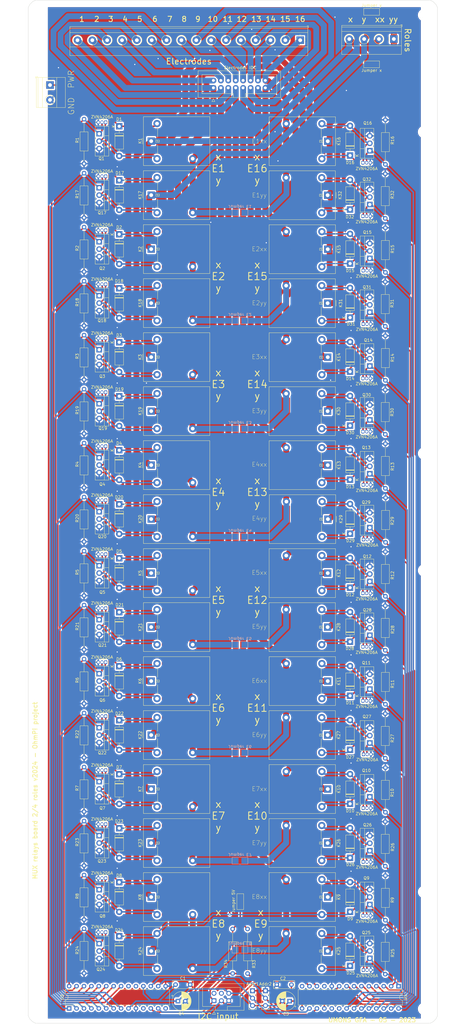
<source format=kicad_pcb>
(kicad_pcb (version 20211014) (generator pcbnew)
  (layers (0 "F.Cu" signal) (31 "B.Cu" signal) (34 "B.Paste" user) (35 "F.Paste" user) (36 "B.SilkS" user "B.Silkscreen") (37 "F.SilkS" user "F.Silkscreen") (38 "B.Mask" user) (39 "F.Mask" user) (44 "Edge.Cuts" user))
  (net 0 "")
  (net 1 "12V")
  (net 2 "Net-(D1-Pad2)")
  (net 3 "Net-(D2-Pad2)")
  (net 4 "Net-(D3-Pad2)")
  (net 5 "Net-(D4-Pad2)")
  (net 6 "Net-(D5-Pad2)")
  (net 7 "Net-(D6-Pad2)")
  (net 8 "Net-(D7-Pad2)")
  (net 9 "Net-(D8-Pad2)")
  (net 10 "Net-(D9-Pad2)")
  (net 11 "Net-(D10-Pad2)")
  (net 12 "Net-(D11-Pad2)")
  (net 13 "Net-(D12-Pad2)")
  (net 14 "Net-(D13-Pad2)")
  (net 15 "Net-(D14-Pad2)")
  (net 16 "Net-(D15-Pad2)")
  (net 17 "Net-(D16-Pad2)")
  (net 18 "GND")
  (net 19 "SCL1")
  (net 21 "SD1")
  (net 23 "+5V")
  (net 24 "Net-(D17-Pad2)")
  (net 25 "Net-(D18-Pad2)")
  (net 26 "Net-(D19-Pad2)")
  (net 27 "Net-(D20-Pad2)")
  (net 28 "Electrode 1")
  (net 29 "Electrode 2")
  (net 30 "Electrode 3")
  (net 31 "Electrode 4")
  (net 32 "Electrode 5")
  (net 33 "Electrode 6")
  (net 34 "Electrode 7")
  (net 35 "Electrode 8")
  (net 36 "Electrode 9")
  (net 37 "Electrode 10")
  (net 38 "Electrode 11")
  (net 39 "Electrode 12")
  (net 40 "Electrode 13")
  (net 41 "Electrode 14")
  (net 42 "Electrode 15")
  (net 43 "Electrode 16")
  (net 44 "Addr2")
  (net 45 "Addr1")
  (net 46 "Net-(D21-Pad2)")
  (net 47 "Net-(D22-Pad2)")
  (net 48 "Net-(D23-Pad2)")
  (net 49 "Net-(D24-Pad2)")
  (net 50 "Net-(D25-Pad2)")
  (net 51 "Net-(D26-Pad2)")
  (net 52 "Net-(D27-Pad2)")
  (net 53 "Net-(D28-Pad2)")
  (net 54 "Net-(D29-Pad2)")
  (net 55 "Net-(D30-Pad2)")
  (net 56 "Net-(D31-Pad2)")
  (net 57 "Net-(D32-Pad2)")
  (net 58 "Role x")
  (net 59 "Role y")
  (net 60 "Role xx")
  (net 61 "Role yy")
  (net 62 "E1x")
  (net 67 "E2x")
  (net 68 "E3x")
  (net 69 "E4x")
  (net 70 "E5x")
  (net 71 "E6x")
  (net 72 "E7x")
  (net 73 "E8x")
  (net 74 "E9x")
  (net 75 "E10x")
  (net 76 "E11x")
  (net 77 "E12x")
  (net 78 "E13x")
  (net 79 "E14x")
  (net 80 "E15x")
  (net 81 "E16x")
  (net 82 "E1y")
  (net 83 "E2y")
  (net 84 "E3y")
  (net 85 "E4y")
  (net 86 "E5y")
  (net 87 "E6y")
  (net 88 "E7y")
  (net 89 "E8y")
  (net 90 "E9y")
  (net 91 "E10y")
  (net 92 "E11y")
  (net 93 "E12y")
  (net 94 "E13y")
  (net 95 "E14y")
  (net 96 "E15y")
  (net 97 "E16y")
  (footprint "relay:Relay_SPDT_Omron-G5LE-1-VD" (layer "F.Cu") (at 133.460241 88.266676 -90)
    (fp_text reference "K16")
    (fp_text value "G5LE-1-VD")
  )
  (footprint "Package_TO_SOT_THT:TO-92Flat" (layer "F.Cu") (at 145.495241 279.7)
    (fp_text reference "ZVN4206A")
    (fp_text value "TO-92Flat")
  )
  (footprint "Package_TO_SOT_THT:TO-92Flat" (layer "F.Cu") (at 57.495241 340.394 180)
    (fp_text reference "ZVN4206A")
    (fp_text value "TO-92Flat")
  )
  (footprint "Resistor_THT:R_Axial_DIN0207_L6.3mm_D2.5mm_P15.24mm_Horizontal" (layer "F.Cu") (at 50.085241 228.483328 -90)
    (fp_text reference "R5")
    (fp_text value "100k")
  )
  (footprint "relay:Relay_SPDT_Omron-G5LE-1-VD" (layer "F.Cu") (at 73.051491 328.361658 90)
    (fp_text reference "K23")
    (fp_text value "G5LE-1-VD")
  )
  (footprint "relay:Relay_SPDT_Omron-G5LE-1-VD" (layer "F.Cu") (at 133.460241 236.016892 -90)
    (fp_text reference "K12")
    (fp_text value "G5LE-1-VD")
  )
  (footprint "Connector_PinHeader_2.54mm:PinHeader_1x03_P2.54mm_Vertical" (layer "F.Cu") (at 107.735866 378.895)
    (fp_text reference "Addr1")
    (fp_text value "Addr 1")
  )
  (footprint "relay:Relay_SPDT_Omron-G5LE-1-VD" (layer "F.Cu") (at 73.051491 88.23 90)
    (fp_text reference "K1")
    (fp_text value "G5LE-1-VD")
  )
  (footprint "Package_TO_SOT_THT:TO-220-3_Vertical" (layer "F.Cu") (at 55.280241 141.104998 -90)
    (fp_text reference "Q18")
    (fp_text value "STP16NF06L")
  )
  (footprint "Package_TO_SOT_THT:TO-92Flat" (layer "F.Cu") (at 145.595241 150.8)
    (fp_text reference "ZVN4206A")
    (fp_text value "TO-92Flat")
  )
  (footprint "Diode_THT:D_DO-41_SOD81_P10.16mm_Horizontal" (layer "F.Cu") (at 141.098991 296.449886 90)
    (fp_text reference "D27")
    (fp_text value "1N_E4007")
  )
  (footprint "MountingHole:MountingHole_3.2mm_M3_ISO7380" (layer "F.Cu") (at 166.4 385.1)
    (fp_text reference "REF**" hide)
    (fp_text value "MountingHole_3.2mm_M3_ISO7380")
  )
  (footprint "Resistor_THT:R_Axial_DIN0207_L6.3mm_D2.5mm_P15.24mm_Horizontal" (layer "F.Cu") (at 153.183991 133.12423 90)
    (fp_text reference "R15")
    (fp_text value "100k")
  )
  (footprint "Diode_THT:D_DO-41_SOD81_P10.16mm_Horizontal" (layer "F.Cu") (at 62.120241 138.564998 -90)
    (fp_text reference "D18")
    (fp_text value "1N_E4007")
  )
  (footprint "Connector_PinHeader_2.54mm:PinHeader_1x03_P2.54mm_Vertical" (layer "F.Cu") (at 112.135866 378.895)
    (fp_text reference "Addr2")
    (fp_text value "Addr 2")
  )
  (footprint "Diode_THT:D_DO-41_SOD81_P10.16mm_Horizontal" (layer "F.Cu") (at 62.120241 286.338326 -90)
    (fp_text reference "D22")
    (fp_text value "1N_E4007")
  )
  (footprint "Capacitor_THT:C_Disc_D7.0mm_W2.5mm_P5.00mm" (layer "F.Cu") (at 81.391343 376.8)
    (fp_text reference "C1")
    (fp_text value "100nF")
  )
  (footprint "Capacitor_THT:CP_Radial_D6.3mm_P2.50mm" (layer "F.Cu") (at 82.220482 382.43)
    (fp_text reference "C4")
    (fp_text value "10uF")
  )
  (footprint "Package_TO_SOT_THT:TO-220-3_Vertical" (layer "F.Cu") (at 55.280241 159.576664 -90)
    (fp_text reference "Q3")
    (fp_text value "STP16NF06L")
  )
  (footprint "Package_TO_SOT_THT:TO-220-3_Vertical" (layer "F.Cu") (at 147.833992 367.815795 90)
    (fp_text reference "Q25")
    (fp_text value "STP16NF06L")
  )
  (footprint "Package_TO_SOT_THT:TO-220-3_Vertical" (layer "F.Cu") (at 147.833992 183.610162 90)
    (fp_text reference "Q30")
    (fp_text value "STP16NF06L")
  )
  (footprint "Package_TO_SOT_THT:TO-92Flat" (layer "F.Cu") (at 145.595241 132.5)
    (fp_text reference "ZVN4206A")
    (fp_text value "TO-92Flat")
  )
  (footprint "Package_TO_SOT_THT:TO-220-3_Vertical" (layer "F.Cu") (at 147.833992 128.348476 90)
    (fp_text reference "Q15")
    (fp_text value "STP16NF06L")
  )
  (footprint "Resistor_THT:R_Axial_DIN0207_L6.3mm_D2.5mm_P15.24mm_Horizontal" (layer "F.Cu") (at 153.143991 373.218334 90)
    (fp_text reference "R25")
    (fp_text value "100k")
  )
  (footprint "relay:Relay_SPDT_Omron-G5LE-1-VD" (layer "F.Cu") (at 73.051491 365.305 90)
    (fp_text reference "K24")
    (fp_text value "G5LE-1-VD")
  )
  (footprint "Package_TO_SOT_THT:TO-92Flat" (layer "F.Cu") (at 57.495241 192.626 180)
    (fp_text reference "ZVN4206A")
    (fp_text value "TO-92Flat")
  )
  (footprint "Package_TO_SOT_THT:TO-220-3_Vertical" (layer "F.Cu") (at 147.833992 146.769038 90)
    (fp_text reference "Q31")
    (fp_text value "STP16NF06L")
  )
  (footprint "MountingHole:MountingHole_3.2mm_M3_ISO7380" (layer "F.Cu") (at 166.4 345.1)
    (fp_text reference "REF**" hide)
    (fp_text value "MountingHole_3.2mm_M3_ISO7380")
  )
  (footprint "Package_TO_SOT_THT:TO-92Flat" (layer "F.Cu") (at 57.495241 118.742 180)
    (fp_text reference "ZVN4206A")
    (fp_text value "TO-92Flat")
  )
  (footprint "Diode_THT:D_DO-41_SOD81_P10.16mm_Horizontal" (layer "F.Cu") (at 141.098991 93.146676 90)
    (fp_text reference "D16")
    (fp_text value "1N_E4007")
  )
  (footprint "Package_TO_SOT_THT:TO-220-3_Vertical" (layer "F.Cu") (at 55.280241 325.821658 -90)
    (fp_text reference "Q23")
    (fp_text value "STP16NF06L")
  )
  (footprint "Package_TO_SOT_THT:TO-220-3_Vertical" (layer "F.Cu") (at 55.280241 288.878326 -90)
    (fp_text reference "Q22")
    (fp_text value "STP16NF06L")
  )
  (footprint "Package_DIP:DIP-28_W7.62mm" (layer "F.Cu") (at 44.978991 384.935 90)
    (fp_text reference "U2")
    (fp_text value "MCP23017_SP")
  )
  (footprint "Diode_THT:D_DO-41_SOD81_P10.16mm_Horizontal" (layer "F.Cu") (at 62.120241 101.621666 -90)
    (fp_text reference "D17")
    (fp_text value "1N_E4007")
  )
  (footprint "relay:Relay_SPDT_Omron-G5LE-1-VD" (layer "F.Cu") (at 133.420241 365.298334 -90)
    (fp_text reference "K25")
    (fp_text value "G5LE-1-VD")
  )
  (footprint "Package_TO_SOT_THT:TO-92Flat" (layer "F.Cu") (at 57.495241 100.271 180)
    (fp_text reference "ZVN4206A")
    (fp_text value "TO-92Flat")
  )
  (footprint "Diode_THT:D_DO-41_SOD81_P10.16mm_Horizontal" (layer "F.Cu") (at 141.098991 277.967776 90)
    (fp_text reference "D11")
    (fp_text value "1N_E4007")
  )
  (footprint "MountingHole:MountingHole_3.2mm_M3_ISO7380" (layer "F.Cu") (at 35.4 385.1)
    (fp_text reference "REF**" hide)
    (fp_text value "MountingHole_3.2mm_M3_ISO7380")
  )
  (footprint "Diode_THT:D_DO-41_SOD81_P10.16mm_Horizontal" (layer "F.Cu") (at 62.120241 120.093332 -90)
    (fp_text reference "D2")
    (fp_text value "1N_E4007")
  )
  (footprint "Diode_THT:D_DO-41_SOD81_P10.16mm_Horizontal" (layer "F.Cu") (at 141.098991 259.485666 90)
    (fp_text reference "D28")
    (fp_text value "1N_E4007")
  )
  (footprint "Diode_THT:D_DO-41_SOD81_P10.16mm_Horizontal" (layer "F.Cu") (at 141.098991 111.628786 90)
    (fp_text reference "D32")
    (fp_text value "1N_E4007")
  )
  (footprint "MountingHole:MountingHole_3.2mm_M3_ISO7380" (layer "F.Cu") (at 34.335241 195.1)
    (fp_text reference "REF**" hide)
    (fp_text value "MountingHole_3.2mm_M3_ISO7380")
  )
  (footprint "Diode_THT:D_DO-41_SOD81_P10.16mm_Horizontal" (layer "F.Cu") (at 62.120241 360.225 -90)
    (fp_text reference "D24")
    (fp_text value "1N_E4007")
  )
  (footprint "relay:Relay_SPDT_Omron-G5LE-1-VD" (layer "F.Cu") (at 73.051491 272.94666 90)
    (fp_text reference "K6")
    (fp_text value "G5LE-1-VD")
  )
  (footprint "Package_TO_SOT_THT:TO-220-3_Vertical" (layer "F.Cu") (at 147.833992 294.133534 90)
    (fp_text reference "Q27")
    (fp_text value "STP16NF06L")
  )
  (footprint "Package_TO_SOT_THT:TO-92Flat" (layer "F.Cu") (at 57.495241 248.039 180)
    (fp_text reference "ZVN4206A")
    (fp_text value "TO-92Flat")
  )
  (footprint "Package_TO_SOT_THT:TO-220-3_Vertical" (layer "F.Cu") (at 55.280241 122.633332 -90)
    (fp_text reference "Q2")
    (fp_text value "STP16NF06L")
  )
  (footprint "Resistor_THT:R_Axial_DIN0207_L6.3mm_D2.5mm_P15.24mm_Horizontal" (layer "F.Cu") (at 153.183991 96.186676 90)
    (fp_text reference "R16")
    (fp_text value "100k")
  )
  (footprint "Package_DIP:DIP-28_W7.62mm" (layer "F.Cu") (at 157.692741 377.335 -90)
    (fp_text reference "U1")
    (fp_text value "MCP23017_SP")
  )
  (footprint "relay:Relay_SPDT_Omron-G5LE-1-VD" (layer "F.Cu") (at 133.420241 328.360777 -90)
    (fp_text reference "K26")
    (fp_text value "G5LE-1-VD")
  )
  (footprint "Package_TO_SOT_THT:TO-92Flat" (layer "F.Cu") (at 57.495241 174.155 180)
    (fp_text reference "ZVN4206A")
    (fp_text value "TO-92Flat")
  )
  (footprint "Diode_THT:D_DO-41_SOD81_P10.16mm_Horizontal" (layer "F.Cu") (at 141.098991 130.110896 90)
    (fp_text reference "D15")
    (fp_text value "1N_E4007")
  )
  (footprint "Diode_THT:D_DO-41_SOD81_P10.16mm_Horizontal" (layer "F.Cu") (at 141.098991 333.414106 90)
    (fp_text reference "D26")
    (fp_text value "1N_E4007")
  )
  (footprint "Resistor_THT:R_Axial_DIN0207_L6.3mm_D2.5mm_P15.24mm_Horizontal" (layer "F.Cu") (at 50.085241 302.369992 -90)
    (fp_text reference "R7")
    (fp_text value "100k")
  )
  (footprint "Package_TO_SOT_THT:TO-220-3_Vertical" (layer "F.Cu") (at 55.280241 214.991662 -90)
    (fp_text reference "Q20")
    (fp_text value "STP16NF06L")
  )
  (footprint "Diode_THT:D_DO-41_SOD81_P10.16mm_Horizontal" (layer "F.Cu") (at 62.120241 175.50833 -90)
    (fp_text reference "D19")
    (fp_text value "1N_E4007")
  )
  (footprint "Package_TO_SOT_THT:TO-220-3_Vertical" (layer "F.Cu") (at 55.280241 362.765 -90)
    (fp_text reference "Q24")
    (fp_text value "STP16NF06L")
  )
  (footprint "relay:Relay_SPDT_Omron-G5LE-1-VD" (layer "F.Cu") (at 73.051491 309.889992 90)
    (fp_text reference "K7")
    (fp_text value "G5LE-1-VD")
  )
  (footprint "Resistor_THT:R_Axial_DIN0207_L6.3mm_D2.5mm_P15.24mm_Horizontal" (layer "F.Cu") (at 153.183991 170.061784 90)
    (fp_text reference "R14")
    (fp_text value "100k")
  )
  (footprint "Package_TO_SOT_THT:TO-220-3_Vertical" (layer "F.Cu") (at 55.280241 307.349992 -90)
    (fp_text reference "Q7")
    (fp_text value "STP16NF06L")
  )
  (footprint "Resistor_THT:R_Axial_DIN0207_L6.3mm_D2.5mm_P15.24mm_Horizontal" (layer "F.Cu") (at 153.143991 151.593007 90)
    (fp_text reference "R31")
    (fp_text value "100k")
  )
  (footprint "Diode_THT:D_DO-41_SOD81_P10.16mm_Horizontal" (layer "F.Cu") (at 62.120241 341.753324 -90)
    (fp_text reference "D8")
    (fp_text value "1N_E4007")
  )
  (footprint "Package_TO_SOT_THT:TO-92Flat" (layer "F.Cu") (at 145.695241 298)
    (fp_text reference "ZVN4206A")
    (fp_text value "TO-92Flat")
  )
  (footprint "Package_TO_SOT_THT:TO-220-3_Vertical" (layer "F.Cu") (at 147.833992 91.507352 90)
    (fp_text reference "Q16")
    (fp_text value "STP16NF06L")
  )
  (footprint "MountingHole:MountingHole_3.2mm_M3_ISO7380" (layer "F.Cu") (at 166.4 195.1)
    (fp_text reference "REF**" hide)
    (fp_text value "MountingHole_3.2mm_M3_ISO7380")
  )
  (footprint "Capacitor_THT:CP_Radial_D6.3mm_P2.50mm" (layer "F.Cu") (at 120.420482 382.43 180)
    (fp_text reference "C3")
    (fp_text value "10uF")
  )
  (footprint "Solder_jumper:Soder_jumper" (layer "F.Cu") (at 103.335241 348.4 90)
    (fp_text reference "Jumper 5V")
    (fp_text value "SolderJumper_2_Open")
  )
  (footprint "Resistor_THT:R_Axial_DIN0207_L6.3mm_D2.5mm_P15.24mm_Horizontal" (layer "F.Cu") (at 153.143991 262.405669 90)
    (fp_text reference "R28")
    (fp_text value "100k")
  )
  (footprint "Diode_THT:D_DO-41_SOD81_P10.16mm_Horizontal" (layer "F.Cu") (at 141.098991 185.557226 90)
    (fp_text reference "D30")
    (fp_text value "1N_E4007")
  )
  (footprint "Diode_THT:D_DO-41_SOD81_P10.16mm_Horizontal" (layer "F.Cu") (at 141.098991 351.896216 90)
    (fp_text reference "D9")
    (fp_text value "1N_E4007")
  )
  (footprint "relay:Relay_SPDT_Omron-G5LE-1-VD" (layer "F.Cu") (at 73.051491 180.58833 90)
    (fp_text reference "K19")
    (fp_text value "G5LE-1-VD")
  )
  (footprint "Connector_IDC:IDC-Header_2x08_P2.54mm_Vertical" (layer "F.Cu") (at 94.335241 70 90)
    (fp_text reference "Electrodes IDC")
    (fp_text value "Conn_02x08_Odd_Even")
  )
  (footprint "relay:Relay_SPDT_Omron-G5LE-1-VD" (layer "F.Cu") (at 133.460241 125.20423 -90)
    (fp_text reference "K15")
    (fp_text value "G5LE-1-VD")
  )
  (footprint "Diode_THT:D_DO-41_SOD81_P10.16mm_Horizontal" (layer "F.Cu") (at 141.098991 148.593006 90)
    (fp_text reference "D31")
    (fp_text value "1N_E4007")
  )
  (footprint "Resistor_THT:R_Axial_DIN0207_L6.3mm_D2.5mm_P15.24mm_Horizontal" (layer "F.Cu") (at 153.143991 114.655453 90)
    (fp_text reference "R32")
    (fp_text value "100k")
  )
  (footprint "TerminalBlock_Phoenix:TerminalBlock_Phoenix_MKDS-1,5-16-5.08_1x16_P5.08mm_Horizontal" (layer "F.Cu") (at 124.035241 53.7 180)
    (fp_text reference "Electrodes")
    (fp_text value "Screw_Terminal_01x16")
  )
  (footprint "Package_TO_SOT_THT:TO-220-3_Vertical" (layer "F.Cu") (at 147.833992 220.451286 90)
    (fp_text reference "Q29")
    (fp_text value "STP16NF06L")
  )
  (footprint "Solder_jumper:Soder_jumper" (layer "F.Cu") (at 148.470241 43.82)
    (fp_text reference "Jumper y")
    (fp_text value "SolderJumper_2_Open")
  )
  (footprint "Diode_THT:D_DO-41_SOD81_P10.16mm_Horizontal" (layer "F.Cu") (at 62.120241 193.979996 -90)
    (fp_text reference "D4")
    (fp_text value "1N_E4007")
  )
  (footprint "MountingHole:MountingHole_3.2mm_M3_ISO7380" (layer "F.Cu") (at 35.4 85.1)
    (fp_text reference "REF**" hide)
    (fp_text value "MountingHole_3.2mm_M3_ISO7380")
  )
  (footprint "Package_TO_SOT_THT:TO-92Flat" (layer "F.Cu") (at 57.495241 284.981 180)
    (fp_text reference "ZVN4206A")
    (fp_text value "TO-92Flat")
  )
  (footprint "Package_TO_SOT_THT:TO-92Flat" (layer "F.Cu") (at 57.495241 211.097 180)
    (fp_text reference "ZVN4206A")
    (fp_text value "TO-92Flat")
  )
  (footprint "MountingHole:MountingHole_3.2mm_M3_ISO7380" (layer "F.Cu") (at 166.4 45.1)
    (fp_text reference "REF**" hide)
    (fp_text value "MountingHole_3.2mm_M3_ISO7380")
  )
  (footprint "relay:Relay_SPDT_Omron-G5LE-1-VD" (layer "F.Cu") (at 133.420241 143.673007 -90)
    (fp_text reference "K31")
    (fp_text value "G5LE-1-VD")
  )
  (footprint "Resistor_THT:R_Axial_DIN0207_L6.3mm_D2.5mm_P15.24mm_Horizontal" (layer "F.Cu") (at 50.085241 80.71 -90)
    (fp_text reference "R1")
    (fp_text value "100k")
  )
  (footprint "Resistor_THT:R_Axial_DIN0207_L6.3mm_D2.5mm_P15.24mm_Horizontal" (layer "F.Cu") (at 153.183992 354.749554 90)
    (fp_text reference "R9")
    (fp_text value "100k")
  )
  (footprint "Resistor_THT:R_Axial_DIN0207_L6.3mm_D2.5mm_P15.24mm_Horizontal" (layer "F.Cu") (at 50.085241 320.841658 -90)
    (fp_text reference "R23")
    (fp_text value "100k")
  )
  (footprint "Package_TO_SOT_THT:TO-220-3_Vertical" (layer "F.Cu") (at 55.280241 104.161666 -90)
    (fp_text reference "Q17")
    (fp_text value "STP16NF06L")
  )
  (footprint "Diode_THT:D_DO-41_SOD81_P10.16mm_Horizontal" (layer "F.Cu") (at 62.120241 157.036664 -90)
    (fp_text reference "D3")
    (fp_text value "1N_E4007")
  )
  (footprint "Package_TO_SOT_THT:TO-92Flat" (layer "F.Cu") (at 145.595241 205.8)
    (fp_text reference "ZVN4206A")
    (fp_text value "TO-92Flat")
  )
  (footprint "relay:Relay_SPDT_Omron-G5LE-1-VD" (layer "F.Cu") (at 133.460241 199.079338 -90)
    (fp_text reference "K13")
    (fp_text value "G5LE-1-VD")
  )
  (footprint "Resistor_THT:R_Axial_DIN0207_L6.3mm_D2.5mm_P15.24mm_Horizontal" (layer "F.Cu") (at 153.143991 336.280777 90)
    (fp_text reference "R26")
    (fp_text value "100k")
  )
  (footprint "Package_TO_SOT_THT:TO-92Flat" (layer "F.Cu") (at 145.495241 187.6)
    (fp_text reference "ZVN4206A")
    (fp_text value "TO-92Flat")
  )
  (footprint "relay:Relay_SPDT_Omron-G5LE-1-VD" (layer "F.Cu") (at 73.051491 346.833324 90)
    (fp_text reference "K8")
    (fp_text value "G5LE-1-VD")
  )
  (footprint "Package_TO_SOT_THT:TO-220-3_Vertical" (layer "F.Cu") (at 147.833992 257.29241 90)
    (fp_text reference "Q28")
    (fp_text value "STP16NF06L")
  )
  (footprint "Resistor_THT:R_Axial_DIN0207_L6.3mm_D2.5mm_P15.24mm_Horizontal" (layer "F.Cu") (at 100.926491 357.76 -90)
    (fp_text reference "R34")
    (fp_text value "100k")
  )
  (footprint "Package_TO_SOT_THT:TO-92Flat" (layer "F.Cu") (at 145.495241 95.6)
    (fp_text reference "ZVN4206A")
    (fp_text value "TO-92Flat")
  )
  (footprint "Resistor_THT:R_Axial_DIN0207_L6.3mm_D2.5mm_P15.24mm_Horizontal" (layer "F.Cu") (at 153.183992 317.812 90)
    (fp_text reference "R10")
    (fp_text value "100k")
  )
  (footprint "Package_TO_SOT_THT:TO-220-3_Vertical" (layer "F.Cu") (at 147.833992 165.1896 90)
    (fp_text reference "Q14")
    (fp_text value "STP16NF06L")
  )
  (footprint "relay:Relay_SPDT_Omron-G5LE-1-VD" (layer "F.Cu") (at 73.051491 291.418326 90)
    (fp_text reference "K22")
    (fp_text value "G5LE-1-VD")
  )
  (footprint "Diode_THT:D_DO-41_SOD81_P10.16mm_Horizontal" (layer "F.Cu") (at 62.120241 249.394994 -90)
    (fp_text reference "D21")
    (fp_text value "1N_E4007")
  )
  (footprint "Package_TO_SOT_THT:TO-220-3_Vertical" (layer "F.Cu") (at 55.280241 85.69 -90)
    (fp_text reference "Q1")
    (fp_text value "STP16NF06L")
  )
  (footprint "Package_TO_SOT_THT:TO-92Flat" (layer "F.Cu") (at 145.495241 169.4)
    (fp_text reference "ZVN4206A")
    (fp_text value "TO-92Flat")
  )
  (footprint "Resistor_THT:R_Axial_DIN0207_L6.3mm_D2.5mm_P15.24mm_Horizontal" (layer "F.Cu") (at 153.143991 299.343223 90)
    (fp_text reference "R27")
    (fp_text value "100k")
  )
  (footprint "Resistor_THT:R_Axial_DIN0207_L6.3mm_D2.5mm_P15.24mm_Horizontal" (layer "F.Cu") (at 50.085241 191.539996 -90)
    (fp_text reference "R4")
    (fp_text value "100k")
  )
  (footprint "relay:Relay_SPDT_Omron-G5LE-1-VD" (layer "F.Cu") (at 133.460242 346.829554 -90)
    (fp_text reference "K9")
    (fp_text value "G5LE-1-VD")
  )
  (footprint "Package_TO_SOT_THT:TO-92Flat" (layer "F.Cu") (at 57.495241 303.452 180)
    (fp_text reference "ZVN4206A")
    (fp_text value "TO-92Flat")
  )
  (footprint "MountingHole:MountingHole_3.2mm_M3_ISO7380" (layer "F.Cu") (at 35.4 345.1)
    (fp_text reference "REF**" hide)
    (fp_text value "MountingHole_3.2mm_M3_ISO7380")
  )
  (footprint "Package_TO_SOT_THT:TO-92Flat" (layer "F.Cu") (at 145.495241 242.9)
    (fp_text reference "ZVN4206A")
    (fp_text value "TO-92Flat")
  )
  (footprint "relay:Relay_SPDT_Omron-G5LE-1-VD" (layer "F.Cu") (at 133.460242 309.892 -90)
    (fp_text reference "K10")
    (fp_text value "G5LE-1-VD")
  )
  (footprint "Package_TO_SOT_THT:TO-92Flat" (layer "F.Cu") (at 145.695241 224.5)
    (fp_text reference "ZVN4206A")
    (fp_text value "TO-92Flat")
  )
  (footprint "Resistor_THT:R_Axial_DIN0207_L6.3mm_D2.5mm_P15.24mm_Horizontal" (layer "F.Cu") (at 50.085241 173.06833 -90)
    (fp_text reference "R19")
    (fp_text value "100k")
  )
  (footprint "Package_TO_SOT_THT:TO-220-3_Vertical" (layer "F.Cu") (at 147.833992 109.927914 90)
    (fp_text reference "Q32")
    (fp_text value "STP16NF06L")
  )
  (footprint "Package_TO_SOT_THT:TO-220-3_Vertical" (layer "F.Cu") (at 55.280241 196.519996 -90)
    (fp_text reference "Q4")
    (fp_text value "STP16NF06L")
  )
  (footprint "Resistor_THT:R_Axial_DIN0207_L6.3mm_D2.5mm_P15.24mm_Horizontal" (layer "F.Cu") (at 153.143991 188.530561 90)
    (fp_text reference "R30")
    (fp_text value "100k")
  )
  (footprint "Package_TO_SOT_THT:TO-92Flat" (layer "F.Cu") (at 145.595241 334.8)
    (fp_text reference "ZVN4206A")
    (fp_text value "TO-92Flat")
  )
  (footprint "Diode_THT:D_DO-41_SOD81_P10.16mm_Horizontal" (layer "F.Cu") (at 62.120241 267.86666 -90)
    (fp_text reference "D6")
    (fp_text value "1N_E4007")
  )
  (footprint "Resistor_THT:R_Axial_DIN0207_L6.3mm_D2.5mm_P15.24mm_Horizontal" (layer "F.Cu") (at 153.183991 243.936892 90)
    (fp_text reference "R12")
    (fp_text value "100k")
  )
  (footprint "MountingHole:MountingHole_3.2mm_M3_ISO7380" (layer "F.Cu") (at 35.4 235.1)
    (fp_text reference "REF**" hide)
    (fp_text value "MountingHole_3.2mm_M3_ISO7380")
  )
  (footprint "Package_TO_SOT_THT:TO-92Flat" (layer "F.Cu") (at 57.495241 358.865 180)
    (fp_text reference "ZVN4206A")
    (fp_text value "TO-92Flat")
  )
  (footprint "Package_TO_SOT_THT:TO-92Flat" (layer "F.Cu") (at 57.495241 266.51 180)
    (fp_text reference "ZVN4206A")
    (fp_text value "TO-92Flat")
  )
  (footprint "Package_TO_SOT_THT:TO-92Flat" (layer "F.Cu") (at 145.495241 113.9)
    (fp_text reference "ZVN4206A")
    (fp_text value "TO-92Flat")
  )
  (footprint "MountingHole:MountingHole_3.2mm_M3_ISO7380" (layer "F.Cu") (at 166.4 235.1)
    (fp_text reference "REF**" hide)
    (fp_text value "MountingHole_3.2mm_M3_ISO7380")
  )
  (footprint "Package_TO_SOT_THT:TO-92Flat" (layer "F.Cu") (at 145.535241 353.2)
    (fp_text reference "ZVN4206A")
    (fp_text value "TO-92Flat")
  )
  (footprint "TerminalBlock_Phoenix:TerminalBlock_Phoenix_MKDS-1,5-4-5.08_1x04_P5.08mm_Horizontal" (layer "F.Cu") (at 156.070241 53.3 180)
    (fp_text reference "x  y  xx yy")
    (fp_text value "Screw_Terminal_01x04")
  )
  (footprint "Diode_THT:D_DO-41_SOD81_P10.16mm_Horizontal" (layer "F.Cu") (at 141.098991 167.075116 90)
    (fp_text reference "D14")
    (fp_text value "1N_E4007")
  )
  (footprint "Diode_THT:D_DO-41_SOD81_P10.16mm_Horizontal" (layer "F.Cu") (at 141.098991 222.521446 90)
    (fp_text reference "D29")
    (fp_text value "1N_E4007")
  )
  (footprint "Resistor_THT:R_Axial_DIN0207_L6.3mm_D2.5mm_P15.24mm_Horizontal" (layer "F.Cu") (at 153.243991 225.468115 90)
    (fp_text reference "R29")
    (fp_text value "100k")
  )
  (footprint "relay:Relay_SPDT_Omron-G5LE-1-VD" (layer "F.Cu") (at 73.051491 217.531662 90)
    (fp_text reference "K20")
    (fp_text value "G5LE-1-VD")
  )
  (footprint "Resistor_THT:R_Axial_DIN0207_L6.3mm_D2.5mm_P15.24mm_Horizontal" (layer "F.Cu") (at 50.085241 136.124998 -90)
    (fp_text reference "R18")
    (fp_text value "100k")
  )
  (footprint "relay:Relay_SPDT_Omron-G5LE-1-VD" (layer "F.Cu") (at 73.051491 106.701666 90)
    (fp_text reference "K17")
    (fp_text value "G5LE-1-VD")
  )
  (footprint "relay:Relay_SPDT_Omron-G5LE-1-VD" (layer "F.Cu") (at 133.420241 106.735453 -90)
    (fp_text reference "K32")
    (fp_text value "G5LE-1-VD")
  )
  (footprint "Resistor_THT:R_Axial_DIN0207_L6.3mm_D2.5mm_P15.24mm_Horizontal" (layer "F.Cu") (at 50.085241 117.653332 -90)
    (fp_text reference "R2")
    (fp_text value "100k")
  )
  (footprint "Package_TO_SOT_THT:TO-220-3_Vertical" (layer "F.Cu") (at 147.833992 238.871848 90)
    (fp_text reference "Q12")
    (fp_text value "STP16NF06L")
  )
  (footprint "Package_TO_SOT_THT:TO-92Flat" (layer "F.Cu") (at 145.595241 316.4)
    (fp_text reference "ZVN4206A")
    (fp_text value "TO-92Flat")
  )
  (footprint "relay:Relay_SPDT_Omron-G5LE-1-VD" (layer "F.Cu") (at 133.460242 272.954446 -90)
    (fp_text reference "K11")
    (fp_text value "G5LE-1-VD")
  )
  (footprint "relay:Relay_SPDT_Omron-G5LE-1-VD" (layer "F.Cu") (at 133.420241 254.485669 -90)
    (fp_text reference "K28")
    (fp_text value "G5LE-1-VD")
  )
  (footprint "Package_TO_SOT_THT:TO-92Flat" (layer "F.Cu") (at 57.495241 229.568 180)
    (fp_text reference "ZVN4206A")
    (fp_text value "TO-92Flat")
  )
  (footprint "relay:Relay_SPDT_Omron-G5LE-1-VD" (layer "F.Cu") (at 73.051491 125.173332 90)
    (fp_text reference "K2")
    (fp_text value "G5LE-1-VD")
  )
  (footprint "Package_TO_SOT_THT:TO-92Flat" (layer "F.Cu") (at 57.495241 81.8 180)
    (fp_text reference "ZVN4206A")
    (fp_text value "TO-92Flat")
  )
  (footprint "Package_TO_SOT_THT:TO-220-3_Vertical" (layer "F.Cu") (at 147.833992 349.39522 90)
    (fp_text reference "Q9")
    (fp_text value "STP16NF06L")
  )
  (footprint "Resistor_THT:R_Axial_DIN0207_L6.3mm_D2.5mm_P15.24mm_Horizontal" (layer "F.Cu") (at 153.183992 280.874446 90)
    (fp_text reference "R11")
    (fp_text value "100k")
  )
  (footprint "Capacitor_THT:C_Disc_D7.0mm_W2.5mm_P5.00mm" (layer "F.Cu") (at 121.035241 376.8 180)
    (fp_text reference "C2")
    (fp_text value "100nF")
  )
  (footprint "Diode_THT:D_DO-41_SOD81_P10.16mm_Horizontal" (layer "F.Cu") (at 62.120241 304.809992 -90)
    (fp_text reference "D7")
    (fp_text value "1N_E4007")
  )
  (footprint "Resistor_THT:R_Axial_DIN0207_L6.3mm_D2.5mm_P15.24mm_Horizontal" (layer "F.Cu") (at 50.085241 339.313324 -90)
    (fp_text reference "R8")
    (fp_text value "100k")
  )
  (footprint "Resistor_THT:R_Axial_DIN0207_L6.3mm_D2.5mm_P15.24mm_Horizontal" (layer "F.Cu") (at 50.085241 357.685 -90)
    (fp_text reference "R24")
    (fp_text value "100k")
  )
  (footprint "Resistor_THT:R_Axial_DIN0207_L6.3mm_D2.5mm_P15.24mm_Horizontal" (layer "F.Cu") (at 50.085241 246.954994 -90)
    (fp_text reference "R21")
    (fp_text value "100k")
  )
  (footprint "Diode_THT:D_DO-41_SOD81_P10.16mm_Horizontal" (layer "F.Cu") (at 62.120241 230.923328 -90)
    (fp_text reference "D5")
    (fp_text value "1N_E4007")
  )
  (footprint "Package_TO_SOT_THT:TO-220-3_Vertical" (layer "F.Cu") (at 147.833992 330.974658 90)
    (fp_text reference "Q26")
    (fp_text value "STP16NF06L")
  )
  (footprint "Solder_jumper:Soder_jumper" (layer "F.Cu") (at 148.470241 61.77)
    (fp_text reference "Jumper x")
    (fp_text value "SolderJumper_2_Open")
  )
  (footprint "Package_TO_SOT_THT:TO-220-3_Vertical" (layer "F.Cu") (at 147.833992 202.030724 90)
    (fp_text reference "Q13")
    (fp_text value "STP16NF06L")
  )
  (footprint "relay:Relay_SPDT_Omron-G5LE-1-VD" (layer "F.Cu") (at 73.051491 236.003328 90)
    (fp_text reference "K5")
    (fp_text value "G5LE-1-VD")
  )
  (footprint "TerminalBlock_Phoenix:TerminalBlock_Phoenix_MKDS-1,5-2-5.08_1x02_P5.08mm_Horizontal" (layer "F.Cu") (at 38.435241 69.05 -90)
    (fp_text reference "GND  PWR")
    (fp_text value "Relays Pwr")
  )
  (footprint "Package_TO_SOT_THT:TO-92Flat" (layer "F.Cu") (at 145.635241 371.8)
    (fp_text reference "ZVN4206A")
    (fp_text value "TO-92Flat")
  )
  (footprint "relay:Relay_SPDT_Omron-G5LE-1-VD" (layer "F.Cu") (at 73.051491 254.474994 90)
    (fp_text reference "K21")
    (fp_text value "G5LE-1-VD")
  )
  (footprint "MountingHole:MountingHole_3.2mm_M3_ISO7380" (layer "F.Cu") (at 166.4 85.1)
    (fp_text reference "REF**" hide)
    (fp_text value "MountingHole_3.2mm_M3_ISO7380")
  )
  (footprint "Resistor_THT:R_Axial_DIN0207_L6.3mm_D2.5mm_P15.24mm_Horizontal" (layer "F.Cu") (at 50.085241 283.898326 -90)
    (fp_text reference "R22")
    (fp_text value "100k")
  )
  (footprint "Resistor_THT:R_Axial_DIN0207_L6.3mm_D2.5mm_P15.24mm_Horizontal" (layer "F.Cu") (at 50.085241 210.011662 -90)
    (fp_text reference "R20")
    (fp_text value "100k")
  )
  (footprint "MountingHole:MountingHole_3.2mm_M3_ISO7380" (layer "F.Cu") (at 35.4 45.1)
    (fp_text reference "REF**" hide)
    (fp_text value "MountingHole_3.2mm_M3_ISO7380")
  )
  (footprint "Resistor_THT:R_Axial_DIN0207_L6.3mm_D2.5mm_P15.24mm_Horizontal" (layer "F.Cu") (at 50.085241 265.42666 -90)
    (fp_text reference "R6")
    (fp_text value "100k")
  )
  (footprint "Package_TO_SOT_THT:TO-220-3_Vertical" (layer "F.Cu") (at 147.833992 312.554096 90)
    (fp_text reference "Q10")
    (fp_text value "STP16NF06L")
  )
  (footprint "Diode_THT:D_DO-41_SOD81_P10.16mm_Horizontal" (layer "F.Cu") (at 62.120241 323.281658 -90)
    (fp_text reference "D23")
    (fp_text value "1N_E4007")
  )
  (footprint "relay:Relay_SPDT_Omron-G5LE-1-VD" (layer "F.Cu") (at 73.051491 199.059996 90)
    (fp_text reference "K4")
    (fp_text value "G5LE-1-VD")
  )
  (footprint "relay:Relay_SPDT_Omron-G5LE-1-VD" (layer "F.Cu") (at 133.520241 217.548115 -90)
    (fp_text reference "K29")
    (fp_text value "G5LE-1-VD")
  )
  (footprint "Resistor_THT:R_Axial_DIN0207_L6.3mm_D2.5mm_P15.24mm_Horizontal" (layer "F.Cu") (at 106.036491 357.76 -90)
    (fp_text reference "R33")
    (fp_text value "100k")
  )
  (footprint "Diode_THT:D_DO-41_SOD81_P10.16mm_Horizontal" (layer "F.Cu") (at 141.098991 204.039336 90)
    (fp_text reference "D13")
    (fp_text value "1N_E4007")
  )
  (footprint "relay:Relay_SPDT_Omron-G5LE-1-VD" (layer "F.Cu") (at 73.051491 162.116664 90)
    (fp_text reference "K3")
    (fp_text value "G5LE-1-VD")
  )
  (footprint "Resistor_THT:R_Axial_DIN0207_L6.3mm_D2.5mm_P15.24mm_Horizontal" (layer "F.Cu") (at 50.085241 99.181666 -90)
    (fp_text reference "R17")
    (fp_text value "100k")
  )
  (footprint "Package_TO_SOT_THT:TO-220-3_Vertical" (layer "F.Cu") (at 55.280241 344.293324 -90)
    (fp_text reference "Q8")
    (fp_text value "STP16NF06L")
  )
  (footprint "Diode_THT:D_DO-41_SOD81_P10.16mm_Horizontal" (layer "F.Cu") (at 62.120241 212.451662 -90)
    (fp_text reference "D20")
    (fp_text value "1N_E4007")
  )
  (footprint "Package_TO_SOT_THT:TO-92Flat" (layer "F.Cu") (at 145.495241 261.2)
    (fp_text reference "ZVN4206A")
    (fp_text value "TO-92Flat")
  )
  (footprint "Package_TO_SOT_THT:TO-92Flat" (layer "F.Cu") (at 57.495241 321.923 180)
    (fp_text reference "ZVN4206A")
    (fp_text value "TO-92Flat")
  )
  (footprint "Connector_IDC:IDC-Header_2x03_P2.54mm_Vertical" (layer "F.Cu") (at 94.535241 382.3 90)
    (fp_text reference "I2C input")
    (fp_text value "I2C")
  )
  (footprint "relay:Relay_SPDT_Omron-G5LE-1-VD" (layer "F.Cu") (at 133.420241 291.423223 -90)
    (fp_text reference "K27")
    (fp_text value "G5LE-1-VD")
  )
  (footprint "Resistor_THT:R_Axial_DIN0207_L6.3mm_D2.5mm_P15.24mm_Horizontal" (layer "F.Cu") (at 153.183991 206.999338 90)
    (fp_text reference "R13")
    (fp_text value "100k")
  )
  (footprint "Package_TO_SOT_THT:TO-220-3_Vertical" (layer "F.Cu") (at 55.280241 270.40666 -90)
    (fp_text reference "Q6")
    (fp_text value "STP16NF06L")
  )
  (footprint "Package_TO_SOT_THT:TO-220-3_Vertical" (layer "F.Cu") (at 55.280241 251.934994 -90)
    (fp_text reference "Q21")
    (fp_text value "STP16NF06L")
  )
  (footprint "Diode_THT:D_DO-41_SOD81_P10.16mm_Horizontal" (layer "F.Cu") (at 62.120241 83.15 -90)
    (fp_text reference "D1")
    (fp_text value "1N_E4007")
  )
  (footprint "Diode_THT:D_DO-41_SOD81_P10.16mm_Horizontal" (layer "F.Cu") (at 141.098991 314.931996 90)
    (fp_text reference "D10")
    (fp_text value "1N_E4007")
  )
  (footprint "relay:Relay_SPDT_Omron-G5LE-1-VD" (layer "F.Cu") (at 133.420241 180.610561 -90)
    (fp_text reference "K30")
    (fp_text value "G5LE-1-VD")
  )
  (footprint "Package_TO_SOT_THT:TO-220-3_Vertical" (layer "F.Cu") (at 55.280241 178.04833 -90)
    (fp_text reference "Q19")
    (fp_text value "STP16NF06L")
  )
  (footprint "relay:Relay_SPDT_Omron-G5LE-1-VD" (layer "F.Cu") (at 133.460241 162.141784 -90)
    (fp_text reference "K14")
    (fp_text value "G5LE-1-VD")
  )
  (footprint "Resistor_THT:R_Axial_DIN0207_L6.3mm_D2.5mm_P15.24mm_Horizontal" (layer "F.Cu") (at 50.085241 154.596664 -90)
    (fp_text reference "R3")
    (fp_text value "100k")
  )
  (footprint "relay:Relay_SPDT_Omron-G5LE-1-VD" (layer "F.Cu") (at 73.051491 143.644998 90)
    (fp_text reference "K18")
    (fp_text value "G5LE-1-VD")
  )
  (footprint "Diode_THT:D_DO-41_SOD81_P10.16mm_Horizontal" (layer "F.Cu") (at 141.098991 241.003556 90)
    (fp_text reference "D12")
    (fp_text value "1N_E4007")
  )
  (footprint "Package_TO_SOT_THT:TO-92Flat" (layer "F.Cu") (at 57.495241 155.684 180)
    (fp_text reference "ZVN4206A")
    (fp_text value "TO-92Flat")
  )
  (footprint "Package_TO_SOT_THT:TO-220-3_Vertical" (layer "F.Cu") (at 55.280241 233.463328 -90)
    (fp_text reference "Q5")
    (fp_text value "STP16NF06L")
  )
  (footprint "Package_TO_SOT_THT:TO-92Flat" (layer "F.Cu") (at 57.495241 137.213 180)
    (fp_text reference "ZVN4206A")
    (fp_text value "TO-92Flat")
  )
  (footprint "Diode_THT:D_DO-41_SOD81_P10.16mm_Horizontal" (layer "F.Cu") (at 141.098991 370.378334 90)
    (fp_text reference "D25")
    (fp_text value "1N_E4007")
  )
  (footprint "Package_TO_SOT_THT:TO-220-3_Vertical" (layer "F.Cu") (at 147.833992 275.712972 90)
    (fp_text reference "Q11")
    (fp_text value "STP16NF06L")
  )
  (footprint "Solder_jumper:Soder_jumper" (layer "B.Cu") (at 103.435866 149.85)
    (fp_text reference "Jumper E2")
    (fp_text value "SolderJumper_2_Open")
  )
  (footprint "Solder_jumper:Soder_jumper" (layer "B.Cu") (at 103.435866 365.05)
    (fp_text reference "Jumper E8")
    (fp_text value "SolderJumper_2_Open")
  )
  (footprint "Solder_jumper:Soder_jumper" (layer "B.Cu") (at 103.435866 186.8)
    (fp_text reference "Jumper E3")
    (fp_text value "SolderJumper_2_Open")
  )
  (footprint "Solder_jumper:Soder_jumper" (layer "B.Cu") (at 103.435866 334.6)
    (fp_text reference "Jumper E7")
    (fp_text value "SolderJumper_2_Open")
  )
  (footprint "Solder_jumper:Soder_jumper" (layer "B.Cu") (at 103.435866 297.65)
    (fp_text reference "Jumper E6")
    (fp_text value "SolderJumper_2_Open")
  )
  (footprint "Solder_jumper:Soder_jumper" (layer "B.Cu") (at 103.435866 223.75)
    (fp_text reference "Jumper E4")
    (fp_text value "SolderJumper_2_Open")
  )
  (footprint "Solder_jumper:Soder_jumper" (layer "B.Cu") (at 103.435866 112.9)
    (fp_text reference "Jumper E1")
    (fp_text value "SolderJumper_2_Open")
  )
  (footprint "Solder_jumper:Soder_jumper" (layer "B.Cu") (at 103.435866 260.7)
    (fp_text reference "Jumper E5")
    (fp_text value "SolderJumper_2_Open")
  )
  (gr_line (start 32.5 389.5) (end 31.5 388.5) (layer "Edge.Cuts") (width 0.1))
  (gr_line (start 170.5 388.5) (end 171 387.5) (layer "Edge.Cuts") (width 0.1))
  (gr_line (start 170.5 41.5) (end 169.5 40.5) (layer "Edge.Cuts") (width 0.1))
  (gr_line (start 31 387.5) (end 31 42.5) (layer "Edge.Cuts") (width 0.1))
  (gr_line (start 169.5 40.5) (end 168.5 40) (layer "Edge.Cuts") (width 0.1))
  (gr_line (start 33.5 390) (end 32.5 389.5) (layer "Edge.Cuts") (width 0.1))
  (gr_line (start 171 387.5) (end 171 42.5) (layer "Edge.Cuts") (width 0.1))
  (gr_line (start 31.5 388.5) (end 31 387.5) (layer "Edge.Cuts") (width 0.1))
  (gr_line (start 168.5 390) (end 33.5 390) (layer "Edge.Cuts") (width 0.1))
  (gr_line (start 169.5 389.5) (end 170.5 388.5) (layer "Edge.Cuts") (width 0.1))
  (gr_line (start 32.5 40.5) (end 31.5 41.5) (layer "Edge.Cuts") (width 0.1))
  (gr_line (start 31.5 41.5) (end 31 42.5) (layer "Edge.Cuts") (width 0.1))
  (gr_line (start 168.5 40) (end 33.5 40) (layer "Edge.Cuts") (width 0.1))
  (gr_line (start 171 42.5) (end 170.5 41.5) (layer "Edge.Cuts") (width 0.1))
  (gr_line (start 33.5 40) (end 32.5 40.5) (layer "Edge.Cuts") (width 0.1))
  (gr_line (start 168.5 390) (end 169.5 389.5) (layer "Edge.Cuts") (width 0.1))
  (gr_text "E1yy" (at 110.063813 106.735453) (layer "F.SilkS") (effects (font (size 1.5 1.5) (thickness 0.1))))
  (gr_text "E2xx" (at 110.063813 125.131223) (layer "F.SilkS") (effects (font (size 1.5 1.5) (thickness 0.1))))
  (gr_text "E4yy" (at 110.063813 217.3) (layer "F.SilkS") (effects (font (size 1.5 1.5) (thickness 0.1))))
  (gr_text "E7xx" (at 110.063813 309.831223) (layer "F.SilkS") (effects (font (size 1.5 1.5) (thickness 0.1))))
  (gr_text "x\nE15\ny" (at 109.335241 134.514285) (layer "F.SilkS") (effects (font (size 2.5 2.5) (thickness 0.3))))
  (gr_text "E8yy" (at 110.063813 365.2) (layer "F.SilkS") (effects (font (size 1.5 1.5) (thickness 0.1))))
  (gr_text "14" (at 113.935241 46.5) (layer "F.SilkS") (effects (font (size 1.8 1.8) (thickness 0.3))))
  (gr_text "MUX relays board 2/4 roles v2024 - OhmPi project" (at 33.335241 310.4 90) (layer "F.SilkS") (effects (font (size 1.5 1.5) (thickness 0.3))))
  (gr_text "9" (at 89.035241 46.5) (layer "F.SilkS") (effects (font (size 1.8 1.8) (thickness 0.3))))
  (gr_text "15" (at 118.935241 46.5) (layer "F.SilkS") (effects (font (size 1.8 1.8) (thickness 0.3))))
  (gr_text "x\nE7\ny" (at 96.035241 319.08571) (layer "F.SilkS") (effects (font (size 2.5 2.5) (thickness 0.3))))
  (gr_text "x\nE8\ny" (at 96.035241 356) (layer "F.SilkS") (effects (font (size 2.5 2.5) (thickness 0.3))))
  (gr_text "13" (at 109.035241 46.5) (layer "F.SilkS") (effects (font (size 1.8 1.8) (thickness 0.3))))
  (gr_text "E2yy" (at 110.063813 143.6) (layer "F.SilkS") (effects (font (size 1.5 1.5) (thickness 0.1))))
  (gr_text "x\nE14\ny" (at 109.335241 171.42857) (layer "F.SilkS") (effects (font (size 2.5 2.5) (thickness 0.3))))
  (gr_text "3" (at 59.235241 46.5) (layer "F.SilkS") (effects (font (size 1.8 1.8) (thickness 0.3))))
  (gr_text "x\nE3\ny" (at 96.035241 171.42857) (layer "F.SilkS") (effects (font (size 2.5 2.5) (thickness 0.3))))
  (gr_text "x\nE1\ny" (at 96.035241 97.6) (layer "F.SilkS") (effects (font (size 2.5 2.5) (thickness 0.3))))
  (gr_text "E6xx" (at 110.063813 272.831223) (layer "F.SilkS") (effects (font (size 1.5 1.5) (thickness 0.1))))
  (gr_text "E5xx" (at 110.063813 235.831223) (layer "F.SilkS") (effects (font (size 1.5 1.5) (thickness 0.1))))
  (gr_text "E5yy" (at 110.063813 254.3) (layer "F.SilkS") (effects (font (size 1.5 1.5) (thickness 0.1))))
  (gr_text "5" (at 69.135241 46.5) (layer "F.SilkS") (effects (font (size 1.8 1.8) (thickness 0.3))))
  (gr_text "2" (at 54.435241 46.5) (layer "F.SilkS") (effects (font (size 1.8 1.8) (thickness 0.3))))
  (gr_text "E3xx" (at 110.063813 162.031223) (layer "F.SilkS") (effects (font (size 1.5 1.5) (thickness 0.1))))
  (gr_text "x\nE2\ny" (at 96.035241 134.514285) (layer "F.SilkS") (effects (font (size 2.5 2.5) (thickness 0.3))))
  (gr_text "x\nE13\ny" (at 109.335241 208.342855) (layer "F.SilkS") (effects (font (size 2.5 2.5) (thickness 0.3))))
  (gr_text "UMONS GFA - 05 - 2023" (at 148.635241 388.9) (layer "F.SilkS") (effects (font (size 1.5 1.5) (thickness 0.3))))
  (gr_text "11" (at 99.235241 46.5) (layer "F.SilkS") (effects (font (size 1.8 1.8) (thickness 0.3))))
  (gr_text "x\nE16\ny" (at 109.335241 97.6) (layer "F.SilkS") (effects (font (size 2.5 2.5) (thickness 0.3))))
  (gr_text "1" (at 49.335241 46.5) (layer "F.SilkS") (effects (font (size 1.8 1.8) (thickness 0.3))))
  (gr_text "E4xx" (at 110.063813 198.831223) (layer "F.SilkS") (effects (font (size 1.5 1.5) (thickness 0.1))))
  (gr_text "10" (at 94.135241 46.5) (layer "F.SilkS") (effects (font (size 1.8 1.8) (thickness 0.3))))
  (gr_text "E3yy" (at 110.063813 180.5) (layer "F.SilkS") (effects (font (size 1.5 1.5) (thickness 0.1))))
  (gr_text "6" (at 74.335241 46.5) (layer "F.SilkS") (effects (font (size 1.8 1.8) (thickness 0.3))))
  (gr_text "12" (at 104.035241 46.5) (layer "F.SilkS") (effects (font (size 1.8 1.8) (thickness 0.3))))
  (gr_text "x\nE11\ny" (at 109.335241 282.171425) (layer "F.SilkS") (effects (font (size 2.5 2.5) (thickness 0.3))))
  (gr_text "x\nE5\ny" (at 96.035241 245.25714) (layer "F.SilkS") (effects (font (size 2.5 2.5) (thickness 0.3))))
  (gr_text "7" (at 79.435241 46.5) (layer "F.SilkS") (effects (font (size 1.8 1.8) (thickness 0.3))))
  (gr_text "x\nE4\ny" (at 96.035241 208.342855) (layer "F.SilkS") (effects (font (size 2.5 2.5) (thickness 0.3))))
  (gr_text "x\nE6\ny" (at 96.035241 282.171425) (layer "F.SilkS") (effects (font (size 2.5 2.5) (thickness 0.3))))
  (gr_text "E1xx" (at 110.063813 88.266676) (layer "F.SilkS") (effects (font (size 1.5 1.5) (thickness 0.1))))
  (gr_text "16" (at 124.035241 46.5) (layer "F.SilkS") (effects (font (size 1.8 1.8) (thickness 0.3))))
  (gr_text "E7yy" (at 110.063813 328.3) (layer "F.SilkS") (effects (font (size 1.5 1.5) (thickness 0.1))))
  (gr_text "x\nE9\ny" (at 110.525717 356) (layer "F.SilkS") (effects (font (size 2.5 2.5) (thickness 0.3))))
  (gr_text "E8xx" (at 110.063813 346.731223) (layer "F.SilkS") (effects (font (size 1.5 1.5) (thickness 0.1))))
  (gr_text "8" (at 84.335241 46.5) (layer "F.SilkS") (effects (font (size 1.8 1.8) (thickness 0.3))))
  (gr_text "x\nE10\ny" (at 109.335241 319.08571) (layer "F.SilkS") (effects (font (size 2.5 2.5) (thickness 0.3))))
  (gr_text "E6yy" (at 110.063813 291.3) (layer "F.SilkS") (effects (font (size 1.5 1.5) (thickness 0.1))))
  (gr_text "Roles" (at 160.835241 53.7 270) (layer "F.SilkS") (effects (font (size 2 2) (thickness 0.3))))
  (gr_text "x\nE12\ny" (at 109.335241 245.25714) (layer "F.SilkS") (effects (font (size 2.5 2.5) (thickness 0.3))))
  (gr_text "4" (at 64.135241 46.5) (layer "F.SilkS") (effects (font (size 1.8 1.8) (thickness 0.3))))
  (segment (start 58.652741 245.8825) (end 58.652741 356.7575) (width 0.5) (layer "F.Cu") (net 1))
  (segment (start 143.748502 163.313261) (end 143.748502 95.796187) (width 0.5) (layer "F.Cu") (net 1))
  (segment (start 141.098991 148.593006) (end 143.748502 145.943495) (width 0.5) (layer "F.Cu") (net 1))
  (segment (start 58.652741 153.7825) (end 58.652741 173.2175) (width 0.5) (layer "F.Cu") (net 1))
  (segment (start 62.120241 193.979996) (end 61.850237 193.979996) (width 0.5) (layer "F.Cu") (net 1))
  (segment (start 141.098991 241.003556) (end 141.431685 241.003556) (width 0.5) (layer "F.Cu") (net 1))
  (segment (start 141.098991 111.628786) (end 143.748502 108.979275) (width 0.5) (layer "F.Cu") (net 1))
  (segment (start 62.120241 120.093332) (end 59.244409 117.2175) (width 0.5) (layer "F.Cu") (net 1))
  (segment (start 141.098991 259.33625) (end 143.748502 256.686739) (width 0.5) (layer "F.Cu") (net 1))
  (segment (start 62.120241 249.35) (end 58.652741 245.8825) (width 0.5) (layer "F.Cu") (net 1))
  (segment (start 141.098991 333.414106) (end 141.098991 333.33625) (width 0.5) (layer "F.Cu") (net 1))
  (segment (start 141.098991 370.378334) (end 143.748502 367.728823) (width 0.5) (layer "F.Cu") (net 1))
  (segment (start 143.748502 275.686739) (end 143.748502 163.313261) (width 0.5) (layer "F.Cu") (net 1))
  (segment (start 141.098991 296.449886) (end 141.098991 296.33625) (width 0.5) (layer "F.Cu") (net 1))
  (segment (start 62.120241 138.564998) (end 61.435239 138.564998) (width 0.5) (layer "F.Cu") (net 1))
  (segment (start 58.866077 153.7825) (end 58.652741 153.7825) (width 0.5) (layer "F.Cu") (net 1))
  (segment (start 62.120241 175.50833) (end 60.943571 175.50833) (width 0.5) (layer "F.Cu") (net 1))
  (segment (start 141.098991 222.521446) (end 143.748502 219.871935) (width 0.5) (layer "F.Cu") (net 1))
  (segment (start 143.748502 330.686739) (end 143.748502 311.686739) (width 0.5) (layer "F.Cu") (net 1))
  (segment (start 61.850237 193.979996) (end 58.652741 190.7825) (width 0.5) (layer "F.Cu") (net 1))
  (segment (start 141.467465 277.967776) (end 143.748502 275.686739) (width 0.5) (layer "F.Cu") (net 1))
  (segment (start 143.748502 293.686739) (end 143.748502 275.686739) (width 0.5) (layer "F.Cu") (net 1))
  (segment (start 62.120241 341.753324) (end 58.652741 338.285824) (width 0.5) (layer "F.Cu") (net 1))
  (segment (start 143.748502 311.686739) (end 143.748502 293.686739) (width 0.5) (layer "F.Cu") (net 1))
  (segment (start 141.098991 314.931996) (end 141.098991 314.33625) (width 0.5) (layer "F.Cu") (net 1))
  (segment (start 58.652741 227.455828) (end 62.120241 230.923328) (width 0.5) (layer "F.Cu") (net 1))
  (segment (start 141.098991 277.967776) (end 141.467465 277.967776) (width 0.5) (layer "F.Cu") (net 1))
  (segment (start 141.324345 130.110896) (end 143.748502 127.686739) (width 0.5) (layer "F.Cu") (net 1))
  (segment (start 62.120241 101.621666) (end 58.652741 98.154166) (width 0.5) (layer "F.Cu") (net 1))
  (segment (start 62.120241 304.809992) (end 58.652741 301.342492) (width 0.5) (layer "F.Cu") (net 1))
  (segment (start 141.098991 296.33625) (end 143.748502 293.686739) (width 0.5) (layer "F.Cu") (net 1))
  (segment (start 48.020241 69.05) (end 62.120241 83.15) (width 0.5) (layer "F.Cu") (net 1))
  (segment (start 143.748502 367.686739) (end 143.748502 349.686739) (width 0.5) (layer "F.Cu") (net 1))
  (segment (start 58.652741 173.2175) (end 58.652741 190.7825) (width 0.5) (layer "F.Cu") (net 1))
  (segment (start 143.748502 95.796187) (end 141.098991 93.146676) (width 0.5) (layer "F.Cu") (net 1))
  (segment (start 141.098991 165.962772) (end 143.748502 163.313261) (width 0.5) (layer "F.Cu") (net 1))
  (segment (start 58.652741 190.7825) (end 58.652741 245.8825) (width 0.5) (layer "F.Cu") (net 1))
  (segment (start 58.652741 356.7575) (end 62.120241 360.225) (width 0.5) (layer "F.Cu") (net 1))
  (segment (start 141.098991 185.557226) (end 143.748502 182.907715) (width 0.5) (layer "F.Cu") (net 1))
  (segment (start 59.244409 117.2175) (end 58.652741 117.2175) (width 0.5) (layer "F.Cu") (net 1))
  (segment (start 141.431685 241.003556) (end 143.748502 238.686739) (width 0.5) (layer "F.Cu") (net 1))
  (segment (start 141.098991 167.075116) (end 141.098991 165.962772) (width 0.5) (layer "F.Cu") (net 1))
  (segment (start 141.098991 314.33625) (end 143.748502 311.686739) (width 0.5) (layer "F.Cu") (net 1))
  (segment (start 141.098991 204.039336) (end 143.748502 201.389825) (width 0.5) (layer "F.Cu") (net 1))
  (segment (start 39.335241 69.05) (end 48.020241 69.05) (width 0.5) (layer "F.Cu") (net 1))
  (segment (start 99.935241 350.5) (end 99.935241 352.7) (width 0.5) (layer "F.Cu") (net 1))
  (segment (start 141.098991 259.485666) (end 141.098991 259.33625) (width 0.5) (layer "F.Cu") (net 1))
  (segment (start 141.098991 130.110896) (end 141.324345 130.110896) (width 0.5) (layer "F.Cu") (net 1))
  (segment (start 143.748502 349.686739) (end 143.748502 330.686739) (width 0.5) (layer "F.Cu") (net 1))
  (segment (start 62.120241 286.338326) (end 58.652741 282.870826) (width 0.5) (layer "F.Cu") (net 1))
  (segment (start 58.652741 135.7825) (end 58.652741 153.7825) (width 0.5) (layer "F.Cu") (net 1))
  (segment (start 141.539025 351.896216) (end 143.748502 349.686739) (width 0.5) (layer "F.Cu") (net 1))
  (segment (start 62.120241 157.036664) (end 58.866077 153.7825) (width 0.5) (layer "F.Cu") (net 1))
  (segment (start 62.120241 249.394994) (end 62.120241 249.35) (width 0.5) (layer "F.Cu") (net 1))
  (segment (start 58.652741 264.39916) (end 62.120241 267.86666) (width 0.5) (layer "F.Cu") (net 1))
  (segment (start 62.120241 83.15) (end 74.131491 83.15) (width 0.5) (layer "F.Cu") (net 1))
  (segment (start 61.435239 138.564998) (end 58.652741 135.7825) (width 0.5) (layer "F.Cu") (net 1))
  (segment (start 103.535241 346.9) (end 99.935241 350.5) (width 0.5) (layer "F.Cu") (net 1))
  (segment (start 141.098991 351.896216) (end 141.539025 351.896216) (width 0.5) (layer "F.Cu") (net 1))
  (segment (start 74.131491 83.15) (end 75.051491 82.23) (width 0.5) (layer "F.Cu") (net 1))
  (segment (start 58.652741 208.984162) (end 62.120241 212.451662) (width 0.5) (layer "F.Cu") (net 1))
  (segment (start 60.943571 175.50833) (end 58.652741 173.2175) (width 0.5) (layer "F.Cu") (net 1))
  (segment (start 143.748502 367.728823) (end 143.748502 367.686739) (width 0.5) (layer "F.Cu") (net 1))
  (segment (start 62.120241 323.281658) (end 62.120241 323.25) (width 0.5) (layer "F.Cu") (net 1))
  (segment (start 141.098991 333.33625) (end 143.748502 330.686739) (width 0.5) (layer "F.Cu") (net 1))
  (segment (start 62.120241 323.25) (end 58.652741 319.7825) (width 0.5) (layer "F.Cu") (net 1))
  (segment (start 58.652741 79.6825) (end 58.652741 135.7825) (width 0.5) (layer "F.Cu") (net 1))
  (via (at 99.935241 352.7) (size 0.8) (drill 0.4) (layers "F.Cu" "B.Cu") (net 1))
  (segment (start 62.120241 157.036664) (end 74.131491 157.036664) (width 0.5) (layer "B.Cu") (net 1))
  (segment (start 141.098991 241.003556) (end 132.473577 241.003556) (width 0.5) (layer "B.Cu") (net 1))
  (segment (start 141.098991 259.485666) (end 132.420244 259.485666) (width 0.5) (layer "B.Cu") (net 1))
  (segment (start 140.01899 149.673007) (end 141.098991 148.593006) (width 0.5) (layer "B.Cu") (net 1))
  (segment (start 141.098991 111.628786) (end 132.526908 111.628786) (width 0.5) (layer "B.Cu") (net 1))
  (segment (start 74.131491 175.50833) (end 75.051491 174.58833) (width 0.5) (layer "B.Cu") (net 1))
  (segment (start 140.165653 352.829554) (end 141.098991 351.896216) (width 0.5) (layer "B.Cu") (net 1))
  (segment (start 74.131491 267.86666) (end 75.051491 266.94666) (width 0.5) (layer "B.Cu") (net 1))
  (segment (start 74.131491 323.281658) (end 75.051491 322.361658) (width 0.5) (layer "B.Cu") (net 1))
  (segment (start 131.420241 371.298334) (end 140.178991 371.298334) (width 0.5) (layer "B.Cu") (net 1))
  (segment (start 74.131491 249.394994) (end 75.051491 248.474994) (width 0.5) (layer "B.Cu") (net 1))
  (segment (start 62.120241 360.225) (end 74.131491 360.225) (width 0.5) (layer "B.Cu") (net 1))
  (segment (start 74.131491 230.923328) (end 75.051491 230.003328) (width 0.5) (layer "B.Cu") (net 1))
  (segment (start 74.131491 101.621666) (end 75.051491 100.701666) (width 0.5) (layer "B.Cu") (net 1))
  (segment (start 132.420244 259.485666) (end 131.420241 260.485669) (width 0.5) (layer "B.Cu") (net 1))
  (segment (start 74.131491 304.809992) (end 75.051491 303.889992) (width 0.5) (layer "B.Cu") (net 1))
  (segment (start 140.178991 371.298334) (end 141.098991 370.378334) (width 0.5) (layer "B.Cu") (net 1))
  (segment (start 131.420241 186.610561) (end 140.045656 186.610561) (width 0.5) (layer "B.Cu") (net 1))
  (segment (start 62.120241 341.753324) (end 74.131491 341.753324) (width 0.5) (layer "B.Cu") (net 1))
  (segment (start 90.935241 356) (end 94.135241 352.8) (width 0.5) (layer "B.Cu") (net 1))
  (segment (start 62.120241 138.564998) (end 74.131491 138.564998) (width 0.5) (layer "B.Cu") (net 1))
  (segment (start 94.135241 352.8) (end 94.164795 352.829554) (width 0.5) (layer "B.Cu") (net 1))
  (segment (start 141.098991 204.039336) (end 132.500243 204.039336) (width 0.5) (layer "B.Cu") (net 1))
  (segment (start 132.366912 333.414106) (end 131.420241 334.360777) (width 0.5) (layer "B.Cu") (net 1))
  (segment (start 132.526908 111.628786) (end 131.420241 112.735453) (width 0.5) (layer "B.Cu") (net 1))
  (segment (start 131.460242 352.829554) (end 140.165653 352.829554) (width 0.5) (layer "B.Cu") (net 1))
  (segment (start 62.120241 212.451662) (end 74.131491 212.451662) (width 0.5) (layer "B.Cu") (net 1))
  (segment (start 141.098991 277.967776) (end 132.446912 277.967776) (width 0.5) (layer "B.Cu") (net 1))
  (segment (start 78.356491 356) (end 90.935241 356) (width 0.5) (layer "B.Cu") (net 1))
  (segment (start 140.125654 297.423223) (end 141.098991 296.449886) (width 0.5) (layer "B.Cu") (net 1))
  (segment (start 62.120241 193.979996) (end 74.131491 193.979996) (width 0.5) (layer "B.Cu") (net 1))
  (segment (start 132.473577 241.003556) (end 131.460241 242.016892) (width 0.5) (layer "B.Cu") (net 1))
  (segment (start 62.120241 323.281658) (end 74.131491 323.281658) (width 0.5) (layer "B.Cu") (net 1))
  (segment (start 62.120241 304.809992) (end 74.131491 304.809992) (width 0.5) (layer "B.Cu") (net 1))
  (segment (start 75.051491 359.305) (end 78.356491 356) (width 0.5) (layer "B.Cu") (net 1))
  (segment (start 132.420246 314.931996) (end 131.460242 315.892) (width 0.5) (layer "B.Cu") (net 1))
  (segment (start 140.045656 186.610561) (end 141.098991 185.557226) (width 0.5) (layer "B.Cu") (net 1))
  (segment (start 132.500243 204.039336) (end 131.460241 205.079338) (width 0.5) (layer "B.Cu") (net 1))
  (segment (start 132.446912 277.967776) (end 131.460242 278.954446) (width 0.5) (layer "B.Cu") (net 1))
  (segment (start 62.120241 175.50833) (end 74.131491 175.50833) (width 0.5) (layer "B.Cu") (net 1))
  (segment (start 141.098991 93.146676) (end 132.580241 93.146676) (width 0.5) (layer "B.Cu") (net 1))
  (segment (start 141.098991 167.075116) (end 132.526909 167.075116) (width 0.5) (layer "B.Cu") (net 1))
  (segment (start 62.120241 286.338326) (end 74.131491 286.338326) (width 0.5) (layer "B.Cu") (net 1))
  (segment (start 74.131491 138.564998) (end 75.051491 137.644998) (width 0.5) (layer "B.Cu") (net 1))
  (segment (start 141.098991 333.414106) (end 132.366912 333.414106) (width 0.5) (layer "B.Cu") (net 1))
  (segment (start 132.526909 167.075116) (end 131.460241 168.141784) (width 0.5) (layer "B.Cu") (net 1))
  (segment (start 140.072322 223.548115) (end 141.098991 222.521446) (width 0.5) (layer "B.Cu") (net 1))
  (segment (start 131.520241 223.548115) (end 140.072322 223.548115) (width 0.5) (layer "B.Cu") (net 1))
  (segment (start 141.098991 314.931996) (end 132.420246 314.931996) (width 0.5) (layer "B.Cu") (net 1))
  (segment (start 131.420241 297.423223) (end 140.125654 297.423223) (width 0.5) (layer "B.Cu") (net 1))
  (segment (start 132.553575 130.110896) (end 131.460241 131.20423) (width 0.5) (layer "B.Cu") (net 1))
  (segment (start 74.131491 193.979996) (end 75.051491 193.059996) (width 0.5) (layer "B.Cu") (net 1))
  (segment (start 132.580241 93.146676) (end 131.460241 94.266676) (width 0.5) (layer "B.Cu") (net 1))
  (segment (start 74.131491 120.093332) (end 75.051491 119.173332) (width 0.5) (layer "B.Cu") (net 1))
  (segment (start 74.131491 212.451662) (end 75.051491 211.531662) (width 0.5) (layer "B.Cu") (net 1))
  (segment (start 74.131491 157.036664) (end 75.051491 156.116664) (width 0.5) (layer "B.Cu") (net 1))
  (segment (start 131.420241 149.673007) (end 140.01899 149.673007) (width 0.5) (layer "B.Cu") (net 1))
  (segment (start 141.098991 130.110896) (end 132.553575 130.110896) (width 0.5) (layer "B.Cu") (net 1))
  (segment (start 74.131491 360.225) (end 75.051491 359.305) (width 0.5) (layer "B.Cu") (net 1))
  (segment (start 62.120241 249.394994) (end 74.131491 249.394994) (width 0.5) (layer "B.Cu") (net 1))
  (segment (start 94.164795 352.829554) (end 131.460242 352.829554) (width 0.5) (layer "B.Cu") (net 1))
  (segment (start 62.120241 230.923328) (end 74.131491 230.923328) (width 0.5) (layer "B.Cu") (net 1))
  (segment (start 74.131491 286.338326) (end 75.051491 285.418326) (width 0.5) (layer "B.Cu") (net 1))
  (segment (start 74.131491 341.753324) (end 75.051491 340.833324) (width 0.5) (layer "B.Cu") (net 1))
  (segment (start 62.120241 267.86666) (end 74.131491 267.86666) (width 0.5) (layer "B.Cu") (net 1))
  (segment (start 62.120241 120.093332) (end 74.131491 120.093332) (width 0.5) (layer "B.Cu") (net 1))
  (segment (start 62.120241 101.621666) (end 74.131491 101.621666) (width 0.5) (layer "B.Cu") (net 1))
  (segment (start 57.352741 81.9425) (end 57.352741 86.52875) (width 0.5) (layer "F.Cu") (net 2))
  (segment (start 57.495241 81.8) (end 57.352741 81.9425) (width 0.5) (layer "F.Cu") (net 2))
  (segment (start 55.651491 88.23) (end 55.097741 88.23) (width 0.5) (layer "F.Cu") (net 2))
  (segment (start 57.352741 86.52875) (end 55.651491 88.23) (width 0.5) (layer "F.Cu") (net 2))
  (segment (start 55.280241 88.23) (end 57.040241 88.23) (width 0.5) (layer "B.Cu") (net 2))
  (segment (start 74.131491 93.31) (end 75.051491 94.23) (width 0.5) (layer "B.Cu") (net 2))
  (segment (start 57.040241 88.23) (end 62.120241 93.31) (width 0.5) (layer "B.Cu") (net 2))
  (segment (start 62.120241 93.31) (end 74.131491 93.31) (width 0.5) (layer "B.Cu") (net 2))
  (segment (start 56.180241 125.255) (end 55.180241 125.255) (width 0.5) (layer "F.Cu") (net 3))
  (segment (start 57.435241 124) (end 56.180241 125.255) (width 0.5) (layer "F.Cu") (net 3))
  (segment (start 57.577741 118.825) (end 57.435241 118.9675) (width 0.5) (layer "F.Cu") (net 3))
  (segment (start 57.435241 118.9675) (end 57.435241 124) (width 0.5) (layer "F.Cu") (net 3))
  (segment (start 55.280241 125.173332) (end 57.040241 125.173332) (width 0.5) (layer "B.Cu") (net 3))
  (segment (start 62.120241 130.253332) (end 74.131491 130.253332) (width 0.5) (layer "B.Cu") (net 3))
  (segment (start 57.040241 125.173332) (end 62.120241 130.253332) (width 0.5) (layer "B.Cu") (net 3))
  (segment (start 74.131491 130.253332) (end 75.051491 131.173332) (width 0.5) (layer "B.Cu") (net 3))
  (segment (start 56.230241 162.155) (end 55.180241 162.155) (width 0.5) (layer "F.Cu") (net 4))
  (segment (start 57.435241 160.95) (end 56.230241 162.155) (width 0.5) (layer "F.Cu") (net 4))
  (segment (start 57.435241 155.8675) (end 57.435241 160.95) (width 0.5) (layer "F.Cu") (net 4))
  (segment (start 57.577741 155.725) (end 57.435241 155.8675) (width 0.5) (layer "F.Cu") (net 4))
  (segment (start 62.120241 167.196664) (end 60.360241 167.196664) (width 0.5) (layer "B.Cu") (net 4))
  (segment (start 63.040241 168.116664) (end 62.120241 167.196664) (width 0.5) (layer "B.Cu") (net 4))
  (segment (start 60.360241 167.196664) (end 55.280241 162.116664) (width 0.5) (layer "B.Cu") (net 4))
  (segment (start 75.051491 168.116664) (end 63.040241 168.116664) (width 0.5) (layer "B.Cu") (net 4))
  (segment (start 56.280241 199.155) (end 55.180241 199.155) (width 0.5) (layer "F.Cu") (net 5))
  (segment (start 57.435241 198) (end 56.280241 199.155) (width 0.5) (layer "F.Cu") (net 5))
  (segment (start 57.577741 192.725) (end 57.435241 192.8675) (width 0.5) (layer "F.Cu") (net 5))
  (segment (start 57.435241 192.8675) (end 57.435241 198) (width 0.5) (layer "F.Cu") (net 5))
  (segment (start 62.120241 204.139996) (end 60.360241 204.139996) (width 0.5) (layer "B.Cu") (net 5))
  (segment (start 63.040241 205.059996) (end 62.120241 204.139996) (width 0.5) (layer "B.Cu") (net 5))
  (segment (start 75.051491 205.059996) (end 63.040241 205.059996) (width 0.5) (layer "B.Cu") (net 5))
  (segment (start 60.360241 204.139996) (end 55.280241 199.059996) (width 0.5) (layer "B.Cu") (net 5))
  (segment (start 57.435241 235) (end 56.280241 236.155) (width 0.5) (layer "F.Cu") (net 6))
  (segment (start 57.435241 229.8675) (end 57.435241 235) (width 0.5) (layer "F.Cu") (net 6))
  (segment (start 57.577741 229.725) (end 57.435241 229.8675) (width 0.5) (layer "F.Cu") (net 6))
  (segment (start 56.280241 236.155) (end 55.180241 236.155) (width 0.5) (layer "F.Cu") (net 6))
  (segment (start 74.131491 241.083328) (end 75.051491 242.003328) (width 0.5) (layer "B.Cu") (net 6))
  (segment (start 57.040241 236.003328) (end 62.120241 241.083328) (width 0.5) (layer "B.Cu") (net 6))
  (segment (start 62.120241 241.083328) (end 74.131491 241.083328) (width 0.5) (layer "B.Cu") (net 6))
  (segment (start 55.280241 236.003328) (end 57.040241 236.003328) (width 0.5) (layer "B.Cu") (net 6))
  (segment (start 55.280241 272.94666) (end 56.685241 272.94666) (width 0.5) (layer "F.Cu") (net 7))
  (segment (start 57.335241 266.7675) (end 57.477741 266.625) (width 0.5) (layer "F.Cu") (net 7))
  (segment (start 57.335241 272.29666) (end 57.335241 266.7675) (width 0.5) (layer "F.Cu") (net 7))
  (segment (start 56.685241 272.94666) (end 57.335241 272.29666) (width 0.5) (layer "F.Cu") (net 7))
  (segment (start 55.280241 272.94666) (end 57.040241 272.94666) (width 0.5) (layer "B.Cu") (net 7))
  (segment (start 74.131491 278.02666) (end 75.051491 278.94666) (width 0.5) (layer "B.Cu") (net 7))
  (segment (start 57.040241 272.94666) (end 62.120241 278.02666) (width 0.5) (layer "B.Cu") (net 7))
  (segment (start 62.120241 278.02666) (end 74.131491 278.02666) (width 0.5) (layer "B.Cu") (net 7))
  (segment (start 57.577741 303.525) (end 57.435241 303.6675) (width 0.5) (layer "F.Cu") (net 8))
  (segment (start 57.435241 309) (end 56.480241 309.955) (width 0.5) (layer "F.Cu") (net 8))
  (segment (start 57.435241 303.6675) (end 57.435241 309) (width 0.5) (layer "F.Cu") (net 8))
  (segment (start 56.480241 309.955) (end 55.180241 309.955) (width 0.5) (layer "F.Cu") (net 8))
  (segment (start 62.120241 314.969992) (end 60.360241 314.969992) (width 0.5) (layer "B.Cu") (net 8))
  (segment (start 74.131491 314.969992) (end 75.051491 315.889992) (width 0.5) (layer "B.Cu") (net 8))
  (segment (start 60.360241 314.969992) (end 55.280241 309.889992) (width 0.5) (layer "B.Cu") (net 8))
  (segment (start 62.120241 314.969992) (end 74.131491 314.969992) (width 0.5) (layer "B.Cu") (net 8))
  (segment (start 57.477741 340.525) (end 57.335241 340.6675) (width 0.5) (layer "F.Cu") (net 9))
  (segment (start 57.335241 340.6675) (end 57.335241 346) (width 0.5) (layer "F.Cu") (net 9))
  (segment (start 56.380241 346.955) (end 55.080241 346.955) (width 0.5) (layer "F.Cu") (net 9))
  (segment (start 57.335241 346) (end 56.380241 346.955) (width 0.5) (layer "F.Cu") (net 9))
  (segment (start 57.040241 346.833324) (end 62.120241 351.913324) (width 0.5) (layer "B.Cu") (net 9))
  (segment (start 74.131491 351.913324) (end 75.051491 352.833324) (width 0.5) (layer "B.Cu") (net 9))
  (segment (start 62.120241 351.913324) (end 74.131491 351.913324) (width 0.5) (layer "B.Cu") (net 9))
  (segment (start 55.280241 346.833324) (end 57.040241 346.833324) (width 0.5) (layer "B.Cu") (net 9))
  (segment (start 145.635241 348.8) (end 147.790241 346.645) (width 0.5) (layer "F.Cu") (net 10))
  (segment (start 145.492741 353.075) (end 145.635241 352.9325) (width 0.5) (layer "F.Cu") (net 10))
  (segment (start 145.635241 352.9325) (end 145.635241 348.8) (width 0.5) (layer "F.Cu") (net 10))
  (segment (start 141.098991 341.736216) (end 132.366904 341.736216) (width 0.5) (layer "B.Cu") (net 10))
  (segment (start 147.833992 346.85522) (end 142.714988 341.736216) (width 0.5) (layer "B.Cu") (net 10))
  (segment (start 142.714988 341.736216) (end 141.098991 341.736216) (width 0.5) (layer "B.Cu") (net 10))
  (segment (start 132.366904 341.736216) (end 131.460242 340.829554) (width 0.5) (layer "B.Cu") (net 10))
  (segment (start 147.490241 309.945) (end 147.890241 309.945) (width 0.5) (layer "F.Cu") (net 11))
  (segment (start 145.635241 316.2325) (end 145.635241 311.8) (width 0.5) (layer "F.Cu") (net 11))
  (segment (start 145.492741 316.375) (end 145.635241 316.2325) (width 0.5) (layer "F.Cu") (net 11))
  (segment (start 145.635241 311.8) (end 147.490241 309.945) (width 0.5) (layer "F.Cu") (net 11))
  (segment (start 147.833992 310.014096) (end 146.341091 310.014096) (width 0.5) (layer "B.Cu") (net 11))
  (segment (start 132.340238 304.771996) (end 131.460242 303.892) (width 0.5) (layer "B.Cu") (net 11))
  (segment (start 141.098991 304.771996) (end 132.340238 304.771996) (width 0.5) (layer "B.Cu") (net 11))
  (segment (start 146.341091 310.014096) (end 141.098991 304.771996) (width 0.5) (layer "B.Cu") (net 11))
  (segment (start 147.190241 273.245) (end 147.790241 273.245) (width 0.5) (layer "F.Cu") (net 12))
  (segment (start 145.535241 274.9) (end 147.190241 273.245) (width 0.5) (layer "F.Cu") (net 12))
  (segment (start 145.392741 279.675) (end 145.535241 279.5325) (width 0.5) (layer "F.Cu") (net 12))
  (segment (start 145.535241 279.5325) (end 145.535241 274.9) (width 0.5) (layer "F.Cu") (net 12))
  (segment (start 146.464187 273.172972) (end 141.098991 267.807776) (width 0.5) (layer "B.Cu") (net 12))
  (segment (start 147.833992 273.172972) (end 146.464187 273.172972) (width 0.5) (layer "B.Cu") (net 12))
  (segment (start 132.313572 267.807776) (end 131.460242 266.954446) (width 0.5) (layer "B.Cu") (net 12))
  (segment (start 141.098991 267.807776) (end 132.313572 267.807776) (width 0.5) (layer "B.Cu") (net 12))
  (segment (start 145.495241 238.359077) (end 147.52247 236.331848) (width 0.5) (layer "F.Cu") (net 13))
  (segment (start 147.52247 236.331848) (end 147.833992 236.331848) (width 0.5) (layer "F.Cu") (net 13))
  (segment (start 145.495241 242.9) (end 145.495241 238.359077) (width 0.5) (layer "F.Cu") (net 13))
  (segment (start 147.833992 236.331848) (end 146.587283 236.331848) (width 0.5) (layer "B.Cu") (net 13))
  (segment (start 132.286905 230.843556) (end 131.460241 230.016892) (width 0.5) (layer "B.Cu") (net 13))
  (segment (start 146.587283 236.331848) (end 141.098991 230.843556) (width 0.5) (layer "B.Cu") (net 13))
  (segment (start 141.098991 230.843556) (end 132.286905 230.843556) (width 0.5) (layer "B.Cu") (net 13))
  (segment (start 145.735241 205.7325) (end 145.735241 200.7) (width 0.5) (layer "F.Cu") (net 14))
  (segment (start 145.735241 200.7) (end 146.990241 199.445) (width 0.5) (layer "F.Cu") (net 14))
  (segment (start 146.990241 199.445) (end 147.990241 199.445) (width 0.5) (layer "F.Cu") (net 14))
  (segment (start 145.592741 205.875) (end 145.735241 205.7325) (width 0.5) (layer "F.Cu") (net 14))
  (segment (start 146.710379 199.490724) (end 147.833992 199.490724) (width 0.5) (layer "B.Cu") (net 14))
  (segment (start 141.098991 193.879336) (end 146.710379 199.490724) (width 0.5) (layer "B.Cu") (net 14))
  (segment (start 140.298993 193.079338) (end 141.098991 193.879336) (width 0.5) (layer "B.Cu") (net 14))
  (segment (start 131.460241 193.079338) (end 140.298993 193.079338) (width 0.5) (layer "B.Cu") (net 14))
  (segment (start 145.535241 169.0325) (end 145.535241 163.9) (width 0.5) (layer "F.Cu") (net 15))
  (segment (start 145.392741 169.175) (end 145.535241 169.0325) (width 0.5) (layer "F.Cu") (net 15))
  (segment (start 146.690241 162.745) (end 147.790241 162.745) (width 0.5) (layer "F.Cu") (net 15))
  (segment (start 145.535241 163.9) (end 146.690241 162.745) (width 0.5) (layer "F.Cu") (net 15))
  (segment (start 147.833992 162.6496) (end 146.833475 162.6496) (width 0.5) (layer "B.Cu") (net 15))
  (segment (start 141.098991 156.915116) (end 132.233573 156.915116) (width 0.5) (layer "B.Cu") (net 15))
  (segment (start 146.833475 162.6496) (end 141.098991 156.915116) (width 0.5) (layer "B.Cu") (net 15))
  (segment (start 132.233573 156.915116) (end 131.460241 156.141784) (width 0.5) (layer "B.Cu") (net 15))
  (segment (start 145.492741 132.275) (end 145.635241 132.1325) (width 0.5) (layer "F.Cu") (net 16))
  (segment (start 145.635241 132.1325) (end 145.635241 127) (width 0.5) (layer "F.Cu") (net 16))
  (segment (start 145.635241 127) (end 146.790241 125.845) (width 0.5) (layer "F.Cu") (net 16))
  (segment (start 146.790241 125.845) (end 147.890241 125.845) (width 0.5) (layer "F.Cu") (net 16))
  (segment (start 146.956571 125.808476) (end 141.098991 119.950896) (width 0.5) (layer "B.Cu") (net 16))
  (segment (start 147.833992 125.808476) (end 146.956571 125.808476) (width 0.5) (layer "B.Cu") (net 16))
  (segment (start 132.206907 119.950896) (end 131.460241 119.20423) (width 0.5) (layer "B.Cu") (net 16))
  (segment (start 141.098991 119.950896) (end 132.206907 119.950896) (width 0.5) (layer "B.Cu") (net 16))
  (segment (start 145.635241 90.55) (end 147.140241 89.045) (width 0.5) (layer "F.Cu") (net 17))
  (segment (start 147.140241 89.045) (end 147.890241 89.045) (width 0.5) (layer "F.Cu") (net 17))
  (segment (start 145.492741 95.475) (end 145.635241 95.3325) (width 0.5) (layer "F.Cu") (net 17))
  (segment (start 145.635241 95.3325) (end 145.635241 90.55) (width 0.5) (layer "F.Cu") (net 17))
  (segment (start 147.079667 88.967352) (end 141.098991 82.986676) (width 0.5) (layer "B.Cu") (net 17))
  (segment (start 141.098991 82.986676) (end 132.180241 82.986676) (width 0.5) (layer "B.Cu") (net 17))
  (segment (start 147.833992 88.967352) (end 147.079667 88.967352) (width 0.5) (layer "B.Cu") (net 17))
  (segment (start 132.180241 82.986676) (end 131.460241 82.266676) (width 0.5) (layer "B.Cu") (net 17))
  (via (at 141.435241 153) (size 0.8) (drill 0.4) (layers "F.Cu" "B.Cu") (net 18))
  (via (at 99.435241 48) (size 0.8) (drill 0.4) (layers "F.Cu" "B.Cu") (net 18))
  (via (at 61.435241 152) (size 0.8) (drill 0.4) (layers "F.Cu" "B.Cu") (net 18))
  (via (at 115.435241 57) (size 0.8) (drill 0.4) (layers "F.Cu" "B.Cu") (net 18))
  (via (at 61.435241 319) (size 0.8) (drill 0.4) (layers "F.Cu" "B.Cu") (net 18))
  (via (at 61.435241 245) (size 0.8) (drill 0.4) (layers "F.Cu" "B.Cu") (net 18))
  (via (at 112.435241 123) (size 0.8) (drill 0.4) (layers "F.Cu" "B.Cu") (net 18))
  (via (at 115.435241 85) (size 0.8) (drill 0.4) (layers "F.Cu" "B.Cu") (net 18))
  (via (at 61.435241 97) (size 0.8) (drill 0.4) (layers "F.Cu" "B.Cu") (net 18))
  (via (at 61.435241 115) (size 0.8) (drill 0.4) (layers "F.Cu" "B.Cu") (net 18))
  (via (at 141.435241 135) (size 0.8) (drill 0.4) (layers "F.Cu" "B.Cu") (net 18))
  (via (at 61.435241 171) (size 0.8) (drill 0.4) (layers "F.Cu" "B.Cu") (net 18))
  (via (at 141.435241 246) (size 0.8) (drill 0.4) (layers "F.Cu" "B.Cu") (net 18))
  (via (at 141.435241 264) (size 0.8) (drill 0.4) (layers "F.Cu" "B.Cu") (net 18))
  (via (at 141.435241 338) (size 0.8) (drill 0.4) (layers "F.Cu" "B.Cu") (net 18))
  (via (at 41.335241 63.1) (size 0.8) (drill 0.4) (layers "F.Cu" "B.Cu") (net 18))
  (via (at 61.435241 226) (size 0.8) (drill 0.4) (layers "F.Cu" "B.Cu") (net 18))
  (via (at 141.435241 227) (size 0.8) (drill 0.4) (layers "F.Cu" "B.Cu") (net 18))
  (via (at 61.435241 300) (size 0.8) (drill 0.4) (layers "F.Cu" "B.Cu") (net 18))
  (via (at 61.435241 337) (size 0.8) (drill 0.4) (layers "F.Cu" "B.Cu") (net 18))
  (via (at 61.435241 263) (size 0.8) (drill 0.4) (layers "F.Cu" "B.Cu") (net 18))
  (via (at 71.435241 171) (size 0.8) (drill 0.4) (layers "F.Cu" "B.Cu") (net 18))
  (via (at 93.135241 57.2) (size 0.8) (drill 0.4) (layers "F.Cu" "B.Cu") (net 18))
  (via (at 61.435241 208) (size 0.8) (drill 0.4) (layers "F.Cu" "B.Cu") (net 18))
  (via (at 75.435241 60) (size 0.8) (drill 0.4) (layers "F.Cu" "B.Cu") (net 18))
  (via (at 135.935241 45.8) (size 0.8) (drill 0.4) (layers "F.Cu" "B.Cu") (net 18))
  (via (at 61.435241 134) (size 0.8) (drill 0.4) (layers "F.Cu" "B.Cu") (net 18))
  (via (at 141.435241 320) (size 0.8) (drill 0.4) (layers "F.Cu" "B.Cu") (net 18))
  (via (at 141.435241 172) (size 0.8) (drill 0.4) (layers "F.Cu" "B.Cu") (net 18))
  (via (at 61.435241 282) (size 0.8) (drill 0.4) (layers "F.Cu" "B.Cu") (net 18))
  (via (at 140.435241 116) (size 0.8) (drill 0.4) (layers "F.Cu" "B.Cu") (net 18))
  (via (at 61.435241 190) (size 0.8) (drill 0.4) (layers "F.Cu" "B.Cu") (net 18))
  (via (at 61.435241 355) (size 0.8) (drill 0.4) (layers "F.Cu" "B.Cu") (net 18))
  (via (at 134.435241 170) (size 0.8) (drill 0.4) (layers "F.Cu" "B.Cu") (net 18))
  (via (at 93.435241 116) (size 0.8) (drill 0.4) (layers "F.Cu" "B.Cu") (net 18))
  (via (at 141.435241 283) (size 0.8) (drill 0.4) (layers "F.Cu" "B.Cu") (net 18))
  (via (at 141.435241 190) (size 0.8) (drill 0.4) (layers "F.Cu" "B.Cu") (net 18))
  (via (at 107.435241 50) (size 0.8) (drill 0.4) (layers "F.Cu" "B.Cu") (net 18))
  (via (at 141.435241 301) (size 0.8) (drill 0.4) (layers "F.Cu" "B.Cu") (net 18))
  (via (at 139.835241 70.9) (size 0.8) (drill 0.4) (layers "F.Cu" "B.Cu") (net 18))
  (via (at 67.435241 62) (size 0.8) (drill 0.4) (layers "F.Cu" "B.Cu") (net 18))
  (via (at 116.435241 95) (size 0.8) (drill 0.4) (layers "F.Cu" "B.Cu") (net 18))
  (segment (start 129.752741 377.335) (end 124.00823 371.590489) (width 0.5) (layer "F.Cu") (net 19))
  (segment (start 74.168502 386.184511) (end 72.918991 384.935) (width 0.5) (layer "F.Cu") (net 19))
  (segment (start 124.00823 371.590489) (end 104.909511 371.590489) (width 0.5) (layer "F.Cu") (net 19))
  (segment (start 93.23573 378.76427) (end 93.23573 381.000489) (width 0.5) (layer "F.Cu") (net 19))
  (segment (start 90.65073 386.184511) (end 74.168502 386.184511) (width 0.5) (layer "F.Cu") (net 19))
  (segment (start 103.5 373) (end 104.909511 371.590489) (width 0.5) (layer "F.Cu") (net 19))
  (segment (start 99 373) (end 93.23573 378.76427) (width 0.5) (layer "F.Cu") (net 19))
  (segment (start 100.926491 373) (end 99 373) (width 0.5) (layer "F.Cu") (net 19))
  (segment (start 93.23573 381.000489) (end 94.535241 382.3) (width 0.5) (layer "F.Cu") (net 19))
  (segment (start 94.535241 382.3) (end 90.65073 386.184511) (width 0.5) (layer "F.Cu") (net 19))
  (segment (start 100.926491 373) (end 103.5 373) (width 0.5) (layer "F.Cu") (net 19))
  (segment (start 108.699511 375.550489) (end 125.42823 375.550489) (width 0.5) (layer "F.Cu") (net 21))
  (segment (start 100.650489 383.599511) (end 108.699511 375.550489) (width 0.5) (layer "F.Cu") (net 21))
  (segment (start 108.58698 375.550489) (end 108.699511 375.550489) (width 0.5) (layer "F.Cu") (net 21))
  (segment (start 106.036491 373) (end 108.58698 375.550489) (width 0.5) (layer "F.Cu") (net 21))
  (segment (start 125.42823 375.550489) (end 127.212741 377.335) (width 0.5) (layer "F.Cu") (net 21))
  (segment (start 98.374752 383.599511) (end 100.650489 383.599511) (width 0.5) (layer "F.Cu") (net 21))
  (segment (start 97.075241 382.3) (end 98.374752 383.599511) (width 0.5) (layer "F.Cu") (net 21))
  (segment (start 76.708502 386.184511) (end 75.458991 384.935) (width 0.5) (layer "B.Cu") (net 21))
  (segment (start 97.075241 382.3) (end 93.19073 386.184511) (width 0.5) (layer "B.Cu") (net 21))
  (segment (start 93.19073 386.184511) (end 76.708502 386.184511) (width 0.5) (layer "B.Cu") (net 21))
  (segment (start 124.57 382.43) (end 120.420482 382.43) (width 0.5) (layer "F.Cu") (net 23))
  (segment (start 124.672741 382.532741) (end 124.57 382.43) (width 0.5) (layer "F.Cu") (net 23))
  (segment (start 124.672741 384.955) (end 124.672741 382.532741) (width 0.5) (layer "F.Cu") (net 23))
  (segment (start 107.735866 383.975) (end 112.135866 383.975) (width 0.5) (layer "F.Cu") (net 23))
  (segment (start 121.035241 376.8) (end 121.035241 378.535241) (width 0.5) (layer "F.Cu") (net 23))
  (segment (start 87 380.1) (end 84.550482 380.1) (width 0.5) (layer "F.Cu") (net 23))
  (segment (start 100.926491 357.76) (end 103.427741 355.25875) (width 0.5) (layer "F.Cu") (net 23))
  (segment (start 132.292741 382.415) (end 132.277741 382.43) (width 0.5) (layer "F.Cu") (net 23))
  (segment (start 100.926491 366.173509) (end 87 380.1) (width 0.5) (layer "F.Cu") (net 23))
  (segment (start 132.292741 384.955) (end 132.292741 382.415) (width 0.5) (layer "F.Cu") (net 23))
  (segment (start 103.535241 355.25875) (end 106.036491 357.76) (width 0.5) (layer "F.Cu") (net 23))
  (segment (start 124.93 382.43) (end 124.57 382.43) (width 0.5) (layer "F.Cu") (net 23))
  (segment (start 132.292741 382.415) (end 137.372741 377.335) (width 0.5) (layer "F.Cu") (net 23))
  (segment (start 132.277741 382.43) (end 124.93 382.43) (width 0.5) (layer "F.Cu") (net 23))
  (segment (start 121.035241 378.535241) (end 124.93 382.43) (width 0.5) (layer "F.Cu") (net 23))
  (segment (start 103.427741 355.25875) (end 103.535241 355.25875) (width 0.5) (layer "F.Cu") (net 23))
  (segment (start 103.535241 349.9) (end 103.535241 355.25875) (width 0.5) (layer "F.Cu") (net 23))
  (segment (start 100.926491 357.76) (end 100.926491 366.173509) (width 0.5) (layer "F.Cu") (net 23))
  (segment (start 84.550482 380.1) (end 82.220482 382.43) (width 0.5) (layer "F.Cu") (net 23))
  (segment (start 103.520866 379.76) (end 107.735866 383.975) (width 0.5) (layer "B.Cu") (net 23))
  (segment (start 72.6 382.21) (end 70.378991 379.988991) (width 0.5) (layer "B.Cu") (net 23))
  (segment (start 65.298991 384.935) (end 67.803992 382.43) (width 0.5) (layer "B.Cu") (net 23))
  (segment (start 72.6 382.4) (end 72.6 382.21) (width 0.5) (layer "B.Cu") (net 23))
  (segment (start 99.615241 379.76) (end 103.520866 379.76) (width 0.5) (layer "B.Cu") (net 23))
  (segment (start 118.875482 383.975) (end 120.420482 382.43) (width 0.5) (layer "B.Cu") (net 23))
  (segment (start 75.761343 382.43) (end 81.391343 376.8) (width 0.5) (layer "B.Cu") (net 23))
  (segment (start 67.803992 382.43) (end 82.220482 382.43) (width 0.5) (layer "B.Cu") (net 23))
  (segment (start 98.155241 378.3) (end 99.615241 379.76) (width 0.5) (layer "B.Cu") (net 23))
  (segment (start 112.135866 383.975) (end 118.875482 383.975) (width 0.5) (layer "B.Cu") (net 23))
  (segment (start 86.350482 378.3) (end 98.155241 378.3) (width 0.5) (layer "B.Cu") (net 23))
  (segment (start 82.220482 382.43) (end 86.350482 378.3) (width 0.5) (layer "B.Cu") (net 23))
  (segment (start 70.378991 379.988991) (end 70.378991 377.315) (width 0.5) (layer "B.Cu") (net 23))
  (segment (start 57.435241 104.875) (end 55.555241 106.755) (width 0.5) (layer "F.Cu") (net 24))
  (segment (start 57.577741 100.325) (end 57.435241 100.4675) (width 0.5) (layer "F.Cu") (net 24))
  (segment (start 57.435241 100.4675) (end 57.435241 104.875) (width 0.5) (layer "F.Cu") (net 24))
  (segment (start 55.555241 106.755) (end 55.180241 106.755) (width 0.5) (layer "F.Cu") (net 24))
  (segment (start 55.280241 106.701666) (end 57.040241 106.701666) (width 0.5) (layer "B.Cu") (net 24))
  (segment (start 74.131491 111.781666) (end 75.051491 112.701666) (width 0.5) (layer "B.Cu") (net 24))
  (segment (start 62.120241 111.781666) (end 74.131491 111.781666) (width 0.5) (layer "B.Cu") (net 24))
  (segment (start 57.040241 106.701666) (end 62.120241 111.781666) (width 0.5) (layer "B.Cu") (net 24))
  (segment (start 55.430241 143.755) (end 55.180241 143.755) (width 0.5) (layer "F.Cu") (net 25))
  (segment (start 57.435241 141.75) (end 55.430241 143.755) (width 0.5) (layer "F.Cu") (net 25))
  (segment (start 57.577741 137.325) (end 57.435241 137.4675) (width 0.5) (layer "F.Cu") (net 25))
  (segment (start 57.435241 137.4675) (end 57.435241 141.75) (width 0.5) (layer "F.Cu") (net 25))
  (segment (start 74.131491 148.724998) (end 75.051491 149.644998) (width 0.5) (layer "B.Cu") (net 25))
  (segment (start 57.040241 143.644998) (end 62.120241 148.724998) (width 0.5) (layer "B.Cu") (net 25))
  (segment (start 55.280241 143.644998) (end 57.040241 143.644998) (width 0.5) (layer "B.Cu") (net 25))
  (segment (start 62.120241 148.724998) (end 74.131491 148.724998) (width 0.5) (layer "B.Cu") (net 25))
  (segment (start 57.435241 179) (end 55.780241 180.655) (width 0.5) (layer "F.Cu") (net 26))
  (segment (start 57.435241 174.3675) (end 57.435241 179) (width 0.5) (layer "F.Cu") (net 26))
  (segment (start 57.577741 174.225) (end 57.435241 174.3675) (width 0.5) (layer "F.Cu") (net 26))
  (segment (start 55.780241 180.655) (end 55.180241 180.655) (width 0.5) (layer "F.Cu") (net 26))
  (segment (start 75.051491 186.58833) (end 63.040241 186.58833) (width 0.5) (layer "B.Cu") (net 26))
  (segment (start 60.360241 185.66833) (end 55.280241 180.58833) (width 0.5) (layer "B.Cu") (net 26))
  (segment (start 63.040241 186.58833) (end 62.120241 185.66833) (width 0.5) (layer "B.Cu") (net 26))
  (segment (start 62.120241 185.66833) (end 60.360241 185.66833) (width 0.5) (layer "B.Cu") (net 26))
  (segment (start 57.577741 211.125) (end 57.435241 211.2675) (width 0.5) (layer "F.Cu") (net 27))
  (segment (start 57.435241 211.2675) (end 57.435241 216.65) (width 0.5) (layer "F.Cu") (net 27))
  (segment (start 56.530241 217.555) (end 55.180241 217.555) (width 0.5) (layer "F.Cu") (net 27))
  (segment (start 57.435241 216.65) (end 56.530241 217.555) (width 0.5) (layer "F.Cu") (net 27))
  (segment (start 55.280241 217.531662) (end 57.040241 217.531662) (width 0.5) (layer "B.Cu") (net 27))
  (segment (start 74.131491 222.611662) (end 75.051491 223.531662) (width 0.5) (layer "B.Cu") (net 27))
  (segment (start 62.120241 222.611662) (end 74.131491 222.611662) (width 0.5) (layer "B.Cu") (net 27))
  (segment (start 57.040241 217.531662) (end 62.120241 222.611662) (width 0.5) (layer "B.Cu") (net 27))
  (segment (start 94.365866 87.115625) (end 87.251491 94.23) (width 2) (layer "F.Cu") (net 28))
  (segment (start 94.365866 70.035) (end 94.365866 87.115625) (width 2) (layer "F.Cu") (net 28))
  (segment (start 87.251491 112.701666) (end 87.251491 94.23) (width 2) (layer "F.Cu") (net 28))
  (segment (start 64.170241 70.035) (end 47.835241 53.7) (width 2) (layer "B.Cu") (net 28))
  (segment (start 64.170241 70.035) (end 94.365866 70.035) (width 2) (layer "B.Cu") (net 28))
  (segment (start 87.253157 112.7) (end 87.251491 112.701666) (width 2) (layer "B.Cu") (net 28))
  (segment (start 101.935866 112.7) (end 87.253157 112.7) (width 2) (layer "B.Cu") (net 28))
  (segment (start 92.340241 67.495) (end 91.966346 67.868895) (width 2) (layer "F.Cu") (net 29))
  (segment (start 84.60198 111.604202) (end 84.60198 113.79913) (width 2) (layer "F.Cu") (net 29))
  (segment (start 84.60198 113.79913) (end 87.251491 116.448641) (width 2) (layer "F.Cu") (net 29))
  (segment (start 91.966346 67.868895) (end 91.966346 83.968895) (width 2) (layer "F.Cu") (net 29))
  (segment (start 94.365866 67.495) (end 92.340241 67.495) (width 2) (layer "F.Cu") (net 29))
  (segment (start 84.751971 111.454211) (end 84.60198 111.604202) (width 2) (layer "F.Cu") (net 29))
  (segment (start 87.251491 116.448641) (end 87.251491 131.173332) (width 2) (layer "F.Cu") (net 29))
  (segment (start 91.966346 83.968895) (end 84.60198 91.333261) (width 2) (layer "F.Cu") (net 29))
  (segment (start 84.60198 106.426686) (end 84.751971 106.576677) (width 2) (layer "F.Cu") (net 29))
  (segment (start 87.251491 149.644998) (end 87.251491 131.173332) (width 2) (layer "F.Cu") (net 29))
  (segment (start 84.60198 91.333261) (end 84.60198 106.426686) (width 2) (layer "F.Cu") (net 29))
  (segment (start 84.751971 106.576677) (end 84.751971 111.454211) (width 2) (layer "F.Cu") (net 29))
  (segment (start 101.935866 149.65) (end 87.256493 149.65) (width 2) (layer "B.Cu") (net 29))
  (segment (start 66.710241 67.495) (end 52.915241 53.7) (width 2) (layer "B.Cu") (net 29))
  (segment (start 94.365866 67.495) (end 66.710241 67.495) (width 2) (layer "B.Cu") (net 29))
  (segment (start 87.256493 149.65) (end 87.251491 149.644998) (width 2) (layer "B.Cu") (net 29))
  (segment (start 87.151491 186.58833) (end 87.151491 168.116664) (width 2) (layer "F.Cu") (net 30))
  (segment (start 96.905866 70.035) (end 96.905866 158.462289) (width 2) (layer "F.Cu") (net 30))
  (segment (start 96.905866 158.462289) (end 87.251491 168.116664) (width 2) (layer "F.Cu") (net 30))
  (segment (start 101.935866 186.6) (end 87.263161 186.6) (width 2) (layer "B.Cu") (net 30))
  (segment (start 62.369762 72.434521) (end 44.435241 54.5) (width 2) (layer "B.Cu") (net 30))
  (segment (start 44.435241 54.5) (end 44.435241 52.5) (width 2) (layer "B.Cu") (net 30))
  (segment (start 46.13573 50.799511) (end 55.094752 50.799511) (width 2) (layer "B.Cu") (net 30))
  (segment (start 87.263161 186.6) (end 87.251491 186.58833) (width 2) (layer "B.Cu") (net 30))
  (segment (start 44.435241 52.5) (end 46.13573 50.799511) (width 2) (layer "B.Cu") (net 30))
  (segment (start 95.61388 72.434521) (end 62.369762 72.434521) (width 2) (layer "B.Cu") (net 30))
  (segment (start 55.094752 50.799511) (end 57.995241 53.7) (width 2) (layer "B.Cu") (net 30))
  (segment (start 96.905866 71.142535) (end 95.61388 72.434521) (width 2) (layer "B.Cu") (net 30))
  (segment (start 96.905866 70.035) (end 96.905866 71.142535) (width 2) (layer "B.Cu") (net 30))
  (segment (start 89.566835 66.874986) (end 89.566836 67.907824) (width 2) (layer "F.Cu") (net 31))
  (segment (start 84.026899 116.617483) (end 84.026899 201.835404) (width 2) (layer "F.Cu") (net 31))
  (segment (start 82.20246 110.310306) (end 82.352451 110.460297) (width 2) (layer "F.Cu") (net 31))
  (segment (start 82.20246 110.610288) (end 82.20246 114.793043) (width 2) (layer "F.Cu") (net 31))
  (segment (start 82.20246 89.332781) (end 82.20246 110.310306) (width 2) (layer "F.Cu") (net 31))
  (segment (start 87.251491 223.531662) (end 87.251491 205.059996) (width 2) (layer "F.Cu") (net 31))
  (segment (start 91.84731 65.095489) (end 91.346331 65.09549) (width 2) (layer "F.Cu") (net 31))
  (segment (start 82.20246 114.793043) (end 84.026899 116.617483) (width 2) (layer "F.Cu") (net 31))
  (segment (start 96.905866 66.641567) (end 95.359779 65.09548) (width 2) (layer "F.Cu") (net 31))
  (segment (start 84.026899 201.835404) (end 87.251491 205.059996) (width 2) (layer "F.Cu") (net 31))
  (segment (start 95.359779 65.09548) (end 91.847319 65.09548) (width 2) (layer "F.Cu") (net 31))
  (segment (start 91.346331 65.09549) (end 89.566835 66.874986) (width 2) (layer "F.Cu") (net 31))
  (segment (start 91.847319 65.09548) (end 91.84731 65.095489) (width 2) (layer "F.Cu") (net 31))
  (segment (start 89.566826 81.968415) (end 82.20246 89.332781) (width 2) (layer "F.Cu") (net 31))
  (segment (start 89.566826 67.907834) (end 89.566826 81.968415) (width 2) (layer "F.Cu") (net 31))
  (segment (start 96.905866 67.495) (end 96.905866 66.641567) (width 2) (layer "F.Cu") (net 31))
  (segment (start 82.352451 110.460297) (end 82.20246 110.610288) (width 2) (layer "F.Cu") (net 31))
  (segment (start 89.566836 67.907824) (end 89.566826 67.907834) (width 2) (layer "F.Cu") (net 31))
  (segment (start 96.905866 66.641567) (end 94.964299 64.7) (width 2) (layer "B.Cu") (net 31))
  (segment (start 96.905866 67.495) (end 96.905866 66.641567) (width 2) (layer "B.Cu") (net 31))
  (segment (start 101.917528 223.531662) (end 101.935866 223.55) (width 2) (layer "B.Cu") (net 31))
  (segment (start 94.964299 64.7) (end 74.075241 64.7) (width 2) (layer "B.Cu") (net 31))
  (segment (start 87.251491 223.531662) (end 101.917528 223.531662) (width 2) (layer "B.Cu") (net 31))
  (segment (start 74.075241 64.7) (end 63.075241 53.7) (width 2) (layer "B.Cu") (net 31))
  (segment (start 87.151491 260.474994) (end 87.151491 242.003328) (width 2) (layer "F.Cu") (net 32))
  (segment (start 99.445866 70.035) (end 99.445866 229.808953) (width 2) (layer "F.Cu") (net 32))
  (segment (start 99.445866 229.808953) (end 87.251491 242.003328) (width 2) (layer "F.Cu") (net 32))
  (segment (start 99.445866 71.995955) (end 99.445866 70.035) (width 2) (layer "B.Cu") (net 32))
  (segment (start 62.855242 48.400001) (end 68.155241 53.7) (width 2) (layer "B.Cu") (net 32))
  (segment (start 87.276497 260.5) (end 87.251491 260.474994) (width 2) (layer "B.Cu") (net 32))
  (segment (start 96.60779 74.834031) (end 99.445866 71.995955) (width 2) (layer "B.Cu") (net 32))
  (segment (start 42.035731 55.49391) (end 61.375853 74.834032) (width 2) (layer "B.Cu") (net 32))
  (segment (start 42.03573 51.506091) (end 42.035731 55.49391) (width 2) (layer "B.Cu") (net 32))
  (segment (start 45.14182 48.400001) (end 42.03573 51.506091) (width 2) (layer "B.Cu") (net 32))
  (segment (start 61.375853 74.834032) (end 96.60779 74.834031) (width 2) (layer "B.Cu") (net 32))
  (segment (start 45.14182 48.400001) (end 62.855242 48.400001) (width 2) (layer "B.Cu") (net 32))
  (segment (start 101.935866 260.5) (end 87.276497 260.5) (width 2) (layer "B.Cu") (net 32))
  (segment (start 90.853399 62.69598) (end 90.352417 62.695981) (width 2) (layer "F.Cu") (net 33))
  (segment (start 79.802949 87.132292) (end 79.802949 116.784395) (width 2) (layer "F.Cu") (net 33))
  (segment (start 79.802949 116.784395) (end 80.134751 117.116197) (width 2) (layer "F.Cu") (net 33))
  (segment (start 90.853409 62.69597) (end 90.853399 62.69598) (width 2) (layer "F.Cu") (net 33))
  (segment (start 89.649617 63.398784) (end 87.167323 65.881079) (width 2) (layer "F.Cu") (net 33))
  (segment (start 90.352417 62.695981) (end 89.649617 63.398784) (width 2) (layer "F.Cu") (net 33))
  (segment (start 80.134751 271.82992) (end 87.251491 278.94666) (width 2) (layer "F.Cu") (net 33))
  (segment (start 96.353688 62.695969) (end 90.853409 62.69597) (width 2) (layer "F.Cu") (net 33))
  (segment (start 87.251491 278.94666) (end 87.251491 297.418326) (width 2) (layer "F.Cu") (net 33))
  (segment (start 87.167325 66.913915) (end 87.167315 66.913925) (width 2) (layer "F.Cu") (net 33))
  (segment (start 99.445866 67.495) (end 99.445866 65.788145) (width 2) (layer "F.Cu") (net 33))
  (segment (start 87.167323 65.881079) (end 87.167325 66.913915) (width 2) (layer "F.Cu") (net 33))
  (segment (start 87.167315 66.913925) (end 87.167315 79.767926) (width 2) (layer "F.Cu") (net 33))
  (segment (start 87.167315 79.767926) (end 79.802949 87.132292) (width 2) (layer "F.Cu") (net 33))
  (segment (start 99.445866 65.788145) (end 96.353688 62.695969) (width 2) (layer "F.Cu") (net 33))
  (segment (start 80.134751 117.116197) (end 80.134751 271.82992) (width 2) (layer "F.Cu") (net 33))
  (segment (start 101.935866 297.45) (end 87.283165 297.45) (width 2) (layer "B.Cu") (net 33))
  (segment (start 95.75723 62.099511) (end 81.634752 62.099511) (width 2) (layer "B.Cu") (net 33))
  (segment (start 87.283165 297.45) (end 87.251491 297.418326) (width 2) (layer "B.Cu") (net 33))
  (segment (start 81.634752 62.099511) (end 73.235241 53.7) (width 2) (layer "B.Cu") (net 33))
  (segment (start 99.445866 65.788147) (end 95.75723 62.099511) (width 2) (layer "B.Cu") (net 33))
  (segment (start 99.445866 67.495) (end 99.445866 65.788147) (width 2) (layer "B.Cu") (net 33))
  (segment (start 101.985866 301.155617) (end 87.251491 315.889992) (width 2) (layer "F.Cu") (net 34))
  (segment (start 101.985866 70.035) (end 101.985866 301.155617) (width 2) (layer "F.Cu") (net 34))
  (segment (start 87.151491 315.889992) (end 87.151491 334.361658) (width 2) (layer "F.Cu") (net 34))
  (segment (start 39.63622 50.499021) (end 44.635241 45.5) (width 2) (layer "B.Cu") (net 34))
  (segment (start 101.935866 334.4) (end 87.289833 334.4) (width 2) (layer "B.Cu") (net 34))
  (segment (start 101.985866 72.849375) (end 97.335241 77.5) (width 2) (layer "B.Cu") (net 34))
  (segment (start 97.335241 77.5) (end 60.6484 77.5) (width 2) (layer "B.Cu") (net 34))
  (segment (start 101.985866 70.035) (end 101.985866 72.849375) (width 2) (layer "B.Cu") (net 34))
  (segment (start 70.115241 45.5) (end 78.315241 53.7) (width 2) (layer "B.Cu") (net 34))
  (segment (start 44.635241 45.5) (end 70.115241 45.5) (width 2) (layer "B.Cu") (net 34))
  (segment (start 39.63622 56.48782) (end 39.63622 50.499021) (width 2) (layer "B.Cu") (net 34))
  (segment (start 87.289833 334.4) (end 87.251491 334.361658) (width 2) (layer "B.Cu") (net 34))
  (segment (start 60.6484 77.5) (end 39.63622 56.48782) (width 2) (layer "B.Cu") (net 34))
  (segment (start 87.251491 371.305) (end 87.251491 352.833324) (width 2) (layer "F.Cu") (net 35))
  (segment (start 69.35573 84.879511) (end 77.85573 84.879511) (width 2) (layer "F.Cu") (net 35))
  (segment (start 70.40198 367.954511) (end 65.235241 362.787772) (width 2) (layer "F.Cu") (net 35))
  (segment (start 65.235241 89) (end 69.35573 84.879511) (width 2) (layer "F.Cu") (net 35))
  (segment (start 87.251491 371.305) (end 83.901002 367.954511) (width 2) (layer "F.Cu") (net 35))
  (segment (start 84.735241 78) (end 84.735241 65.8) (width 2) (layer "F.Cu") (net 35))
  (segment (start 65.235241 362.787772) (end 65.235241 89) (width 2) (layer "F.Cu") (net 35))
  (segment (start 83.901002 367.954511) (end 70.40198 367.954511) (width 2) (layer "F.Cu") (net 35))
  (segment (start 77.85573 84.879511) (end 84.735241 78) (width 2) (layer "F.Cu") (net 35))
  (segment (start 101.955241 64.22) (end 101.955241 67.46) (width 2) (layer "F.Cu") (net 35))
  (segment (start 89.859488 60.296471) (end 89.859506 60.296453) (width 2) (layer "F.Cu") (net 35))
  (segment (start 84.767812 65.767429) (end 84.767812 64.887163) (width 2) (layer "F.Cu") (net 35))
  (segment (start 84.767812 64.887163) (end 89.358503 60.296472) (width 2) (layer "F.Cu") (net 35))
  (segment (start 98.031694 60.296453) (end 101.955241 64.22) (width 2) (layer "F.Cu") (net 35))
  (segment (start 89.358503 60.296472) (end 89.859488 60.296471) (width 2) (layer "F.Cu") (net 35))
  (segment (start 89.859506 60.296453) (end 98.031694 60.296453) (width 2) (layer "F.Cu") (net 35))
  (segment (start 84.735241 65.8) (end 84.767812 65.767429) (width 2) (layer "F.Cu") (net 35))
  (segment (start 87.251491 371.305) (end 95.480866 371.305) (width 2) (layer "B.Cu") (net 35))
  (segment (start 83.395241 53.7) (end 89.395241 59.7) (width 2) (layer "B.Cu") (net 35))
  (segment (start 95.480866 371.305) (end 101.935866 364.85) (width 2) (layer "B.Cu") (net 35))
  (segment (start 89.395241 59.7) (end 96.751139 59.7) (width 2) (layer "B.Cu") (net 35))
  (segment (start 96.751139 59.7) (end 101.985866 64.934727) (width 2) (layer "B.Cu") (net 35))
  (segment (start 101.985866 64.934727) (end 101.985866 67.495) (width 2) (layer "B.Cu") (net 35))
  (segment (start 104.525866 326.095179) (end 104.525866 70.035) (width 2) (layer "F.Cu") (net 36))
  (segment (start 119.260242 340.829554) (end 119.260242 359.258333) (width 2) (layer "F.Cu") (net 36))
  (segment (start 119.260242 359.258333) (end 119.220241 359.298334) (width 2) (layer "F.Cu") (net 36))
  (segment (start 104.525866 326.095178) (end 119.260242 340.829554) (width 2) (layer "F.Cu") (net 36))
  (segment (start 134.635241 47.61316) (end 134.635241 58.98026) (width 2) (layer "B.Cu") (net 36))
  (segment (start 116.655241 364.85) (end 104.935866 364.85) (width 2) (layer "B.Cu") (net 36))
  (segment (start 104.525866 73.490625) (end 104.525866 70.035) (width 2) (layer "B.Cu") (net 36))
  (segment (start 88.475241 53.7) (end 98.673772 43.501469) (width 2) (layer "B.Cu") (net 36))
  (segment (start 130.523549 43.501468) (end 134.635241 47.61316) (width 2) (layer "B.Cu") (net 36))
  (segment (start 98.673772 43.501469) (end 130.523549 43.501468) (width 2) (layer "B.Cu") (net 36))
  (segment (start 108.335241 77.3) (end 104.525866 73.490625) (width 2) (layer "B.Cu") (net 36))
  (segment (start 119.220241 362.285) (end 116.655241 364.85) (width 2) (layer "B.Cu") (net 36))
  (segment (start 119.220241 362.285) (end 119.220241 359.298334) (width 2) (layer "B.Cu") (net 36))
  (segment (start 116.315501 77.3) (end 108.335241 77.3) (width 2) (layer "B.Cu") (net 36))
  (segment (start 134.635241 58.98026) (end 116.315501 77.3) (width 2) (layer "B.Cu") (net 36))
  (segment (start 127.235731 70.013622) (end 127.235731 141.38635) (width 2) (layer "F.Cu") (net 37))
  (segment (start 124.43575 144.186331) (end 124.43575 298.716492) (width 2) (layer "F.Cu") (net 37))
  (segment (start 119.260242 303.892) (end 119.260242 322.320776) (width 2) (layer "F.Cu") (net 37))
  (segment (start 104.525866 64.9347) (end 109.164126 60.29644) (width 2) (layer "F.Cu") (net 37))
  (segment (start 104.525866 67.495) (end 104.525866 64.9347) (width 2) (layer "F.Cu") (net 37))
  (segment (start 124.43575 298.716492) (end 119.260242 303.892) (width 2) (layer "F.Cu") (net 37))
  (segment (start 109.164126 60.29644) (end 117.518549 60.29644) (width 2) (layer "F.Cu") (net 37))
  (segment (start 119.260242 322.320776) (end 119.220241 322.360777) (width 2) (layer "F.Cu") (net 37))
  (segment (start 117.518549 60.29644) (end 127.235731 70.013622) (width 2) (layer "F.Cu") (net 37))
  (segment (start 127.235731 141.38635) (end 124.43575 144.186331) (width 2) (layer "F.Cu") (net 37))
  (segment (start 104.495241 67.46) (end 104.495241 64.050675) (width 2) (layer "B.Cu") (net 37))
  (segment (start 113.175243 334.4) (end 104.935866 334.4) (width 2) (layer "B.Cu") (net 37))
  (segment (start 119.220241 328.355002) (end 119.220241 322.360777) (width 2) (layer "B.Cu") (net 37))
  (segment (start 94.144566 53.7) (end 93.555241 53.7) (width 2) (layer "B.Cu") (net 37))
  (segment (start 113.175243 334.4) (end 119.220241 328.355002) (width 2) (layer "B.Cu") (net 37))
  (segment (start 104.495241 64.050675) (end 94.144566 53.7) (width 2) (layer "B.Cu") (net 37))
  (segment (start 119.220241 285.423223) (end 119.220241 266.994447) (width 2) (layer "F.Cu") (net 38))
  (segment (start 119.220241 266.994447) (end 119.260242 266.954446) (width 2) (layer "F.Cu") (net 38))
  (segment (start 107.065866 254.76007) (end 119.260242 266.954446) (width 2) (layer "F.Cu") (net 38))
  (segment (start 107.065866 70.035) (end 107.065866 254.760071) (width 2) (layer "F.Cu") (net 38))
  (segment (start 109.469272 74.834031) (end 107.065866 72.430625) (width 2) (layer "B.Cu") (net 38))
  (segment (start 106.333773 46.001468) (end 129.530129 46.001468) (width 2) (layer "B.Cu") (net 38))
  (segment (start 129.530129 46.001468) (end 132.135241 48.60658) (width 2) (layer "B.Cu") (net 38))
  (segment (start 132.135241 57.685916) (end 114.987126 74.834031) (width 2) (layer "B.Cu") (net 38))
  (segment (start 104.935866 297.45) (end 113.181911 297.45) (width 2) (layer "B.Cu") (net 38))
  (segment (start 114.987126 74.834031) (end 109.469272 74.834031) (width 2) (layer "B.Cu") (net 38))
  (segment (start 132.135241 48.60658) (end 132.135241 57.685916) (width 2) (layer "B.Cu") (net 38))
  (segment (start 107.065866 72.430625) (end 107.065866 70.035) (width 2) (layer "B.Cu") (net 38))
  (segment (start 113.181911 297.45) (end 119.220241 291.41167) (width 2) (layer "B.Cu") (net 38))
  (segment (start 119.220241 291.41167) (end 119.220241 285.423223) (width 2) (layer "B.Cu") (net 38))
  (segment (start 98.635241 53.7) (end 106.333773 46.001468) (width 2) (layer "B.Cu") (net 38))
  (segment (start 119.220241 230.056892) (end 119.260241 230.016892) (width 2) (layer "F.Cu") (net 39))
  (segment (start 122.036219 143.192442) (end 124.836218 140.392443) (width 2) (layer "F.Cu") (net 39))
  (segment (start 110.158039 62.69596) (end 107.065866 65.788133) (width 2) (layer "F.Cu") (net 39))
  (segment (start 124.836218 71.007543) (end 116.524635 62.69596) (width 2) (layer "F.Cu") (net 39))
  (segment (start 122.036219 227.240914) (end 122.036219 143.192442) (width 2) (layer "F.Cu") (net 39))
  (segment (start 119.260241 230.016892) (end 122.036219 227.240914) (width 2) (layer "F.Cu") (net 39))
  (segment (start 116.524635 62.69596) (end 110.158039 62.69596) (width 2) (layer "F.Cu") (net 39))
  (segment (start 124.836218 140.392443) (end 124.836218 71.007543) (width 2) (layer "F.Cu") (net 39))
  (segment (start 107.065866 65.788133) (end 107.065866 67.495) (width 2) (layer "F.Cu") (net 39))
  (segment (start 119.220241 248.485669) (end 119.220241 230.056892) (width 2) (layer "F.Cu") (net 39))
  (segment (start 113.188579 260.5) (end 119.220241 254.468338) (width 2) (layer "B.Cu") (net 39))
  (segment (start 103.715241 53.7) (end 106.935241 56.92) (width 2) (layer "B.Cu") (net 39))
  (segment (start 106.935241 57) (end 107.035241 57.1) (width 2) (layer "B.Cu") (net 39))
  (segment (start 119.220241 254.468338) (end 119.220241 248.485669) (width 2) (layer "B.Cu") (net 39))
  (segment (start 106.935241 56.92) (end 106.935241 57) (width 2) (layer "B.Cu") (net 39))
  (segment (start 107.035241 57.1) (end 107.035241 67.46) (width 2) (layer "B.Cu") (net 39))
  (segment (start 104.935866 260.5) (end 113.188579 260.5) (width 2) (layer "B.Cu") (net 39))
  (segment (start 119.260241 211.488115) (end 119.320241 211.548115) (width 2) (layer "F.Cu") (net 40))
  (segment (start 119.260241 193.079338) (end 119.260241 211.488115) (width 2) (layer "F.Cu") (net 40))
  (segment (start 109.605866 183.424963) (end 109.605866 70.035) (width 2) (layer "F.Cu") (net 40))
  (segment (start 109.605866 183.424963) (end 119.260241 193.079338) (width 2) (layer "F.Cu") (net 40))
  (segment (start 113.993199 72.43452) (end 110.803305 72.43452) (width 2) (layer "B.Cu") (net 40))
  (segment (start 129.534751 49.49951) (end 129.534751 56.892968) (width 2) (layer "B.Cu") (net 40))
  (segment (start 113.785241 223.55) (end 104.935866 223.55) (width 2) (layer "B.Cu") (net 40))
  (segment (start 109.605866 71.237081) (end 109.605866 70.035) (width 2) (layer "B.Cu") (net 40))
  (segment (start 119.320241 211.548115) (end 119.320241 218.015) (width 2) (layer "B.Cu") (net 40))
  (segment (start 114.094262 48.400979) (end 128.43622 48.400979) (width 2) (layer "B.Cu") (net 40))
  (segment (start 129.534751 56.892968) (end 113.993199 72.43452) (width 2) (layer "B.Cu") (net 40))
  (segment (start 119.320241 218.015) (end 113.785241 223.55) (width 2) (layer "B.Cu") (net 40))
  (segment (start 128.43622 48.400979) (end 129.534751 49.49951) (width 2) (layer "B.Cu") (net 40))
  (segment (start 110.803305 72.43452) (end 109.605866 71.237081) (width 2) (layer "B.Cu") (net 40))
  (segment (start 108.795241 53.7) (end 114.094262 48.400979) (width 2) (layer "B.Cu") (net 40))
  (segment (start 119.220241 174.610561) (end 117.970242 173.360562) (width 2) (layer "F.Cu") (net 41))
  (segment (start 122.436706 72.001451) (end 115.530735 65.09548) (width 2) (layer "F.Cu") (net 41))
  (segment (start 115.530735 65.09548) (end 111.151953 65.09548) (width 2) (layer "F.Cu") (net 41))
  (segment (start 119.260241 156.141784) (end 119.260241 141.379982) (width 2) (layer "F.Cu") (net 41))
  (segment (start 117.970242 157.431783) (end 119.260241 156.141784) (width 2) (layer "F.Cu") (net 41))
  (segment (start 119.260241 141.379982) (end 122.436706 138.203517) (width 2) (layer "F.Cu") (net 41))
  (segment (start 117.970242 173.360562) (end 117.970242 157.431783) (width 2) (layer "F.Cu") (net 41))
  (segment (start 111.151953 65.09548) (end 109.605866 66.641567) (width 2) (layer "F.Cu") (net 41))
  (segment (start 109.605866 66.641567) (end 109.605866 67.495) (width 2) (layer "F.Cu") (net 41))
  (segment (start 122.436706 138.203517) (end 122.436706 72.001451) (width 2) (layer "F.Cu") (net 41))
  (segment (start 119.220241 180.625006) (end 119.220241 174.610561) (width 2) (layer "B.Cu") (net 41))
  (segment (start 109.605866 67.495) (end 109.605866 58.029375) (width 2) (layer "B.Cu") (net 41))
  (segment (start 109.605866 58.029375) (end 114.135241 53.5) (width 2) (layer "B.Cu") (net 41))
  (segment (start 113.245247 186.6) (end 119.220241 180.625006) (width 2) (layer "B.Cu") (net 41))
  (segment (start 104.935866 186.6) (end 113.245247 186.6) (width 2) (layer "B.Cu") (net 41))
  (segment (start 112.145866 70.035) (end 112.145866 112.089855) (width 2) (layer "F.Cu") (net 42))
  (segment (start 112.145866 112.089855) (end 119.260241 119.20423) (width 2) (layer "F.Cu") (net 42))
  (segment (start 119.220241 137.673007) (end 119.220241 119.24423) (width 2) (layer "F.Cu") (net 42))
  (segment (start 119.220241 119.24423) (end 119.260241 119.20423) (width 2) (layer "F.Cu") (net 42))
  (segment (start 112.145866 70.035) (end 112.286346 69.89452) (width 2) (layer "B.Cu") (net 42))
  (segment (start 113.139779 69.89452) (end 126.734752 56.299547) (width 2) (layer "B.Cu") (net 42))
  (segment (start 112.286346 69.89452) (end 113.139779 69.89452) (width 2) (layer "B.Cu") (net 42))
  (segment (start 104.935866 149.65) (end 113.385241 149.65) (width 2) (layer "B.Cu") (net 42))
  (segment (start 126.734752 51) (end 121.635241 51) (width 2) (layer "B.Cu") (net 42))
  (segment (start 119.220241 143.815) (end 119.220241 137.673007) (width 2) (layer "B.Cu") (net 42))
  (segment (start 113.385241 149.65) (end 119.220241 143.815) (width 2) (layer "B.Cu") (net 42))
  (segment (start 126.734752 56.299547) (end 126.734752 51) (width 2) (layer "B.Cu") (net 42))
  (segment (start 121.635241 51) (end 119.135241 53.5) (width 2) (layer "B.Cu") (net 42))
  (segment (start 112.287689 67.63548) (end 112.287689 67.495) (width 2) (layer "F.Cu") (net 43))
  (segment (start 112.287689 67.495) (end 112.145866 67.495) (width 2) (layer "F.Cu") (net 43))
  (segment (start 119.260241 82.266676) (end 119.260241 73.755942) (width 2) (layer "F.Cu") (net 43))
  (segment (start 119.220241 82.306676) (end 119.260241 82.266676) (width 2) (layer "F.Cu") (net 43))
  (segment (start 113.139779 67.63548) (end 112.287689 67.63548) (width 2) (layer "F.Cu") (net 43))
  (segment (start 119.220241 100.735453) (end 119.220241 82.306676) (width 2) (layer "F.Cu") (net 43))
  (segment (start 119.260241 73.755942) (end 113.139779 67.63548) (width 2) (layer "F.Cu") (net 43))
  (segment (start 119.340241 106.395) (end 119.340241 100.695) (width 2) (layer "B.Cu") (net 43))
  (segment (start 104.935866 112.7) (end 113.035241 112.7) (width 2) (layer "B.Cu") (net 43))
  (segment (start 112.145866 67.495) (end 112.145866 65.489375) (width 2) (layer "B.Cu") (net 43))
  (segment (start 113.035241 112.7) (end 119.340241 106.395) (width 2) (layer "B.Cu") (net 43))
  (segment (start 112.145866 65.489375) (end 124.135241 53.5) (width 2) (layer "B.Cu") (net 43))
  (segment (start 112.135866 381.435) (end 117.700866 387) (width 0.5) (layer "F.Cu") (net 44))
  (segment (start 117.700866 387) (end 127.707741 387) (width 0.5) (layer "F.Cu") (net 44))
  (segment (start 127.707741 387) (end 129.752741 384.955) (width 0.5) (layer "F.Cu") (net 44))
  (segment (start 110 378.560112) (end 107.739888 376.3) (width 0.5) (layer "B.Cu") (net 44))
  (segment (start 75.933501 374.30049) (end 72.918991 377.315) (width 0.5) (layer "B.Cu") (net 44))
  (segment (start 107.739888 376.3) (end 105.2 376.3) (width 0.5) (layer "B.Cu") (net 44))
  (segment (start 103.20049 374.30049) (end 75.933501 374.30049) (width 0.5) (layer "B.Cu") (net 44))
  (segment (start 105.2 376.3) (end 103.20049 374.30049) (width 0.5) (layer "B.Cu") (net 44))
  (segment (start 112.135866 381.435) (end 110 379.299134) (width 0.5) (layer "B.Cu") (net 44))
  (segment (start 110 379.299134) (end 110 378.560112) (width 0.5) (layer "B.Cu") (net 44))
  (segment (start 112.505377 386.204511) (end 125.96323 386.204511) (width 0.5) (layer "B.Cu") (net 45))
  (segment (start 107.735866 381.435) (end 112.505377 386.204511) (width 0.5) (layer "B.Cu") (net 45))
  (segment (start 77.573991 375.2) (end 101.500866 375.2) (width 0.5) (layer "B.Cu") (net 45))
  (segment (start 125.96323 386.204511) (end 127.212741 384.955) (width 0.5) (layer "B.Cu") (net 45))
  (segment (start 101.500866 375.2) (end 107.735866 381.435) (width 0.5) (layer "B.Cu") (net 45))
  (segment (start 75.458991 377.315) (end 77.573991 375.2) (width 0.5) (layer "B.Cu") (net 45))
  (segment (start 56.435241 254) (end 57.495241 252.94) (width 0.5) (layer "F.Cu") (net 46))
  (segment (start 57.495241 252.94) (end 57.495241 248.039) (width 0.5) (layer "F.Cu") (net 46))
  (segment (start 55.755235 254) (end 56.435241 254) (width 0.5) (layer "F.Cu") (net 46))
  (segment (start 55.280241 254.474994) (end 55.755235 254) (width 0.5) (layer "F.Cu") (net 46))
  (segment (start 57.040241 254.474994) (end 62.120241 259.554994) (width 0.5) (layer "B.Cu") (net 46))
  (segment (start 55.280241 254.474994) (end 57.040241 254.474994) (width 0.5) (layer "B.Cu") (net 46))
  (segment (start 74.131491 259.554994) (end 75.051491 260.474994) (width 0.5) (layer "B.Cu") (net 46))
  (segment (start 62.120241 259.554994) (end 74.131491 259.554994) (width 0.5) (layer "B.Cu") (net 46))
  (segment (start 56.016915 291.418326) (end 55.280241 291.418326) (width 0.5) (layer "F.Cu") (net 47))
  (segment (start 57.495241 284.981) (end 57.495241 289.94) (width 0.5) (layer "F.Cu") (net 47))
  (segment (start 57.495241 289.94) (end 56.016915 291.418326) (width 0.5) (layer "F.Cu") (net 47))
  (segment (start 57.040241 291.418326) (end 62.120241 296.498326) (width 0.5) (layer "B.Cu") (net 47))
  (segment (start 55.280241 291.418326) (end 57.040241 291.418326) (width 0.5) (layer "B.Cu") (net 47))
  (segment (start 62.120241 296.498326) (end 74.131491 296.498326) (width 0.5) (layer "B.Cu") (net 47))
  (segment (start 74.131491 296.498326) (end 75.051491 297.418326) (width 0.5) (layer "B.Cu") (net 47))
  (segment (start 55.580241 328.455) (end 55.180241 328.455) (width 0.5) (layer "F.Cu") (net 48))
  (segment (start 57.435241 322.1675) (end 57.435241 326.6) (width 0.5) (layer "F.Cu") (net 48))
  (segment (start 57.577741 322.025) (end 57.435241 322.1675) (width 0.5) (layer "F.Cu") (net 48))
  (segment (start 57.435241 326.6) (end 55.580241 328.455) (width 0.5) (layer "F.Cu") (net 48))
  (segment (start 55.280241 328.361658) (end 57.040241 328.361658) (width 0.5) (layer "B.Cu") (net 48))
  (segment (start 57.040241 328.361658) (end 62.120241 333.441658) (width 0.5) (layer "B.Cu") (net 48))
  (segment (start 62.120241 333.441658) (end 74.131491 333.441658) (width 0.5) (layer "B.Cu") (net 48))
  (segment (start 74.131491 333.441658) (end 75.051491 334.361658) (width 0.5) (layer "B.Cu") (net 48))
  (segment (start 57.435241 363.55) (end 55.630241 365.355) (width 0.5) (layer "F.Cu") (net 49))
  (segment (start 57.435241 359.0675) (end 57.435241 363.55) (width 0.5) (layer "F.Cu") (net 49))
  (segment (start 55.630241 365.355) (end 55.180241 365.355) (width 0.5) (layer "F.Cu") (net 49))
  (segment (start 57.577741 358.925) (end 57.435241 359.0675) (width 0.5) (layer "F.Cu") (net 49))
  (segment (start 55.280241 365.305) (end 57.040241 365.305) (width 0.5) (layer "B.Cu") (net 49))
  (segment (start 74.131491 370.385) (end 75.051491 371.305) (width 0.5) (layer "B.Cu") (net 49))
  (segment (start 62.120241 370.385) (end 74.131491 370.385) (width 0.5) (layer "B.Cu") (net 49))
  (segment (start 57.040241 365.305) (end 62.120241 370.385) (width 0.5) (layer "B.Cu") (net 49))
  (segment (start 145.735241 371.6325) (end 145.735241 366.65) (width 0.5) (layer "F.Cu") (net 50))
  (segment (start 145.592741 371.775) (end 145.735241 371.6325) (width 0.5) (layer "F.Cu") (net 50))
  (segment (start 147.040241 365.345) (end 147.990241 365.345) (width 0.5) (layer "F.Cu") (net 50))
  (segment (start 145.735241 366.65) (end 147.040241 365.345) (width 0.5) (layer "F.Cu") (net 50))
  (segment (start 141.098991 360.218334) (end 132.340241 360.218334) (width 0.5) (layer "B.Cu") (net 50))
  (segment (start 132.340241 360.218334) (end 131.420241 359.298334) (width 0.5) (layer "B.Cu") (net 50))
  (segment (start 146.156452 365.275795) (end 141.098991 360.218334) (width 0.5) (layer "B.Cu") (net 50))
  (segment (start 147.833992 365.275795) (end 146.156452 365.275795) (width 0.5) (layer "B.Cu") (net 50))
  (segment (start 145.635241 334.6325) (end 145.635241 329.8) (width 0.5) (layer "F.Cu") (net 51))
  (segment (start 145.635241 329.8) (end 147.000583 328.434658) (width 0.5) (layer "F.Cu") (net 51))
  (segment (start 145.492741 334.775) (end 145.635241 334.6325) (width 0.5) (layer "F.Cu") (net 51))
  (segment (start 147.000583 328.434658) (end 147.833992 328.434658) (width 0.5) (layer "F.Cu") (net 51))
  (segment (start 146.279543 328.434658) (end 141.098991 323.254106) (width 0.5) (layer "B.Cu") (net 51))
  (segment (start 132.31357 323.254106) (end 131.420241 322.360777) (width 0.5) (layer "B.Cu") (net 51))
  (segment (start 147.833992 328.434658) (end 146.279543 328.434658) (width 0.5) (layer "B.Cu") (net 51))
  (segment (start 141.098991 323.254106) (end 132.31357 323.254106) (width 0.5) (layer "B.Cu") (net 51))
  (segment (start 145.735241 297.8325) (end 145.735241 292.7) (width 0.5) (layer "F.Cu") (net 52))
  (segment (start 146.841707 291.593534) (end 147.833992 291.593534) (width 0.5) (layer "F.Cu") (net 52))
  (segment (start 145.735241 292.7) (end 146.841707 291.593534) (width 0.5) (layer "F.Cu") (net 52))
  (segment (start 145.592741 297.975) (end 145.735241 297.8325) (width 0.5) (layer "F.Cu") (net 52))
  (segment (start 132.286904 286.289886) (end 131.420241 285.423223) (width 0.5) (layer "B.Cu") (net 52))
  (segment (start 146.402639 291.593534) (end 141.098991 286.289886) (width 0.5) (layer "B.Cu") (net 52))
  (segment (start 147.833992 291.593534) (end 146.402639 291.593534) (width 0.5) (layer "B.Cu") (net 52))
  (segment (start 141.098991 286.289886) (end 132.286904 286.289886) (width 0.5) (layer "B.Cu") (net 52))
  (segment (start 145.635241 256.35) (end 147.340241 254.645) (width 0.5) (layer "F.Cu") (net 53))
  (segment (start 145.492741 261.075) (end 145.635241 260.9325) (width 0.5) (layer "F.Cu") (net 53))
  (segment (start 145.635241 260.9325) (end 145.635241 256.35) (width 0.5) (layer "F.Cu") (net 53))
  (segment (start 147.340241 254.645) (end 147.890241 254.645) (width 0.5) (layer "F.Cu") (net 53))
  (segment (start 132.260238 249.325666) (end 131.420241 248.485669) (width 0.5) (layer "B.Cu") (net 53))
  (segment (start 147.833992 254.75241) (end 146.525735 254.75241) (width 0.5) (layer "B.Cu") (net 53))
  (segment (start 146.525735 254.75241) (end 141.098991 249.325666) (width 0.5) (layer "B.Cu") (net 53))
  (segment (start 141.098991 249.325666) (end 132.260238 249.325666) (width 0.5) (layer "B.Cu") (net 53))
  (segment (start 145.695241 218.74) (end 145.695241 224.5) (width 0.5) (layer "F.Cu") (net 54))
  (segment (start 146.435241 218) (end 145.695241 218.74) (width 0.5) (layer "F.Cu") (net 54))
  (segment (start 147.833992 217.911286) (end 147.745278 218) (width 0.5) (layer "F.Cu") (net 54))
  (segment (start 147.745278 218) (end 146.435241 218) (width 0.5) (layer "F.Cu") (net 54))
  (segment (start 141.098991 212.361446) (end 132.333572 212.361446) (width 0.5) (layer "B.Cu") (net 54))
  (segment (start 132.333572 212.361446) (end 131.520241 211.548115) (width 0.5) (layer "B.Cu") (net 54))
  (segment (start 146.648831 217.911286) (end 141.098991 212.361446) (width 0.5) (layer "B.Cu") (net 54))
  (segment (start 147.833992 217.911286) (end 146.648831 217.911286) (width 0.5) (layer "B.Cu") (net 54))
  (segment (start 145.535241 183.3) (end 145.535241 187.3325) (width 0.5) (layer "F.Cu") (net 55))
  (segment (start 145.535241 183.3) (end 147.790241 181.045) (width 0.5) (layer "F.Cu") (net 55))
  (segment (start 145.535241 187.3325) (end 145.392741 187.475) (width 0.5) (layer "F.Cu") (net 55))
  (segment (start 141.098991 175.397226) (end 132.206906 175.397226) (width 0.5) (layer "B.Cu") (net 55))
  (segment (start 147.833992 181.070162) (end 146.771927 181.070162) (width 0.5) (layer "B.Cu") (net 55))
  (segment (start 146.771927 181.070162) (end 141.098991 175.397226) (width 0.5) (layer "B.Cu") (net 55))
  (segment (start 132.206906 175.397226) (end 131.420241 174.610561) (width 0.5) (layer "B.Cu") (net 55))
  (segment (start 145.595241 144.967789) (end 146.333992 144.229038) (width 0.5) (layer "F.Cu") (net 56))
  (segment (start 146.333992 144.229038) (end 147.833992 144.229038) (width 0.5) (layer "F.Cu") (net 56))
  (segment (start 145.595241 150.8) (end 145.595241 144.967789) (width 0.5) (layer "F.Cu") (net 56))
  (segment (start 132.18024 138.433006) (end 131.420241 137.673007) (width 0.5) (layer "B.Cu") (net 56))
  (segment (start 146.895023 144.229038) (end 141.098991 138.433006) (width 0.5) (layer "B.Cu") (net 56))
  (segment (start 141.098991 138.433006) (end 132.18024 138.433006) (width 0.5) (layer "B.Cu") (net 56))
  (segment (start 147.833992 144.229038) (end 146.895023 144.229038) (width 0.5) (layer "B.Cu") (net 56))
  (segment (start 145.635241 108.7) (end 146.990241 107.345) (width 0.5) (layer "F.Cu") (net 57))
  (segment (start 145.492741 113.775) (end 145.635241 113.6325) (width 0.5) (layer "F.Cu") (net 57))
  (segment (start 145.635241 113.6325) (end 145.635241 108.7) (width 0.5) (layer "F.Cu") (net 57))
  (segment (start 146.990241 107.345) (end 147.890241 107.345) (width 0.5) (layer "F.Cu") (net 57))
  (segment (start 132.153574 101.468786) (end 131.420241 100.735453) (width 0.5) (layer "B.Cu") (net 57))
  (segment (start 147.018119 107.387914) (end 141.098991 101.468786) (width 0.5) (layer "B.Cu") (net 57))
  (segment (start 147.833992 107.387914) (end 147.018119 107.387914) (width 0.5) (layer "B.Cu") (net 57))
  (segment (start 141.098991 101.468786) (end 132.153574 101.468786) (width 0.5) (layer "B.Cu") (net 57))
  (segment (start 68.002469 93.279022) (end 68.002469 232.567228) (width 2) (layer "F.Cu") (net 58))
  (segment (start 73.051491 309.889992) (end 72.025233 309.889992) (width 2) (layer "F.Cu") (net 58))
  (segment (start 68.002469 232.567228) (end 68.002469 269.567228) (width 2) (layer "F.Cu") (net 58))
  (segment (start 73.051491 199.059996) (end 72.495237 199.059996) (width 2) (layer "F.Cu") (net 58))
  (segment (start 73.051491 236.003328) (end 71.438569 236.003328) (width 2) (layer "F.Cu") (net 58))
  (segment (start 68.002469 93.279022) (end 73.051491 88.23) (width 2) (layer "F.Cu") (net 58))
  (segment (start 68.002469 305.867228) (end 68.002469 341.784302) (width 2) (layer "F.Cu") (net 58))
  (segment (start 146.970241 59.44) (end 146.970241 61.97) (width 2) (layer "F.Cu") (net 58))
  (segment (start 71.381901 272.94666) (end 68.002469 269.567228) (width 2) (layer "F.Cu") (net 58))
  (segment (start 73.051491 125.173332) (end 68.002469 120.12431) (width 2) (layer "F.Cu") (net 58))
  (segment (start 68.002469 269.567228) (end 68.002469 305.867228) (width 2) (layer "F.Cu") (net 58))
  (segment (start 146.970241 59.44) (end 140.830241 53.3) (width 2) (layer "F.Cu") (net 58))
  (segment (start 72.495237 199.059996) (end 68.002469 194.567228) (width 2) (layer "F.Cu") (net 58))
  (segment (start 71.438569 236.003328) (end 68.002469 232.567228) (width 2) (layer "F.Cu") (net 58))
  (segment (start 73.051491 162.116664) (end 68.002469 157.067642) (width 2) (layer "F.Cu") (net 58))
  (segment (start 68.002469 341.784302) (end 73.051491 346.833324) (width 2) (layer "F.Cu") (net 58))
  (segment (start 72.025233 309.889992) (end 68.002469 305.867228) (width 2) (layer "F.Cu") (net 58))
  (segment (start 73.051491 272.94666) (end 71.381901 272.94666) (width 2) (layer "F.Cu") (net 58))
  (segment (start 108.878432 88.23) (end 140.830241 56.278191) (width 2) (layer "B.Cu") (net 58))
  (segment (start 73.051491 88.23) (end 108.878432 88.23) (width 2) (layer "B.Cu") (net 58))
  (segment (start 140.830241 53.3) (end 140.830241 56.278191) (width 2) (layer "B.Cu") (net 58))
  (segment (start 73.051491 254.474994) (end 74.460247 254.474994) (width 2) (layer "F.Cu") (net 59))
  (segment (start 73.051491 217.531662) (end 74.835101 217.531662) (width 2) (layer "F.Cu") (net 59))
  (segment (start 74.976311 115.351177) (end 72.719896 115.351177) (width 2) (layer "F.Cu") (net 59))
  (segment (start 77.701002 214.665761) (end 77.701002 251.234239) (width 2) (layer "F.Cu") (net 59))
  (segment (start 146.970241 52.24) (end 145.910241 53.3) (width 2) (layer "F.Cu") (net 59))
  (segment (start 77.701002 324.334239) (end 77.701002 360.402464) (width 2) (layer "F.Cu") (net 59))
  (segment (start 77.701002 178.265761) (end 77.701002 214.665761) (width 2) (layer "F.Cu") (net 59))
  (segment (start 73.051491 180.58833) (end 75.378433 180.58833) (width 2) (layer "F.Cu") (net 59))
  (segment (start 77.701002 178.265761) (end 77.701002 118.075868) (width 2) (layer "F.Cu") (net 59))
  (segment (start 77.701002 118.075868) (end 74.976311 115.351177) (width 2) (layer "F.Cu") (net 59))
  (segment (start 75.378433 180.58833) (end 77.701002 178.265761) (width 2) (layer "F.Cu") (net 59))
  (segment (start 77.701002 251.234239) (end 77.701002 324.334239) (width 2) (layer "F.Cu") (net 59))
  (segment (start 77.701002 360.402464) (end 73.051491 365.051975) (width 2) (layer "F.Cu") (net 59))
  (segment (start 74.460247 254.474994) (end 77.701002 251.234239) (width 2) (layer "F.Cu") (net 59))
  (segment (start 74.835101 217.531662) (end 77.701002 214.665761) (width 2) (layer "F.Cu") (net 59))
  (segment (start 73.673583 328.361658) (end 77.701002 324.334239) (width 2) (layer "F.Cu") (net 59))
  (segment (start 72.40198 115.033261) (end 72.40198 107.351177) (width 2) (layer "F.Cu") (net 59))
  (segment (start 73.051491 328.361658) (end 73.673583 328.361658) (width 2) (layer "F.Cu") (net 59))
  (segment (start 72.719896 115.351177) (end 72.40198 115.033261) (width 2) (layer "F.Cu") (net 59))
  (segment (start 77.701002 138.995487) (end 73.051491 143.644998) (width 2) (layer "F.Cu") (net 59))
  (segment (start 73.051491 365.051975) (end 73.051491 365.305) (width 2) (layer "F.Cu") (net 59))
  (segment (start 73.051491 291.418326) (end 77.701002 286.768815) (width 2) (layer "F.Cu") (net 59))
  (segment (start 146.970241 52.24) (end 146.970241 45.02) (width 2) (layer "F.Cu") (net 59))
  (segment (start 72.40198 107.351177) (end 73.051491 106.701666) (width 2) (layer "F.Cu") (net 59))
  (segment (start 94.935241 92.5) (end 112.773892 92.5) (width 2) (layer "B.Cu") (net 59))
  (segment (start 145.910241 53.3) (end 145.910241 59.243651) (width 2) (layer "B.Cu") (net 59))
  (segment (start 80.733575 106.701666) (end 94.935241 92.5) (width 2) (layer "B.Cu") (net 59))
  (segment (start 112.773892 92.5) (end 145.970241 59.303651) (width 2) (layer "B.Cu") (net 59))
  (segment (start 73.051491 106.701666) (end 80.733575 106.701666) (width 2) (layer "B.Cu") (net 59))
  (segment (start 131.387951 337.010288) (end 136.069752 341.692089) (width 2) (layer "F.Cu") (net 60))
  (segment (start 128.735241 335.422752) (end 130.322777 337.010288) (width 2) (layer "F.Cu") (net 60))
  (segment (start 128.735241 143.28026) (end 128.735241 158.7) (width 2) (layer "F.Cu") (net 60))
  (segment (start 129.635241 105.221431) (end 130.77073 104.085942) (width 2) (layer "F.Cu") (net 60))
  (segment (start 130.77073 109.384964) (end 129.635241 108.249475) (width 2) (layer "F.Cu") (net 60))
  (segment (start 134.109752 82.274511) (end 134.109752 101.792917) (width 2) (layer "F.Cu") (net 60))
  (segment (start 128.735241 306.7) (end 128.735241 335.422752) (width 2) (layer "F.Cu") (net 60))
  (segment (start 133.460241 125.20423) (end 134.109752 124.554719) (width 2) (layer "F.Cu") (net 60))
  (segment (start 130.322777 337.010288) (end 131.387951 337.010288) (width 2) (layer "F.Cu") (net 60))
  (segment (start 131.816727 104.085942) (end 134.109752 101.792917) (width 2) (layer "F.Cu") (net 60))
  (segment (start 133.460241 162.141784) (end 132.177025 162.141784) (width 2) (layer "F.Cu") (net 60))
  (segment (start 149.970241 66.414022) (end 134.109752 82.274511) (width 2) (layer "F.Cu") (net 60))
  (segment (start 131.514579 199.079338) (end 128.735241 196.3) (width 2) (layer "F.Cu") (net 60))
  (segment (start 133.460241 125.20423) (end 134.109752 125.853741) (width 2) (layer "F.Cu") (net 60))
  (segment (start 136.069752 341.692089) (end 136.069752 344.220044) (width 2) (layer "F.Cu") (net 60))
  (segment (start 149.935241 61.435) (end 149.970241 61.47) (width 2) (layer "F.Cu") (net 60))
  (segment (start 133.460242 309.892) (end 131.927241 309.892) (width 2) (layer "F.Cu") (net 60))
  (segment (start 133.460241 236.016892) (end 131.052133 236.016892) (width 2) (layer "F.Cu") (net 60))
  (segment (start 136.069752 344.220044) (end 133.460242 346.829554) (width 2) (layer "F.Cu") (net 60))
  (segment (start 134.109752 111.674511) (end 131.820205 109.384964) (width 2) (layer "F.Cu") (net 60))
  (segment (start 134.109752 138.825489) (end 131.911745 141.023496) (width 2) (layer "F.Cu") (net 60))
  (segment (start 134.109752 87.617165) (end 133.460241 88.266676) (width 2) (layer "F.Cu") (net 60))
  (segment (start 129.635241 108.249475) (end 129.635241 105.221431) (width 2) (layer "F.Cu") (net 60))
  (segment (start 128.735241 270.3) (end 128.735241 306.7) (width 2) (layer "F.Cu") (net 60))
  (segment (start 132.177025 162.141784) (end 128.735241 158.7) (width 2) (layer "F.Cu") (net 60))
  (segment (start 149.935241 54.535) (end 149.935241 61.435) (width 2) (layer "F.Cu") (net 60))
  (segment (start 130.992005 141.023496) (end 128.735241 143.28026) (width 2) (layer "F.Cu") (net 60))
  (segment (start 149.970241 61.47) (end 149.970241 66.414022) (width 2) (layer "F.Cu") (net 60))
  (segment (start 134.109752 125.853741) (end 134.109752 138.825489) (width 2) (layer "F.Cu") (net 60))
  (segment (start 131.052133 236.016892) (end 128.735241 233.7) (width 2) (layer "F.Cu") (net 60))
  (segment (start 131.389687 272.954446) (end 128.735241 270.3) (width 2) (layer "F.Cu") (net 60))
  (segment (start 128.735241 196.3) (end 128.735241 233.7) (width 2) (layer "F.Cu") (net 60))
  (segment (start 128.735241 233.7) (end 128.735241 270.3) (width 2) (layer "F.Cu") (net 60))
  (segment (start 128.735241 158.7) (end 128.735241 196.3) (width 2) (layer "F.Cu") (net 60))
  (segment (start 131.820205 109.384964) (end 130.77073 109.384964) (width 2) (layer "F.Cu") (net 60))
  (segment (start 131.911745 141.023496) (end 130.992005 141.023496) (width 2) (layer "F.Cu") (net 60))
  (segment (start 150.970241 53.5) (end 149.935241 54.535) (width 2) (layer "F.Cu") (net 60))
  (segment (start 134.109752 124.554719) (end 134.109752 111.674511) (width 2) (layer "F.Cu") (net 60))
  (segment (start 133.460241 199.079338) (end 131.514579 199.079338) (width 2) (layer "F.Cu") (net 60))
  (segment (start 130.77073 104.085942) (end 131.816727 104.085942) (width 2) (layer "F.Cu") (net 60))
  (segment (start 131.927241 309.892) (end 128.735241 306.7) (width 2) (layer "F.Cu") (net 60))
  (segment (start 133.460242 272.954446) (end 131.389687 272.954446) (width 2) (layer "F.Cu") (net 60))
  (segment (start 135.362234 143.673007) (end 137.835241 141.2) (width 2) (layer "F.Cu") (net 61))
  (segment (start 133.420241 143.673007) (end 135.362234 143.673007) (width 2) (layer "F.Cu") (net 61))
  (segment (start 138.469263 323.965978) (end 138.469263 287.034022) (width 2) (layer "F.Cu") (net 61))
  (segment (start 138.469263 287.034022) (end 138.469263 250.034022) (width 2) (layer "F.Cu") (net 61))
  (segment (start 134.080062 291.423223) (end 138.469263 287.034022) (width 2) (layer "F.Cu") (net 61))
  (segment (start 156.070241 51.12) (end 149.970241 45.02) (width 2) (layer "F.Cu") (net 61))
  (segment (start 134.074464 328.360777) (end 138.469263 323.965978) (width 2) (layer "F.Cu") (net 61))
  (segment (start 133.420241 365.298334) (end 138.469263 360.249312) (width 2) (layer "F.Cu") (net 61))
  (segment (start 133.420241 254.485669) (end 134.017616 254.485669) (width 2) (layer "F.Cu") (net 61))
  (segment (start 138.469263 250.034022) (end 138.469263 213.034022) (width 2) (layer "F.Cu") (net 61))
  (segment (start 138.469263 213.034022) (end 138.469263 174.965978) (width 2) (layer "F.Cu") (net 61))
  (segment (start 149.970241 44.02) (end 149.970241 45.02) (width 2) (layer "F.Cu") (net 61))
  (segment (start 156.070241 53.3) (end 156.070241 51.12) (width 2) (layer "F.Cu") (net 61))
  (segment (start 133.420241 328.360777) (end 134.074464 328.360777) (width 2) (layer "F.Cu") (net 61))
  (segment (start 156.070241 64.480583) (end 136.735241 83.815583) (width 2) (layer "F.Cu") (net 61))
  (segment (start 133.420241 180.015) (end 138.469263 174.965978) (width 2) (layer "F.Cu") (net 61))
  (segment (start 138.469263 174.965978) (end 138.469263 141.834022) (width 2) (layer "F.Cu") (net 61))
  (segment (start 156.070241 53.3) (end 156.070241 64.480583) (width 2) (layer "F.Cu") (net 61))
  (segment (start 138.469263 360.249312) (end 138.469263 323.965978) (width 2) (layer "F.Cu") (net 61))
  (segment (start 133.520241 217.548115) (end 133.95517 217.548115) (width 2) (layer "F.Cu") (net 61))
  (segment (start 133.420241 180.610561) (end 133.420241 180.015) (width 2) (layer "F.Cu") (net 61))
  (segment (start 134.017616 254.485669) (end 138.469263 250.034022) (width 2) (layer "F.Cu") (net 61))
  (segment (start 133.420241 291.423223) (end 134.080062 291.423223) (width 2) (layer "F.Cu") (net 61))
  (segment (start 133.95517 217.548115) (end 138.469263 213.034022) (width 2) (layer "F.Cu") (net 61))
  (segment (start 138.469263 141.834022) (end 137.835241 141.2) (width 2) (layer "F.Cu") (net 61))
  (segment (start 136.735241 103.420453) (end 133.420241 106.735453) (width 2) (layer "F.Cu") (net 61))
  (segment (start 136.735241 83.815583) (end 136.735241 103.420453) (width 2) (layer "F.Cu") (net 61))
  (segment (start 137.835241 141.2) (end 137.835241 111.150453) (width 2) (layer "F.Cu") (net 61))
  (segment (start 137.835241 111.150453) (end 133.420241 106.735453) (width 2) (layer "F.Cu") (net 61))
  (segment (start 57.126925 382.947066) (end 62.758991 377.315) (width 0.5) (layer "F.Cu") (net 62))
  (segment (start 50.085241 80.71) (end 39 91.795241) (width 0.5) (layer "F.Cu") (net 62))
  (segment (start 39 91.795241) (end 39 380) (width 0.5) (layer "F.Cu") (net 62))
  (segment (start 56.225241 81.83) (end 56.225241 84.745) (width 0.5) (layer "F.Cu") (net 62))
  (segment (start 39 380) (end 41.947066 382.947066) (width 0.5) (layer "F.Cu") (net 62))
  (segment (start 41.947066 382.947066) (end 57.126925 382.947066) (width 0.5) (layer "F.Cu") (net 62))
  (segment (start 56.210241 81.83) (end 56.240241 81.8) (width 0.5) (layer "F.Cu") (net 62))
  (segment (start 56.225241 84.745) (end 55.280241 85.69) (width 0.5) (layer "F.Cu") (net 62))
  (segment (start 55.065241 85.69) (end 55.280241 85.69) (width 0.5) (layer "B.Cu") (net 62))
  (segment (start 50.085241 80.71) (end 55.065241 85.69) (width 0.5) (layer "B.Cu") (net 62))
  (segment (start 42.301262 382.247555) (end 39.699511 379.645804) (width 0.5) (layer "F.Cu") (net 67))
  (segment (start 39.699511 379.645804) (end 39.699511 128.039062) (width 0.5) (layer "F.Cu") (net 67))
  (segment (start 55.286436 382.247555) (end 42.301262 382.247555) (width 0.5) (layer "F.Cu") (net 67))
  (segment (start 60.218991 377.315) (end 55.286436 382.247555) (width 0.5) (layer "F.Cu") (net 67))
  (segment (start 39.699511 128.039062) (end 50.085241 117.653332) (width 0.5) (layer "F.Cu") (net 67))
  (segment (start 56.307741 118.855) (end 56.307741 121.77) (width 0.5) (layer "F.Cu") (net 67))
  (segment (start 56.307741 121.77) (end 55.362741 122.715) (width 0.5) (layer "F.Cu") (net 67))
  (segment (start 50.085241 117.653332) (end 55.065241 122.633332) (width 0.5) (layer "B.Cu") (net 67))
  (segment (start 55.065241 122.633332) (end 55.280241 122.633332) (width 0.5) (layer "B.Cu") (net 67))
  (segment (start 56.307741 155.755) (end 56.307741 158.67) (width 0.5) (layer "F.Cu") (net 68))
  (segment (start 42.59101 381.548044) (end 40.399022 379.356056) (width 0.5) (layer "F.Cu") (net 68))
  (segment (start 57.678991 377.315) (end 53.445947 381.548044) (width 0.5) (layer "F.Cu") (net 68))
  (segment (start 40.399022 164.282883) (end 50.085241 154.596664) (width 0.5) (layer "F.Cu") (net 68))
  (segment (start 56.307741 158.67) (end 55.362741 159.615) (width 0.5) (layer "F.Cu") (net 68))
  (segment (start 40.399022 379.356056) (end 40.399022 164.282883) (width 0.5) (layer "F.Cu") (net 68))
  (segment (start 53.445947 381.548044) (end 42.59101 381.548044) (width 0.5) (layer "F.Cu") (net 68))
  (segment (start 55.065241 159.576664) (end 55.280241 159.576664) (width 0.5) (layer "B.Cu") (net 68))
  (segment (start 50.085241 154.596664) (end 55.065241 159.576664) (width 0.5) (layer "B.Cu") (net 68))
  (segment (start 41.098533 200.526704) (end 41.098533 379.066308) (width 0.5) (layer "F.Cu") (net 69))
  (segment (start 50.085241 191.539996) (end 41.098533 200.526704) (width 0.5) (layer "F.Cu") (net 69))
  (segment (start 56.307741 195.67) (end 55.362741 196.615) (width 0.5) (layer "F.Cu") (net 69))
  (segment (start 56.307741 192.755) (end 56.307741 195.67) (width 0.5) (layer "F.Cu") (net 69))
  (segment (start 41.098533 379.066308) (end 42.880758 380.848533) (width 0.5) (layer "F.Cu") (net 69))
  (segment (start 51.605458 380.848533) (end 55.138991 377.315) (width 0.5) (layer "F.Cu") (net 69))
  (segment (start 42.880758 380.848533) (end 51.605458 380.848533) (width 0.5) (layer "F.Cu") (net 69))
  (segment (start 55.065241 196.519996) (end 55.280241 196.519996) (width 0.5) (layer "B.Cu") (net 69))
  (segment (start 50.085241 191.539996) (end 55.065241 196.519996) (width 0.5) (layer "B.Cu") (net 69))
  (segment (start 49.764969 380.149022) (end 52.598991 377.315) (width 0.5) (layer "F.Cu") (net 70))
  (segment (start 43.170505 380.149022) (end 49.764969 380.149022) (width 0.5) (layer "F.Cu") (net 70))
  (segment (start 50.085241 228.483328) (end 41.798044 236.770525) (width 0.5) (layer "F.Cu") (net 70))
  (segment (start 41.798044 378.776561) (end 43.170505 380.149022) (width 0.5) (layer "F.Cu") (net 70))
  (segment (start 56.307741 229.755) (end 56.307741 232.67) (width 0.5) (layer "F.Cu") (net 70))
  (segment (start 41.798044 236.770525) (end 41.798044 378.776561) (width 0.5) (layer "F.Cu") (net 70))
  (segment (start 56.307741 232.67) (end 55.362741 233.615) (width 0.5) (layer "F.Cu") (net 70))
  (segment (start 50.085241 228.483328) (end 55.065241 233.463328) (width 0.5) (layer "B.Cu") (net 70))
  (segment (start 55.065241 233.463328) (end 55.280241 233.463328) (width 0.5) (layer "B.Cu") (net 70))
  (segment (start 56.207741 266.655) (end 56.207741 269.57) (width 0.5) (layer "F.Cu") (net 71))
  (segment (start 56.207741 269.57) (end 55.262741 270.515) (width 0.5) (layer "F.Cu") (net 71))
  (segment (start 50.058991 377.315) (end 47.92448 379.449511) (width 0.5) (layer "F.Cu") (net 71))
  (segment (start 42.497555 378.486813) (end 42.497555 273.014347) (width 0.5) (layer "F.Cu") (net 71))
  (segment (start 47.92448 379.449511) (end 43.460253 379.449511) (width 0.5) (layer "F.Cu") (net 71))
  (segment (start 42.497555 273.014347) (end 50.085241 265.42666) (width 0.5) (layer "F.Cu") (net 71))
  (segment (start 43.460253 379.449511) (end 42.497555 378.486813) (width 0.5) (layer "F.Cu") (net 71))
  (segment (start 55.280241 270.40666) (end 55.065241 270.40666) (width 0.5) (layer "B.Cu") (net 71))
  (segment (start 55.065241 270.40666) (end 50.085241 265.42666) (width 0.5) (layer "B.Cu") (net 71))
  (segment (start 43.197066 309.258167) (end 50.085241 302.369992) (width 0.5) (layer "F.Cu") (net 72))
  (segment (start 56.307741 303.555) (end 56.307741 306.47) (width 0.5) (layer "F.Cu") (net 72))
  (segment (start 43.197066 378.197066) (end 43.197066 309.258167) (width 0.5) (layer "F.Cu") (net 72))
  (segment (start 56.307741 306.47) (end 55.362741 307.415) (width 0.5) (layer "F.Cu") (net 72))
  (segment (start 43.75 378.75) (end 43.197066 378.197066) (width 0.5) (layer "F.Cu") (net 72))
  (segment (start 46.083991 378.75) (end 43.75 378.75) (width 0.5) (layer "F.Cu") (net 72))
  (segment (start 47.518991 377.315) (end 46.083991 378.75) (width 0.5) (layer "F.Cu") (net 72))
  (segment (start 55.065241 307.349992) (end 55.280241 307.349992) (width 0.5) (layer "B.Cu") (net 72))
  (segment (start 50.085241 302.369992) (end 55.065241 307.349992) (width 0.5) (layer "B.Cu") (net 72))
  (segment (start 56.207741 343.47) (end 55.262741 344.415) (width 0.5) (layer "F.Cu") (net 73))
  (segment (start 44.978991 377.315) (end 44.978991 344.419574) (width 0.5) (layer "F.Cu") (net 73))
  (segment (start 56.207741 340.555) (end 56.207741 343.47) (width 0.5) (layer "F.Cu") (net 73))
  (segment (start 44.978991 344.419574) (end 50.085241 339.313324) (width 0.5) (layer "F.Cu") (net 73))
  (segment (start 55.065241 344.293324) (end 55.280241 344.293324) (width 0.5) (layer "B.Cu") (net 73))
  (segment (start 50.085241 339.313324) (end 55.065241 344.293324) (width 0.5) (layer "B.Cu") (net 73))
  (segment (start 146.762741 353.045) (end 146.762741 350.13) (width 0.5) (layer "F.Cu") (net 74))
  (segment (start 146.762741 350.13) (end 147.707741 349.185) (width 0.5) (layer "F.Cu") (net 74))
  (segment (start 153.183992 354.749554) (end 147.833992 349.399554) (width 0.5) (layer "B.Cu") (net 74))
  (segment (start 159 360.5) (end 158 359.5) (width 0.5) (layer "B.Cu") (net 74))
  (segment (start 158 379.5) (end 159 378.5) (width 0.5) (layer "B.Cu") (net 74))
  (segment (start 157.934438 359.5) (end 153.183992 354.749554) (width 0.5) (layer "B.Cu") (net 74))
  (segment (start 139.912741 384.955) (end 145.367741 379.5) (width 0.5) (layer "B.Cu") (net 74))
  (segment (start 158 359.5) (end 157.934438 359.5) (width 0.5) (layer "B.Cu") (net 74))
  (segment (start 147.833992 349.399554) (end 147.833992 349.39522) (width 0.5) (layer "B.Cu") (net 74))
  (segment (start 159 378.5) (end 159 360.5) (width 0.5) (layer "B.Cu") (net 74))
  (segment (start 145.367741 379.5) (end 158 379.5) (width 0.5) (layer "B.Cu") (net 74))
  (segment (start 146.762741 313.43) (end 147.707741 312.485) (width 0.5) (layer "F.Cu") (net 75))
  (segment (start 146.762741 316.345) (end 146.762741 313.43) (width 0.5) (layer "F.Cu") (net 75))
  (segment (start 153.183992 317.812) (end 147.926088 312.554096) (width 0.5) (layer "B.Cu") (net 75))
  (segment (start 158.789743 380.19951) (end 159.69951 379.289743) (width 0.5) (layer "B.Cu") (net 75))
  (segment (start 158.53622 323.164228) (end 153.183992 317.812) (width 0.5) (layer "B.Cu") (net 75))
  (segment (start 142.452741 384.955) (end 147.208231 380.19951) (width 0.5) (layer "B.Cu") (net 75))
  (segment (start 159.69951 360.210257) (end 158.53622 359.046967) (width 0.5) (layer "B.Cu") (net 75))
  (segment (start 159.69951 379.289743) (end 159.69951 360.210257) (width 0.5) (layer "B.Cu") (net 75))
  (segment (start 147.208231 380.19951) (end 158.789743 380.19951) (width 0.5) (layer "B.Cu") (net 75))
  (segment (start 147.926088 312.554096) (end 147.833992 312.554096) (width 0.5) (layer "B.Cu") (net 75))
  (segment (start 158.53622 359.046967) (end 158.53622 323.164228) (width 0.5) (layer "B.Cu") (net 75))
  (segment (start 146.662741 279.645) (end 146.662741 276.73) (width 0.5) (layer "F.Cu") (net 76))
  (segment (start 146.662741 276.73) (end 147.607741 275.785) (width 0.5) (layer "F.Cu") (net 76))
  (segment (start 160.39902 379.579491) (end 160.39902 359.920508) (width 0.5) (layer "B.Cu") (net 76))
  (segment (start 152.995466 280.874446) (end 147.833992 275.712972) (width 0.5) (layer "B.Cu") (net 76))
  (segment (start 159.235731 358.757219) (end 159.23573 286.926184) (width 0.5) (layer "B.Cu") (net 76))
  (segment (start 159.079491 380.89902) (end 160.39902 379.579491) (width 0.5) (layer "B.Cu") (net 76))
  (segment (start 160.39902 359.920508) (end 159.235731 358.757219) (width 0.5) (layer "B.Cu") (net 76))
  (segment (start 159.23573 286.926184) (end 153.183992 280.874446) (width 0.5) (layer "B.Cu") (net 76))
  (segment (start 149.548721 380.89902) (end 159.079491 380.89902) (width 0.5) (layer "B.Cu") (net 76))
  (segment (start 153.183992 280.874446) (end 152.995466 280.874446) (width 0.5) (layer "B.Cu") (net 76))
  (segment (start 145.492741 384.955) (end 149.548721 380.89902) (width 0.5) (layer "B.Cu") (net 76))
  (segment (start 146.962741 239.83) (end 147.907741 238.885) (width 0.5) (layer "F.Cu") (net 77))
  (segment (start 146.962741 242.745) (end 146.962741 239.83) (width 0.5) (layer "F.Cu") (net 77))
  (segment (start 147.833992 238.871848) (end 148.118947 238.871848) (width 0.5) (layer "B.Cu") (net 77))
  (segment (start 157.593044 381.606956) (end 151.380785 381.606956) (width 0.5) (layer "B.Cu") (net 77))
  (segment (start 159.935241 250.688142) (end 159.935241 358.46747) (width 0.5) (layer "B.Cu") (net 77))
  (segment (start 161.098528 379.869243) (end 159.369238 381.598531) (width 0.5) (layer "B.Cu") (net 77))
  (segment (start 153.183991 243.936892) (end 159.935241 250.688142) (width 0.5) (layer "B.Cu") (net 77))
  (segment (start 157.601469 381.598531) (end 157.593044 381.606956) (width 0.5) (layer "B.Cu") (net 77))
  (segment (start 159.369238 381.598531) (end 157.601469 381.598531) (width 0.5) (layer "B.Cu") (net 77))
  (segment (start 151.380785 381.606956) (end 148.032741 384.955) (width 0.5) (layer "B.Cu") (net 77))
  (segment (start 148.118947 238.871848) (end 153.183991 243.936892) (width 0.5) (layer "B.Cu") (net 77))
  (segment (start 161.098531 359.63076) (end 161.098528 379.869243) (width 0.5) (layer "B.Cu") (net 77))
  (segment (start 159.935241 358.46747) (end 161.098531 359.63076) (width 0.5) (layer "B.Cu") (net 77))
  (segment (start 146.862741 205.845) (end 146.862741 202.93) (width 0.5) (layer "F.Cu") (net 78))
  (segment (start 146.862741 202.93) (end 147.807741 201.985) (width 0.5) (layer "F.Cu") (net 78))
  (segment (start 153.221274 382.306467) (end 159.65056 382.306467) (width 0.5) (layer "B.Cu") (net 78))
  (segment (start 147.833992 202.030724) (end 148.215377 202.030724) (width 0.5) (layer "B.Cu") (net 78))
  (segment (start 150.572741 384.955) (end 153.221274 382.306467) (width 0.5) (layer "B.Cu") (net 78))
  (segment (start 161.798042 359.341012) (end 160.634753 358.177725) (width 0.5) (layer "B.Cu") (net 78))
  (segment (start 161.798039 380.158989) (end 161.798042 359.341012) (width 0.5) (layer "B.Cu") (net 78))
  (segment (start 148.215377 202.030724) (end 153.183991 206.999338) (width 0.5) (layer "B.Cu") (net 78))
  (segment (start 159.65056 382.306467) (end 161.798039 380.158989) (width 0.5) (layer "B.Cu") (net 78))
  (segment (start 160.634752 214.450099) (end 153.183991 206.999338) (width 0.5) (layer "B.Cu") (net 78))
  (segment (start 160.634753 358.177725) (end 160.634752 214.450099) (width 0.5) (layer "B.Cu") (net 78))
  (segment (start 146.662741 166.23) (end 147.607741 165.285) (width 0.5) (layer "F.Cu") (net 79))
  (segment (start 146.662741 169.145) (end 146.662741 166.23) (width 0.5) (layer "F.Cu") (net 79))
  (segment (start 161.334264 357.887979) (end 161.334263 178.212056) (width 0.5) (layer "B.Cu") (net 79))
  (segment (start 155.061763 383.005978) (end 159.940307 383.005978) (width 0.5) (layer "B.Cu") (net 79))
  (segment (start 162.49755 380.448735) (end 162.497552 359.051266) (width 0.5) (layer "B.Cu") (net 79))
  (segment (start 148.311807 165.1896) (end 147.833992 165.1896) (width 0.5) (layer "B.Cu") (net 79))
  (segment (start 153.183991 170.061784) (end 148.311807 165.1896) (width 0.5) (layer "B.Cu") (net 79))
  (segment (start 161.334264 357.887979) (end 162.497552 359.051266) (width 0.5) (layer "B.Cu") (net 79))
  (segment (start 161.334263 178.212056) (end 153.183991 170.061784) (width 0.5) (layer "B.Cu") (net 79))
  (segment (start 159.940307 383.005978) (end 162.49755 380.448735) (width 0.5) (layer "B.Cu") (net 79))
  (segment (start 153.112741 384.955) (end 155.061763 383.005978) (width 0.5) (layer "B.Cu") (net 79))
  (segment (start 146.762741 129.33) (end 147.707741 128.385) (width 0.5) (layer "F.Cu") (net 80))
  (segment (start 146.762741 132.245) (end 146.762741 129.33) (width 0.5) (layer "F.Cu") (net 80))
  (segment (start 160.230052 383.705489) (end 163.197061 380.738481) (width 0.5) (layer "B.Cu") (net 80))
  (segment (start 155.652741 384.955) (end 156.902252 383.705489) (width 0.5) (layer "B.Cu") (net 80))
  (segment (start 162.033774 141.974013) (end 153.183991 133.12423) (width 0.5) (layer "B.Cu") (net 80))
  (segment (start 163.197062 358.761518) (end 162.033774 357.598231) (width 0.5) (layer "B.Cu") (net 80))
  (segment (start 163.197061 380.738481) (end 163.197062 358.761518) (width 0.5) (layer "B.Cu") (net 80))
  (segment (start 148.408237 128.348476) (end 153.183991 133.12423) (width 0.5) (layer "B.Cu") (net 80))
  (segment (start 162.033774 357.598231) (end 162.033774 141.974013) (width 0.5) (layer "B.Cu") (net 80))
  (segment (start 147.833992 128.348476) (end 148.408237 128.348476) (width 0.5) (layer "B.Cu") (net 80))
  (segment (start 156.902252 383.705489) (end 160.230052 383.705489) (width 0.5) (layer "B.Cu") (net 80))
  (segment (start 146.762741 92.53) (end 147.707741 91.585) (width 0.5) (layer "F.Cu") (net 81))
  (segment (start 146.762741 95.445) (end 146.762741 92.53) (width 0.5) (layer "F.Cu") (net 81))
  (segment (start 148.504667 91.507352) (end 147.833992 91.507352) (width 0.5) (layer "B.Cu") (net 81))
  (segment (start 153.183991 96.186676) (end 148.504667 91.507352) (width 0.5) (layer "B.Cu") (net 81))
  (segment (start 162.733285 105.73597) (end 153.183991 96.186676) (width 0.5) (layer "B.Cu") (net 81))
  (segment (start 163.896572 381.028227) (end 163.896572 358.471772) (width 0.5) (layer "B.Cu") (net 81))
  (segment (start 163.896572 358.471772) (end 162.733285 357.308485) (width 0.5) (layer "B.Cu") (net 81))
  (segment (start 159.969799 384.955) (end 163.896572 381.028227) (width 0.5) (layer "B.Cu") (net 81))
  (segment (start 158.192741 384.955) (end 159.969799 384.955) (width 0.5) (layer "B.Cu") (net 81))
  (segment (start 162.733285 357.308485) (end 162.733285 105.73597) (width 0.5) (layer "B.Cu") (net 81))
  (segment (start 56.307741 103.27) (end 55.362741 104.215) (width 0.5) (layer "F.Cu") (net 82))
  (segment (start 56.307741 100.355) (end 56.307741 103.27) (width 0.5) (layer "F.Cu") (net 82))
  (segment (start 50.085241 99.181666) (end 55.065241 104.161666) (width 0.5) (layer "B.Cu") (net 82))
  (segment (start 44.978991 384.935) (end 43.010198 384.935) (width 0.5) (layer "B.Cu") (net 82))
  (segment (start 55.065241 104.161666) (end 55.280241 104.161666) (width 0.5) (layer "B.Cu") (net 82))
  (segment (start 38.603426 380.528228) (end 38.603426 110.663481) (width 0.5) (layer "B.Cu") (net 82))
  (segment (start 38.603426 110.663481) (end 50.085241 99.181666) (width 0.5) (layer "B.Cu") (net 82))
  (segment (start 43.010198 384.935) (end 38.603426 380.528228) (width 0.5) (layer "B.Cu") (net 82))
  (segment (start 56.307741 137.355) (end 56.307741 140.27) (width 0.5) (layer "F.Cu") (net 83))
  (segment (start 56.307741 140.27) (end 55.362741 141.215) (width 0.5) (layer "F.Cu") (net 83))
  (segment (start 46.26948 383.685489) (end 47.518991 384.935) (width 0.5) (layer "B.Cu") (net 83))
  (segment (start 50.085241 136.124998) (end 39.302934 146.907305) (width 0.5) (layer "B.Cu") (net 83))
  (segment (start 39.302934 146.907305) (end 39.302934 380.23848) (width 0.5) (layer "B.Cu") (net 83))
  (segment (start 42.749943 383.685489) (end 46.26948 383.685489) (width 0.5) (layer "B.Cu") (net 83))
  (segment (start 55.065241 141.104998) (end 55.280241 141.104998) (width 0.5) (layer "B.Cu") (net 83))
  (segment (start 39.302934 380.23848) (end 42.749943 383.685489) (width 0.5) (layer "B.Cu") (net 83))
  (segment (start 50.085241 136.124998) (end 55.065241 141.104998) (width 0.5) (layer "B.Cu") (net 83))
  (segment (start 56.307741 174.255) (end 56.307741 177.17) (width 0.5) (layer "F.Cu") (net 84))
  (segment (start 56.307741 177.17) (end 55.362741 178.115) (width 0.5) (layer "F.Cu") (net 84))
  (segment (start 40.002447 379.948734) (end 40.002447 183.151123) (width 0.5) (layer "B.Cu") (net 84))
  (segment (start 55.065241 178.04833) (end 55.280241 178.04833) (width 0.5) (layer "B.Cu") (net 84))
  (segment (start 47.03962 382.985979) (end 43.039692 382.985979) (width 0.5) (layer "B.Cu") (net 84))
  (segment (start 50.058991 384.935) (end 48.121556 382.997565) (width 0.5) (layer "B.Cu") (net 84))
  (segment (start 47.051206 382.997565) (end 47.03962 382.985979) (width 0.5) (layer "B.Cu") (net 84))
  (segment (start 40.002447 183.151123) (end 50.085241 173.06833) (width 0.5) (layer "B.Cu") (net 84))
  (segment (start 48.121556 382.997565) (end 47.051206 382.997565) (width 0.5) (layer "B.Cu") (net 84))
  (segment (start 50.085241 173.06833) (end 55.065241 178.04833) (width 0.5) (layer "B.Cu") (net 84))
  (segment (start 43.039692 382.985979) (end 40.002447 379.948734) (width 0.5) (layer "B.Cu") (net 84))
  (segment (start 56.307741 211.155) (end 56.307741 214.07) (width 0.5) (layer "F.Cu") (net 85))
  (segment (start 56.307741 214.07) (end 55.362741 215.015) (width 0.5) (layer "F.Cu") (net 85))
  (segment (start 40.701958 379.658988) (end 43.329438 382.286468) (width 0.5) (layer "B.Cu") (net 85))
  (segment (start 43.329438 382.286468) (end 47.329385 382.286468) (width 0.5) (layer "B.Cu") (net 85))
  (segment (start 50.300241 210.011662) (end 55.280241 214.991662) (width 0.5) (layer "B.Cu") (net 85))
  (segment (start 50.085241 210.011662) (end 40.701956 219.394947) (width 0.5) (layer "B.Cu") (net 85))
  (segment (start 47.340972 382.298055) (end 49.962046 382.298055) (width 0.5) (layer "B.Cu") (net 85))
  (segment (start 47.329385 382.286468) (end 47.340972 382.298055) (width 0.5) (layer "B.Cu") (net 85))
  (segment (start 49.962046 382.298055) (end 52.598991 384.935) (width 0.5) (layer "B.Cu") (net 85))
  (segment (start 50.085241 210.011662) (end 50.300241 210.011662) (width 0.5) (layer "B.Cu") (net 85))
  (segment (start 40.701956 219.394947) (end 40.701958 379.658988) (width 0.5) (layer "B.Cu") (net 85))
  (segment (start 56.225241 248.039) (end 56.225241 250.989994) (width 0.5) (layer "F.Cu") (net 86))
  (segment (start 56.225241 250.989994) (end 55.280241 251.934994) (width 0.5) (layer "F.Cu") (net 86))
  (segment (start 47.61915 381.586957) (end 47.630736 381.598543) (width 0.5) (layer "B.Cu") (net 86))
  (segment (start 47.630736 381.598543) (end 51.802534 381.598543) (width 0.5) (layer "B.Cu") (net 86))
  (segment (start 41.401468 379.36924) (end 43.619185 381.586957) (width 0.5) (layer "B.Cu") (net 86))
  (segment (start 41.401467 255.638768) (end 41.401468 379.36924) (width 0.5) (layer "B.Cu") (net 86))
  (segment (start 50.085241 246.954994) (end 41.401467 255.638768) (width 0.5) (layer "B.Cu") (net 86))
  (segment (start 50.300241 246.954994) (end 55.280241 251.934994) (width 0.5) (layer "B.Cu") (net 86))
  (segment (start 51.802534 381.598543) (end 55.138991 384.935) (width 0.5) (layer "B.Cu") (net 86))
  (segment (start 43.619185 381.586957) (end 47.61915 381.586957) (width 0.5) (layer "B.Cu") (net 86))
  (segment (start 50.085241 246.954994) (end 50.300241 246.954994) (width 0.5) (layer "B.Cu") (net 86))
  (segment (start 56.225241 284.981) (end 56.225241 287.933326) (width 0.5) (layer "F.Cu") (net 87))
  (segment (start 56.225241 287.933326) (end 55.280241 288.878326) (width 0.5) (layer "F.Cu") (net 87))
  (segment (start 42.10098 379.079494) (end 42.10098 291.882586) (width 0.5) (layer "B.Cu") (net 87))
  (segment (start 47.908914 380.887446) (end 43.908932 380.887446) (width 0.5) (layer "B.Cu") (net 87))
  (segment (start 53.643013 380.899022) (end 47.92049 380.899022) (width 0.5) (layer "B.Cu") (net 87))
  (segment (start 42.10098 291.882586) (end 50.085241 283.898326) (width 0.5) (layer "B.Cu") (net 87))
  (segment (start 47.92049 380.899022) (end 47.908914 380.887446) (width 0.5) (layer "B.Cu") (net 87))
  (segment (start 57.678991 384.935) (end 53.643013 380.899022) (width 0.5) (layer "B.Cu") (net 87))
  (segment (start 50.085241 283.898326) (end 55.065241 288.878326) (width 0.5) (layer "B.Cu") (net 87))
  (segment (start 43.908932 380.887446) (end 42.10098 379.079494) (width 0.5) (layer "B.Cu") (net 87))
  (segment (start 55.065241 288.878326) (end 55.280241 288.878326) (width 0.5) (layer "B.Cu") (net 87))
  (segment (start 56.307741 322.055) (end 56.307741 324.97) (width 0.5) (layer "F.Cu") (net 88))
  (segment (start 56.307741 324.97) (end 55.362741 325.915) (width 0.5) (layer "F.Cu") (net 88))
  (segment (start 48.210252 380.19951) (end 48.198678 380.187935) (width 0.5) (layer "B.Cu") (net 88))
  (segment (start 50.085241 320.841658) (end 55.065241 325.821658) (width 0.5) (layer "B.Cu") (net 88))
  (segment (start 42.800489 328.126409) (end 50.085241 320.841658) (width 0.5) (layer "B.Cu") (net 88))
  (segment (start 60.218991 384.935) (end 55.483502 380.199511) (width 0.5) (layer "B.Cu") (net 88))
  (segment (start 55.065241 325.821658) (end 55.280241 325.821658) (width 0.5) (layer "B.Cu") (net 88))
  (segment (start 48.198678 380.187935) (end 44.198678 380.187935) (width 0.5) (layer "B.Cu") (net 88))
  (segment (start 44.198678 380.187935) (end 42.800489 378.789746) (width 0.5) (layer "B.Cu") (net 88))
  (segment (start 55.483502 380.199511) (end 48.210252 380.19951) (width 0.5) (layer "B.Cu") (net 88))
  (segment (start 42.800489 378.789746) (end 42.800489 328.126409) (width 0.5) (layer "B.Cu") (net 88))
  (segment (start 56.307741 361.87) (end 55.362741 362.815) (width 0.5) (layer "F.Cu") (net 89))
  (segment (start 56.307741 358.955) (end 56.307741 361.87) (width 0.5) (layer "F.Cu") (net 89))
  (segment (start 57.323991 379.5) (end 62.758991 384.935) (width 0.5) (layer "B.Cu") (net 89))
  (segment (start 48.5 379.5) (end 57.323991 379.5) (width 0.5) (layer "B.Cu") (net 89))
  (segment (start 50.085241 357.685) (end 55.165241 362.765) (width 0.5) (layer "B.Cu") (net 89))
  (segment (start 43.5 378) (end 44.988424 379.488424) (width 0.5) (layer "B.Cu") (net 89))
  (segment (start 55.165241 362.765) (end 55.280241 362.765) (width 0.5) (layer "B.Cu") (net 89))
  (segment (start 48.488424 379.488424) (end 48.5 379.5) (width 0.5) (layer "B.Cu") (net 89))
  (segment (start 50.085241 357.685) (end 43.5 364.270241) (width 0.5) (layer "B.Cu") (net 89))
  (segment (start 43.5 364.270241) (end 43.5 378) (width 0.5) (layer "B.Cu") (net 89))
  (segment (start 44.988424 379.488424) (end 48.488424 379.488424) (width 0.5) (layer "B.Cu") (net 89))
  (segment (start 146.862741 371.745) (end 146.862741 368.83) (width 0.5) (layer "F.Cu") (net 90))
  (segment (start 146.862741 368.83) (end 147.807741 367.885) (width 0.5) (layer "F.Cu") (net 90))
  (segment (start 153.143991 373.218334) (end 154.076075 373.218334) (width 0.5) (layer "B.Cu") (net 90))
  (segment (start 147.833992 367.908335) (end 153.143991 373.218334) (width 0.5) (layer "B.Cu") (net 90))
  (segment (start 154.076075 373.218334) (end 158.192741 377.335) (width 0.5) (layer "B.Cu") (net 90))
  (segment (start 147.833992 367.815795) (end 147.833992 367.908335) (width 0.5) (layer "B.Cu") (net 90))
  (segment (start 146.762741 331.83) (end 147.707741 330.885) (width 0.5) (layer "F.Cu") (net 91))
  (segment (start 156.5 339.636786) (end 153.143991 336.280777) (width 0.5) (layer "F.Cu") (net 91))
  (segment (start 156.5 375.987741) (end 156.5 339.636786) (width 0.5) (layer "F.Cu") (net 91))
  (segment (start 155.152741 377.335) (end 156.5 375.987741) (width 0.5) (layer "F.Cu") (net 91))
  (segment (start 146.762741 334.745) (end 146.762741 331.83) (width 0.5) (layer "F.Cu") (net 91))
  (segment (start 147.837872 330.974658) (end 147.833992 330.974658) (width 0.5) (layer "B.Cu") (net 91))
  (segment (start 153.143991 336.280777) (end 147.837872 330.974658) (width 0.5) (layer "B.Cu") (net 91))
  (segment (start 159.602446 305.801678) (end 153.143991 299.343223) (width 0.5) (layer "F.Cu") (net 92))
  (segment (start 154.377741 378.6) (end 159.2 378.6) (width 0.5) (layer "F.Cu") (net 92))
  (segment (start 146.862741 297.945) (end 146.862741 295.03) (width 0.5) (layer "F.Cu") (net 92))
  (segment (start 159.2 378.6) (end 159.602445 378.197555) (width 0.5) (layer "F.Cu") (net 92))
  (segment (start 159.602445 378.197555) (end 159.602446 305.801678) (width 0.5) (layer "F.Cu") (net 92))
  (segment (start 146.862741 295.03) (end 147.807741 294.085) (width 0.5) (layer "F.Cu") (net 92))
  (segment (start 153.112741 377.335) (end 154.377741 378.6) (width 0.5) (layer "F.Cu") (net 92))
  (segment (start 147.934302 294.133534) (end 153.143991 299.343223) (width 0.5) (layer "B.Cu") (net 92))
  (segment (start 147.833992 294.133534) (end 147.934302 294.133534) (width 0.5) (layer "B.Cu") (net 92))
  (segment (start 160.301956 378.698044) (end 159.6 379.4) (width 0.5) (layer "F.Cu") (net 93))
  (segment (start 146.762741 258.13) (end 147.707741 257.185) (width 0.5) (layer "F.Cu") (net 93))
  (segment (start 159.937681 269.199359) (end 159.937681 270.233769) (width 0.5) (layer "F.Cu") (net 93))
  (segment (start 159.937681 270.233769) (end 160.301957 270.598043) (width 0.5) (layer "F.Cu") (net 93))
  (segment (start 146.762741 261.045) (end 146.762741 258.13) (width 0.5) (layer "F.Cu") (net 93))
  (segment (start 152.637741 379.4) (end 150.572741 377.335) (width 0.5) (layer "F.Cu") (net 93))
  (segment (start 160.301957 270.598043) (end 160.301956 378.698044) (width 0.5) (layer "F.Cu") (net 93))
  (segment (start 153.143991 262.405669) (end 159.937681 269.199359) (width 0.5) (layer "F.Cu") (net 93))
  (segment (start 159.6 379.4) (end 152.637741 379.4) (width 0.5) (layer "F.Cu") (net 93))
  (segment (start 153.143991 262.405669) (end 152.947251 262.405669) (width 0.5) (layer "B.Cu") (net 93))
  (segment (start 152.947251 262.405669) (end 147.833992 257.29241) (width 0.5) (layer "B.Cu") (net 93))
  (segment (start 161.001467 378.987791) (end 159.889748 380.09951) (width 0.5) (layer "F.Cu") (net 94))
  (segment (start 153.243991 225.468115) (end 160.63719 232.861314) (width 0.5) (layer "F.Cu") (net 94))
  (segment (start 150.797251 380.09951) (end 148.032741 377.335) (width 0.5) (layer "F.Cu") (net 94))
  (segment (start 146.965241 224.5) (end 146.965241 221.320037) (width 0.5) (layer "F.Cu") (net 94))
  (segment (start 159.889748 380.09951) (end 150.797251 380.09951) (width 0.5) (layer "F.Cu") (net 94))
  (segment (start 146.965241 221.320037) (end 147.833992 220.451286) (width 0.5) (layer "F.Cu") (net 94))
  (segment (start 161.001468 270.308295) (end 161.001467 378.987791) (width 0.5) (layer "F.Cu") (net 94))
  (segment (start 160.63719 232.861314) (end 160.637191 269.94402) (width 0.5) (layer "F.Cu") (net 94))
  (segment (start 160.637191 269.94402) (end 161.001468 270.308295) (width 0.5) (layer "F.Cu") (net 94))
  (segment (start 152.850821 225.468115) (end 147.833992 220.451286) (width 0.5) (layer "B.Cu") (net 94))
  (segment (start 153.243991 225.468115) (end 152.850821 225.468115) (width 0.5) (layer "B.Cu") (net 94))
  (segment (start 160.279492 380.899023) (end 149.056764 380.899023) (width 0.5) (layer "F.Cu") (net 95))
  (segment (start 161.336701 269.654271) (end 161.700979 270.018547) (width 0.5) (layer "F.Cu") (net 95))
  (segment (start 149.056764 380.899023) (end 145.492741 377.335) (width 0.5) (layer "F.Cu") (net 95))
  (segment (start 146.662741 184.53) (end 147.607741 183.585) (width 0.5) (layer "F.Cu") (net 95))
  (segment (start 146.662741 187.445) (end 146.662741 184.53) (width 0.5) (layer "F.Cu") (net 95))
  (segment (start 161.700978 379.477537) (end 160.279492 380.899023) (width 0.5) (layer "F.Cu") (net 95))
  (segment (start 153.143991 188.530561) (end 161.336701 196.723271) (width 0.5) (layer "F.Cu") (net 95))
  (segment (start 161.336701 196.723271) (end 161.336701 269.654271) (width 0.5) (layer "F.Cu") (net 95))
  (segment (start 161.700979 270.018547) (end 161.700978 379.477537) (width 0.5) (layer "F.Cu") (net 95))
  (segment (start 147.833992 183.610162) (end 148.223592 183.610162) (width 0.5) (layer "B.Cu") (net 95))
  (segment (start 148.223592 183.610162) (end 153.143991 188.530561) (width 0.5) (layer "B.Cu") (net 95))
  (segment (start 161.752058 196.149371) (end 162.03621 196.433523) (width 0.5) (layer "F.Cu") (net 96))
  (segment (start 162.400489 379.767283) (end 160.368752 381.79902) (width 0.5) (layer "F.Cu") (net 96))
  (segment (start 153.143991 151.593007) (end 161.752057 160.201073) (width 0.5) (layer "F.Cu") (net 96))
  (segment (start 162.036211 269.364522) (end 162.400489 269.728799) (width 0.5) (layer "F.Cu") (net 96))
  (segment (start 162.03621 196.433523) (end 162.036211 269.364522) (width 0.5) (layer "F.Cu") (net 96))
  (segment (start 161.752057 160.201073) (end 161.752058 196.149371) (width 0.5) (layer "F.Cu") (net 96))
  (segment (start 162.400489 269.728799) (end 162.400489 379.767283) (width 0.5) (layer "F.Cu") (net 96))
  (segment (start 146.865241 147.737789) (end 147.833992 146.769038) (width 0.5) (layer "F.Cu") (net 96))
  (segment (start 160.368752 381.79902) (end 147.416761 381.79902) (width 0.5) (layer "F.Cu") (net 96))
  (segment (start 146.865241 150.8) (end 146.865241 147.737789) (width 0.5) (layer "F.Cu") (net 96))
  (segment (start 147.416761 381.79902) (end 142.952741 377.335) (width 0.5) (layer "F.Cu") (net 96))
  (segment (start 147.833992 146.769038) (end 148.320022 146.769038) (width 0.5) (layer "B.Cu") (net 96))
  (segment (start 148.320022 146.769038) (end 153.143991 151.593007) (width 0.5) (layer "B.Cu") (net 96))
  (segment (start 163.1 380.057033) (end 160.658501 382.498532) (width 0.5) (layer "F.Cu") (net 97))
  (segment (start 162.451568 195.859623) (end 162.735721 196.143776) (width 0.5) (layer "F.Cu") (net 97))
  (segment (start 146.762741 113.745) (end 146.762741 110.83) (width 0.5) (layer "F.Cu") (net 97))
  (segment (start 146.762741 110.83) (end 147.707741 109.885) (width 0.5) (layer "F.Cu") (net 97))
  (segment (start 162.451568 123.96303) (end 162.451568 195.859623) (width 0.5) (layer "F.Cu") (net 97))
  (segment (start 162.735721 196.143776) (end 162.735721 269.074774) (width 0.5) (layer "F.Cu") (net 97))
  (segment (start 153.143991 114.655453) (end 162.451568 123.96303) (width 0.5) (layer "F.Cu") (net 97))
  (segment (start 162.735721 269.074774) (end 163.1 269.439053) (width 0.5) (layer "F.Cu") (net 97))
  (segment (start 163.1 269.439053) (end 163.1 380.057033) (width 0.5) (layer "F.Cu") (net 97))
  (segment (start 145.576273 382.498532) (end 140.412741 377.335) (width 0.5) (layer "F.Cu") (net 97))
  (segment (start 160.658501 382.498532) (end 145.576273 382.498532) (width 0.5) (layer "F.Cu") (net 97))
  (segment (start 147.833992 109.927914) (end 148.416452 109.927914) (width 0.5) (layer "B.Cu") (net 97))
  (segment (start 148.416452 109.927914) (end 153.143991 114.655453) (width 0.5) (layer "B.Cu") (net 97))
  (zone (net 18) (net_name "GND") (layers F&B.Cu) (connect_pads (clearance 0.508)) (min_thickness 0.254) (fill yes (thermal_gap 0.508) (thermal_bridge_width 0.508))
    (polygon (pts (xy 165.3 388.4) (xy 37.7 388.4) (xy 37.7 42.4) (xy 165.3 42.4)))
  )
)
</source>
